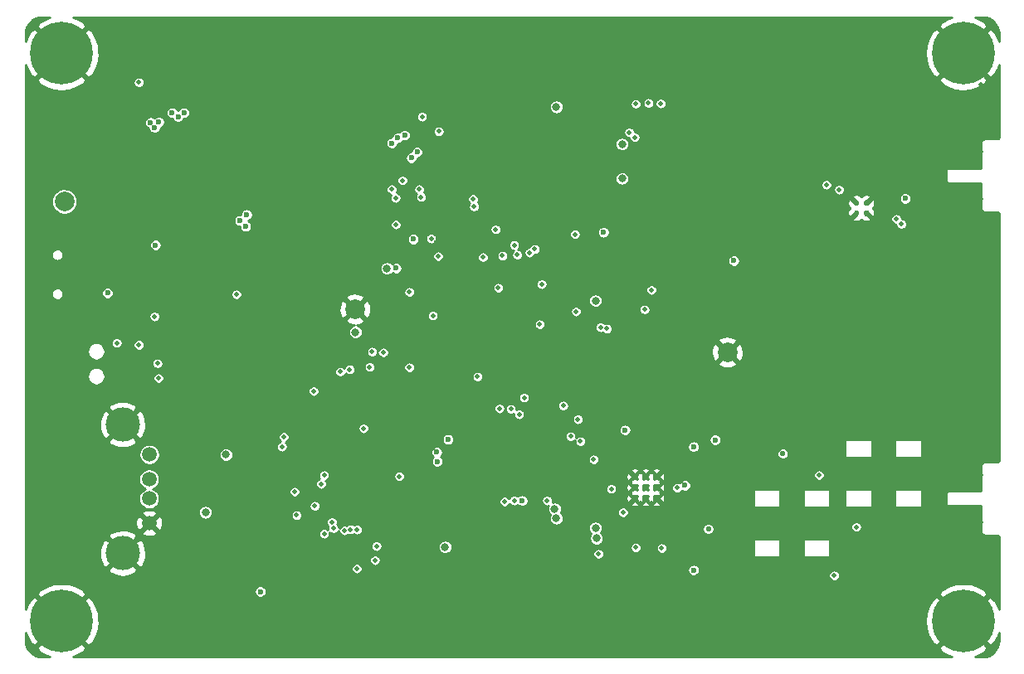
<source format=gbr>
G04 #@! TF.GenerationSoftware,KiCad,Pcbnew,(5.1.0)-1*
G04 #@! TF.CreationDate,2019-04-19T11:20:35+10:00*
G04 #@! TF.ProjectId,VNA,564e412e-6b69-4636-9164-5f7063625858,rev?*
G04 #@! TF.SameCoordinates,Original*
G04 #@! TF.FileFunction,Copper,L2,Inr*
G04 #@! TF.FilePolarity,Positive*
%FSLAX46Y46*%
G04 Gerber Fmt 4.6, Leading zero omitted, Abs format (unit mm)*
G04 Created by KiCad (PCBNEW (5.1.0)-1) date 2019-04-19 11:20:35*
%MOMM*%
%LPD*%
G04 APERTURE LIST*
%ADD10C,2.000000*%
%ADD11C,0.600000*%
%ADD12C,6.400000*%
%ADD13C,0.800000*%
%ADD14C,3.500000*%
%ADD15C,1.500000*%
%ADD16C,0.500000*%
%ADD17C,0.560000*%
%ADD18C,0.254000*%
G04 APERTURE END LIST*
D10*
X124150000Y-91950000D03*
X162150000Y-96350000D03*
D11*
X141600000Y-119050000D03*
X141600000Y-116650000D03*
X141600000Y-112900000D03*
X141600000Y-115300000D03*
X141550000Y-104000000D03*
X141550000Y-106400000D03*
X141575000Y-110200000D03*
X141575000Y-107800000D03*
D12*
X94200000Y-65800000D03*
D13*
X96600000Y-65800000D03*
X95897056Y-67497056D03*
X94200000Y-68200000D03*
X92502944Y-67497056D03*
X91800000Y-65800000D03*
X92502944Y-64102944D03*
X94200000Y-63400000D03*
X95897056Y-64102944D03*
X187897056Y-122102944D03*
X186200000Y-121400000D03*
X184502944Y-122102944D03*
X183800000Y-123800000D03*
X184502944Y-125497056D03*
X186200000Y-126200000D03*
X187897056Y-125497056D03*
X188600000Y-123800000D03*
D12*
X186200000Y-123800000D03*
X186200000Y-65800000D03*
D13*
X188600000Y-65800000D03*
X187897056Y-67497056D03*
X186200000Y-68200000D03*
X184502944Y-67497056D03*
X183800000Y-65800000D03*
X184502944Y-64102944D03*
X186200000Y-63400000D03*
X187897056Y-64102944D03*
X95897056Y-122102944D03*
X94200000Y-121400000D03*
X92502944Y-122102944D03*
X91800000Y-123800000D03*
X92502944Y-125497056D03*
X94200000Y-126200000D03*
X95897056Y-125497056D03*
X96600000Y-123800000D03*
D12*
X94200000Y-123800000D03*
D14*
X100450000Y-103730000D03*
X100450000Y-116870000D03*
D15*
X103160000Y-106800000D03*
X103150000Y-109300000D03*
X103150000Y-111300000D03*
X103150000Y-113800000D03*
D10*
X94500000Y-80950000D03*
D11*
X125050000Y-110300000D03*
X125050000Y-111300000D03*
X125050000Y-112300000D03*
X124050000Y-110300000D03*
X124050000Y-111300000D03*
X124050000Y-112300000D03*
X123050000Y-110300000D03*
X123050000Y-111300000D03*
X123050000Y-112300000D03*
D16*
X152700000Y-109050000D03*
X153800000Y-109050000D03*
X154900000Y-109050000D03*
X152700000Y-110150000D03*
X153800000Y-110150000D03*
X154900000Y-110150000D03*
X152700000Y-111250000D03*
X153800000Y-111250000D03*
X154900000Y-111250000D03*
D11*
X135950000Y-111300000D03*
X136450000Y-111800000D03*
X135450000Y-111800000D03*
X135450000Y-110800000D03*
X136450000Y-110800000D03*
X146650000Y-112150000D03*
X147650000Y-112150000D03*
X147650000Y-111150000D03*
X146650000Y-111150000D03*
X147150000Y-111650000D03*
D16*
X176300000Y-81100000D03*
X176300000Y-82100000D03*
X175300000Y-81100000D03*
X175300000Y-82100000D03*
X137800000Y-104300000D03*
X157600000Y-75100000D03*
X160700000Y-120700000D03*
X116700000Y-117100000D03*
X109600000Y-76400000D03*
X154200000Y-103600000D03*
X165900000Y-88900000D03*
X134700000Y-118700000D03*
X178500000Y-115900000D03*
X187470000Y-108920000D03*
X186970000Y-108920000D03*
X186470000Y-108920000D03*
X185970000Y-108920000D03*
X185470000Y-108920000D03*
X184970000Y-108920000D03*
X184470000Y-108920000D03*
X123850000Y-116850000D03*
X123050000Y-116950000D03*
X123865000Y-107865000D03*
X125850000Y-114600000D03*
X160000000Y-112100000D03*
X160000000Y-111250000D03*
X144550000Y-109750000D03*
X164250000Y-122000000D03*
X164550000Y-123150000D03*
X173000000Y-123750000D03*
X168250000Y-120200000D03*
X168250000Y-121050000D03*
X168250000Y-121850000D03*
X166150000Y-121150000D03*
X173750000Y-118000000D03*
X172350000Y-118050000D03*
X171350000Y-118050000D03*
X170350000Y-118050000D03*
X174450000Y-114800000D03*
X173700000Y-114050000D03*
X172200000Y-107700000D03*
D11*
X178100000Y-105700000D03*
X178100000Y-107000000D03*
X178100000Y-108650000D03*
X178100000Y-110150000D03*
X178100000Y-111500000D03*
D16*
X186000000Y-113700000D03*
X187500000Y-113700000D03*
X188000000Y-113700000D03*
X184500000Y-113700000D03*
X186500000Y-113700000D03*
X185000000Y-113700000D03*
X185500000Y-113700000D03*
X187000000Y-113700000D03*
X160400000Y-106550000D03*
X161150000Y-108650000D03*
X157000000Y-107300000D03*
X156650522Y-109658228D03*
X155050000Y-112900000D03*
X154050000Y-112850000D03*
X153050000Y-112850000D03*
X157502487Y-110667051D03*
X157867589Y-107345770D03*
X160055367Y-108652528D03*
D11*
X168700000Y-111050000D03*
X168700000Y-114000000D03*
X168700000Y-112350000D03*
X168700000Y-116850000D03*
X168700000Y-115500000D03*
D16*
X173100000Y-108599914D03*
D11*
X128650000Y-114250000D03*
X129650000Y-114350000D03*
X130400000Y-109650000D03*
X134450000Y-108450000D03*
X119950000Y-114800000D03*
X118950000Y-114800000D03*
X116600000Y-113900000D03*
X117350000Y-112950000D03*
X115600000Y-115200000D03*
X113850000Y-117700000D03*
X113000000Y-113250000D03*
X118950000Y-108750000D03*
D16*
X127450000Y-113200000D03*
X129050000Y-104700000D03*
X125650000Y-101500000D03*
X120800000Y-103150000D03*
X123350000Y-105450000D03*
X121350000Y-105450000D03*
X135950000Y-114000000D03*
X133600000Y-112200000D03*
X133650000Y-110900000D03*
X133700000Y-110300000D03*
X138600000Y-113300000D03*
X186000000Y-80700000D03*
X187500000Y-80700000D03*
X188000000Y-80700000D03*
X184500000Y-80700000D03*
X186500000Y-80700000D03*
X185000000Y-80700000D03*
X185500000Y-80700000D03*
X187000000Y-80700000D03*
X186000000Y-75900000D03*
X187500000Y-75900000D03*
X185000000Y-75900000D03*
X187000000Y-75900000D03*
X186500000Y-75900000D03*
X184500000Y-75900000D03*
X188000000Y-75900000D03*
X185500000Y-75900000D03*
X179500000Y-79850000D03*
X182300000Y-79900000D03*
X177500000Y-85250000D03*
X177450000Y-88150000D03*
X172250000Y-85000000D03*
X172250000Y-87900000D03*
X169050000Y-82200000D03*
X169050000Y-81150000D03*
X165500000Y-83850000D03*
D11*
X164500000Y-86200000D03*
X160200000Y-85200000D03*
X160100000Y-78450000D03*
X174750000Y-84400000D03*
X176850000Y-84400000D03*
X174550000Y-78700000D03*
X177350000Y-78899920D03*
X173650000Y-65500000D03*
X168800000Y-65500000D03*
X179150000Y-65550000D03*
X163100000Y-65500000D03*
X156550000Y-70900000D03*
D16*
X150300000Y-86500000D03*
X150200000Y-88100000D03*
X144500000Y-90900000D03*
D11*
X174900000Y-72600000D03*
X164400000Y-72600000D03*
X150200000Y-104300000D03*
D16*
X157800000Y-93800000D03*
X128100021Y-104700000D03*
X127100010Y-104689951D03*
X126099990Y-104465631D03*
D11*
X119919204Y-108732891D03*
D16*
X122400010Y-105389721D03*
X149900000Y-75200000D03*
X148400000Y-75200000D03*
X147400000Y-72500000D03*
X146828761Y-74128761D03*
D11*
X159380000Y-114330000D03*
X167950000Y-107540000D03*
X168700000Y-106800000D03*
X167600000Y-105800000D03*
X167000000Y-106400000D03*
D16*
X187980000Y-108900000D03*
D11*
X159810000Y-115130000D03*
X161090000Y-114370000D03*
X159830000Y-113650000D03*
D16*
X183100000Y-91300000D03*
X184600000Y-91300000D03*
X163200000Y-79900000D03*
X138300000Y-94900000D03*
X137600000Y-94900000D03*
X146900000Y-97600000D03*
X102100000Y-76800000D03*
X108500000Y-82299998D03*
X108500000Y-81700000D03*
X103300000Y-76800000D03*
X102700000Y-76800000D03*
X108500000Y-81100000D03*
X101000000Y-79300000D03*
X101000000Y-74400000D03*
D11*
X106100000Y-80000000D03*
X95600000Y-89700000D03*
X91650000Y-89550000D03*
X91650000Y-87250000D03*
X91650000Y-92350000D03*
X91650000Y-84450000D03*
X99000000Y-81800000D03*
X108900000Y-108300000D03*
X146900000Y-78700000D03*
D16*
X137500000Y-121500000D03*
X120874990Y-110482483D03*
X111900000Y-120000000D03*
D11*
X130050000Y-88200000D03*
D16*
X131550000Y-88150000D03*
X179509519Y-82103260D03*
D11*
X173150001Y-82699999D03*
X172749992Y-80906980D03*
X172588832Y-82288298D03*
X172999989Y-80350009D03*
D16*
X120882239Y-112524990D03*
X110250000Y-105200000D03*
X114250004Y-103100000D03*
X113550004Y-101750000D03*
X110100000Y-92600000D03*
X110100000Y-97500000D03*
X120100000Y-79650000D03*
X98850000Y-86200000D03*
X98550000Y-72550000D03*
D11*
X108800000Y-78750000D03*
X108850000Y-73850000D03*
X110950000Y-79950000D03*
D16*
X120100000Y-78050000D03*
X123900000Y-67799992D03*
X121360000Y-67709990D03*
X125150000Y-67800000D03*
D11*
X164500026Y-85200000D03*
X91700000Y-71200000D03*
D16*
X91700000Y-77150000D03*
X149450004Y-117600000D03*
X150100000Y-118300000D03*
X169700000Y-103450000D03*
X169700000Y-102800000D03*
X169700000Y-102150000D03*
X169700000Y-101550000D03*
X169700000Y-101000000D03*
X169700000Y-100350000D03*
X169700000Y-99700000D03*
X169700000Y-99100000D03*
X169700000Y-98500000D03*
X169700000Y-97850000D03*
X169700000Y-96050000D03*
X169700000Y-95400000D03*
X169700000Y-97200000D03*
X169700000Y-94750000D03*
X169700000Y-96600000D03*
X169700000Y-94150000D03*
X169700000Y-87950000D03*
X169700000Y-90400000D03*
X169700000Y-88600000D03*
X169700000Y-91700000D03*
X169700000Y-89800000D03*
X169700000Y-93550000D03*
X169700000Y-87350000D03*
X169700000Y-92900000D03*
X169700000Y-91050000D03*
X169700000Y-89250000D03*
X169700000Y-92300000D03*
X169700000Y-86200000D03*
X169700000Y-84950000D03*
X169700000Y-84300000D03*
X169700000Y-86800000D03*
X169700000Y-85600000D03*
X167800000Y-84300000D03*
X169100000Y-84300000D03*
X168450000Y-84300000D03*
X167200000Y-84300000D03*
X165900000Y-84300000D03*
X166550000Y-84300000D03*
X169750000Y-82200000D03*
X170300000Y-82400000D03*
X170700000Y-82800000D03*
X171100000Y-83200000D03*
X171450000Y-83650000D03*
X171750000Y-86050000D03*
X171750000Y-86700000D03*
X171550000Y-89250000D03*
X171550000Y-94800000D03*
X171550000Y-97250000D03*
X171550000Y-92350000D03*
X171550000Y-95450000D03*
X171550000Y-93600000D03*
X171550000Y-98550000D03*
X171550000Y-96650000D03*
X171550000Y-94200000D03*
X171550000Y-89850000D03*
X171550000Y-91100000D03*
X171550000Y-97900000D03*
X171550000Y-96100000D03*
X171550000Y-90450000D03*
X171550000Y-92950000D03*
X171550000Y-91750000D03*
X171550000Y-100950000D03*
X171550000Y-99150000D03*
X171550000Y-99800000D03*
X171550000Y-102250000D03*
X171550000Y-100350000D03*
X171550000Y-101600000D03*
X171550000Y-104150000D03*
X171550000Y-103500000D03*
X171550000Y-102850000D03*
X171250000Y-104650000D03*
X170850000Y-105050000D03*
X170350000Y-105450000D03*
X169850000Y-105900000D03*
X169400000Y-106350000D03*
X169350000Y-103850000D03*
X168950000Y-104350000D03*
X168450000Y-104800000D03*
X168000000Y-105250000D03*
X166500000Y-109250000D03*
X166100000Y-109700000D03*
X165150000Y-108000000D03*
X164750000Y-108400000D03*
X164300000Y-108800000D03*
X163850000Y-109200000D03*
X163350000Y-109650000D03*
X163200000Y-112650000D03*
X163600000Y-112250000D03*
X162800000Y-113050000D03*
X162400000Y-113400000D03*
X161950000Y-113800000D03*
X179750000Y-98900000D03*
X179750000Y-97100000D03*
X179750000Y-97750000D03*
X179750000Y-96450000D03*
X179750000Y-100800000D03*
X179750000Y-101450000D03*
X179750000Y-103900000D03*
X179750000Y-103250000D03*
X179750000Y-104500000D03*
X179750000Y-100200000D03*
X179750000Y-102600000D03*
X179750000Y-98300000D03*
X179750000Y-99550000D03*
X179750000Y-102000000D03*
X181600000Y-103950000D03*
X181600000Y-97150000D03*
X181600000Y-101500000D03*
X181600000Y-100250000D03*
X181600000Y-98950000D03*
X181600000Y-96500000D03*
X181600000Y-97800000D03*
X181600000Y-99600000D03*
X181600000Y-104550000D03*
X181600000Y-98350000D03*
X181600000Y-102050000D03*
X181600000Y-100850000D03*
X181600000Y-103300000D03*
X181600000Y-102650000D03*
X181600000Y-95350000D03*
X181600000Y-94700000D03*
X181600000Y-95900000D03*
X181600000Y-94050000D03*
X179750000Y-95200000D03*
X179550000Y-94600000D03*
X179750000Y-95850000D03*
X179100000Y-94150000D03*
X178700000Y-93700000D03*
X178250000Y-93300000D03*
X177850000Y-92900000D03*
X177450000Y-92500000D03*
X177050000Y-92100000D03*
X176650000Y-91700000D03*
X176250000Y-91300000D03*
X175850000Y-90900000D03*
X175450000Y-90500000D03*
X175050000Y-90050000D03*
X178350000Y-90700000D03*
X180400000Y-92700000D03*
X179550000Y-91900000D03*
X178750000Y-91100000D03*
X181250000Y-93600000D03*
X177950000Y-90300000D03*
X177550000Y-89900000D03*
X177150000Y-89500000D03*
X180800000Y-93150000D03*
X179950000Y-92300000D03*
X179150000Y-91500000D03*
X174800000Y-89450000D03*
X174800000Y-88800000D03*
X174800000Y-86950000D03*
X174800000Y-86300000D03*
X174800000Y-88200000D03*
X174800000Y-87600000D03*
X174800000Y-85700000D03*
X174800000Y-85050000D03*
X176900000Y-87050000D03*
X176900000Y-86400000D03*
X169650000Y-81100000D03*
X170250000Y-81100000D03*
X170800000Y-81200000D03*
X171250000Y-81600000D03*
X171700000Y-82050000D03*
X172050000Y-82500000D03*
X171050000Y-79200000D03*
X170500000Y-79200000D03*
X169900000Y-79200000D03*
X169350000Y-79200000D03*
X168750000Y-79200000D03*
X182750000Y-110300000D03*
X183350000Y-110300000D03*
X183900000Y-110300000D03*
X183900000Y-112150000D03*
X183350000Y-112150000D03*
X182800000Y-112150000D03*
X183900000Y-77250000D03*
X183300000Y-79200000D03*
X183900000Y-79200000D03*
X175950000Y-77450000D03*
X175550000Y-77800000D03*
X175150000Y-78250000D03*
X180550000Y-79400000D03*
X181200000Y-79400000D03*
X183300000Y-77250000D03*
X182650000Y-77250000D03*
X182000000Y-77250000D03*
X181400000Y-77250000D03*
X180150000Y-77250000D03*
X180800000Y-77250000D03*
X178900000Y-77250000D03*
X179500000Y-77250000D03*
X177700000Y-77300000D03*
X178350000Y-77300000D03*
X176450000Y-77300000D03*
X177050000Y-77300000D03*
X184100000Y-80300000D03*
X184000000Y-79750000D03*
X184100000Y-76600000D03*
X184200000Y-109600000D03*
X184050000Y-112650000D03*
X184200000Y-113200000D03*
X164648990Y-113791010D03*
D11*
X182221010Y-108708990D03*
D16*
X97500000Y-63000000D03*
X100000000Y-63000000D03*
X102500000Y-63000000D03*
X105000000Y-63000000D03*
X107500000Y-63000000D03*
X110000000Y-63000000D03*
X112500000Y-63000000D03*
X115000000Y-63000000D03*
X117500000Y-63000000D03*
X120000000Y-63000000D03*
X122500000Y-63000000D03*
X125000000Y-63000000D03*
X127500000Y-63000000D03*
X130000000Y-63000000D03*
X132500000Y-63000000D03*
X135000000Y-63000000D03*
X137500000Y-63000000D03*
X140000000Y-63000000D03*
X142500000Y-63000000D03*
X145000000Y-63000000D03*
X147500000Y-63000000D03*
X150000000Y-63000000D03*
X152500000Y-63000000D03*
X155000000Y-63000000D03*
X157500000Y-63000000D03*
X160000000Y-63000000D03*
X162500000Y-63000000D03*
X165000000Y-63000000D03*
X167500000Y-63000000D03*
X170000000Y-63000000D03*
X172500000Y-63000000D03*
X175000000Y-63000000D03*
X177500000Y-63000000D03*
X180000000Y-63000000D03*
X182500000Y-63000000D03*
X110000000Y-126600000D03*
X107500000Y-126600000D03*
X125000000Y-126600000D03*
X112500000Y-126600000D03*
X120000000Y-126600000D03*
X132500000Y-126600000D03*
X152500000Y-126600000D03*
X127500000Y-126600000D03*
X135000000Y-126600000D03*
X137500000Y-126600000D03*
X142500000Y-126600000D03*
X145000000Y-126600000D03*
X102500000Y-126600000D03*
X147500000Y-126600000D03*
X140000000Y-126600000D03*
X155000000Y-126600000D03*
X105000000Y-126600000D03*
X130000000Y-126600000D03*
X115000000Y-126600000D03*
X150000000Y-126600000D03*
X157500000Y-126600000D03*
X100000000Y-126600000D03*
X117500000Y-126600000D03*
X122500000Y-126600000D03*
X160000000Y-126600000D03*
X97500000Y-126600000D03*
X172500000Y-126600000D03*
X165000000Y-126600000D03*
X167500000Y-126600000D03*
X182500000Y-126600000D03*
X175000000Y-126600000D03*
X162500000Y-126600000D03*
X177500000Y-126600000D03*
X170000000Y-126600000D03*
X180000000Y-126600000D03*
X188000000Y-106000000D03*
X188000000Y-102000000D03*
X188000000Y-98000000D03*
X188000000Y-94000000D03*
X188000000Y-90000000D03*
X188000000Y-86000000D03*
X186000000Y-92000000D03*
X186000000Y-88000000D03*
X186000000Y-84000000D03*
X186000000Y-96000000D03*
X186000000Y-100000000D03*
X186000000Y-104000000D03*
X184000000Y-102000000D03*
X184000000Y-98000000D03*
X184000000Y-106000000D03*
X178000000Y-102000000D03*
X178000000Y-98000000D03*
X178000000Y-94000000D03*
X176000000Y-100000000D03*
X176000000Y-104000000D03*
X175000000Y-92000000D03*
X174000000Y-102000000D03*
X174000000Y-98000000D03*
X174000000Y-90000000D03*
X168000000Y-102000000D03*
X168000000Y-98000000D03*
X168000000Y-94000000D03*
X166000000Y-92000000D03*
X166000000Y-96000000D03*
X166000000Y-100000000D03*
X166000000Y-104000000D03*
X164000000Y-102000000D03*
X164000000Y-98000000D03*
X164000000Y-94000000D03*
X162000000Y-92000000D03*
X160000000Y-89000000D03*
X160000000Y-94000000D03*
X158000000Y-87000000D03*
X160000000Y-84000000D03*
X160000000Y-82000000D03*
X160000000Y-80000000D03*
X162000000Y-80000000D03*
X162000000Y-82000000D03*
X162000000Y-84000000D03*
X188000000Y-73000000D03*
X188000000Y-69000000D03*
X186000000Y-71000000D03*
X184000000Y-73000000D03*
X184000000Y-69000000D03*
X182000000Y-71000000D03*
X180000000Y-73000000D03*
X176000000Y-73000000D03*
X178000000Y-75000000D03*
X182000000Y-75000000D03*
X174000000Y-75000000D03*
X132000000Y-124000000D03*
X128000000Y-124000000D03*
X124000000Y-124000000D03*
X116000000Y-124000000D03*
X108000000Y-124000000D03*
X104000000Y-124000000D03*
X100000000Y-124000000D03*
X114000000Y-122000000D03*
X118000000Y-122000000D03*
X122000000Y-122000000D03*
X136000000Y-124000000D03*
X139000000Y-124000000D03*
X139000000Y-120000000D03*
X128000000Y-120000000D03*
X120000000Y-120000000D03*
X116000000Y-120000000D03*
X108000000Y-120000000D03*
X104000000Y-120000000D03*
X100000000Y-120000000D03*
X96000000Y-120000000D03*
X98000000Y-122000000D03*
X170000000Y-75000000D03*
X166000000Y-75000000D03*
X162000000Y-75000000D03*
X160000000Y-73000000D03*
X164000000Y-73300000D03*
X168000000Y-73000000D03*
X179000000Y-69000000D03*
X175000000Y-69000000D03*
X177000000Y-67000000D03*
X173000000Y-67000000D03*
X169000000Y-67000000D03*
X165000000Y-67000000D03*
X161000000Y-67000000D03*
X163000000Y-69000000D03*
X167000000Y-69000000D03*
X171000000Y-69000000D03*
X157000000Y-66000000D03*
X153000000Y-66000000D03*
X148000000Y-66000000D03*
X144000000Y-66000000D03*
X128000000Y-66000000D03*
X130000000Y-68000000D03*
X150000000Y-68000000D03*
X150000000Y-71000000D03*
X155000000Y-68000000D03*
X157000000Y-73000000D03*
X101000000Y-66000000D03*
X105000000Y-66000000D03*
X119000000Y-68000000D03*
X113000000Y-70000000D03*
X117000000Y-70000000D03*
X119000000Y-73000000D03*
X115000000Y-73000000D03*
X111000000Y-73000000D03*
X123000000Y-73000000D03*
X188000000Y-116000000D03*
X188000000Y-120000000D03*
X186000000Y-118000000D03*
X184000000Y-120000000D03*
X184000000Y-116000000D03*
X182000000Y-118000000D03*
X180000000Y-120000000D03*
X182000000Y-122000000D03*
X180000000Y-124000000D03*
X176000000Y-124000000D03*
X178000000Y-122000000D03*
X178000000Y-118000000D03*
X116000000Y-91000000D03*
X116000000Y-98000000D03*
X108000000Y-101000000D03*
X102000000Y-89000000D03*
X107000000Y-87000000D03*
X114000000Y-87000000D03*
X97000000Y-102000000D03*
X91000000Y-102000000D03*
X91000000Y-110000000D03*
X91000000Y-118000000D03*
X97000000Y-118000000D03*
X97000000Y-110000000D03*
X94000000Y-114000000D03*
X94000000Y-106000000D03*
X120000000Y-87000000D03*
X138000000Y-66000000D03*
X176000000Y-96000000D03*
X120000000Y-124000000D03*
X112000000Y-124000000D03*
D11*
X132459617Y-85199990D03*
D16*
X178700000Y-79000000D03*
X178100000Y-79000000D03*
X166400000Y-106900000D03*
X145100000Y-123500000D03*
X150600253Y-89779436D03*
X144656104Y-92625010D03*
X141209666Y-89059306D03*
X102100000Y-68800000D03*
X128671797Y-109021797D03*
X173050000Y-119150000D03*
D13*
X133350000Y-116250000D03*
D16*
X152800000Y-116300000D03*
X155450000Y-116350000D03*
D11*
X133650000Y-105250000D03*
X132500000Y-106550000D03*
X132550000Y-107500000D03*
X114500000Y-120800000D03*
D16*
X139400000Y-111600000D03*
X143750000Y-111500000D03*
D11*
X162800000Y-87000000D03*
X180300000Y-80650000D03*
X151700000Y-104300000D03*
D13*
X151400000Y-75100000D03*
D11*
X157820473Y-109943613D03*
X103300000Y-72900000D03*
X103700000Y-73400000D03*
X104128487Y-72845665D03*
D16*
X104100000Y-99000000D03*
X104000024Y-97500000D03*
D11*
X160900000Y-105300000D03*
X106700000Y-71900000D03*
X105500000Y-71900000D03*
X106100000Y-72300000D03*
D13*
X108900000Y-112700000D03*
X111000000Y-106800000D03*
X124200000Y-94300000D03*
D16*
X112050000Y-90450000D03*
D11*
X98900000Y-90300000D03*
X103800000Y-85400000D03*
D16*
X103700000Y-92699982D03*
D17*
X167800000Y-106700000D03*
X160200034Y-114400000D03*
D11*
X141200000Y-111500000D03*
D16*
X140902515Y-102700000D03*
X149000000Y-116950000D03*
D13*
X148700000Y-114300000D03*
X144700010Y-113300000D03*
X144528556Y-112352595D03*
X148800000Y-115350000D03*
D16*
X140402505Y-111497495D03*
X140054749Y-102156861D03*
X132650000Y-86550000D03*
X131922928Y-84750567D03*
D11*
X112400000Y-82900000D03*
X113100000Y-82300000D03*
X113000000Y-83500000D03*
X130100000Y-84800000D03*
X149500000Y-84100000D03*
X158700000Y-118599998D03*
X158700000Y-106000000D03*
D16*
X131000000Y-72300000D03*
X132700000Y-73800000D03*
X118000000Y-110600000D03*
X118200000Y-113000000D03*
D13*
X127400000Y-87800000D03*
D11*
X128349989Y-87767648D03*
D16*
X152800000Y-71000000D03*
X126350000Y-116150000D03*
X125030000Y-104130000D03*
D13*
X151400000Y-78600000D03*
X144700000Y-71300000D03*
D16*
X143000000Y-93500000D03*
D13*
X148700000Y-91100000D03*
D16*
X138762675Y-89769796D03*
X132100000Y-92600000D03*
X129700000Y-90200000D03*
D11*
X127900000Y-75000000D03*
D16*
X136300000Y-81500000D03*
X130900000Y-80500000D03*
X99850000Y-95400000D03*
X128301053Y-80598941D03*
X102100000Y-95600000D03*
X130700000Y-79700000D03*
X136200000Y-80700000D03*
X127899996Y-79700000D03*
X136646439Y-98853561D03*
X146600000Y-84300000D03*
D11*
X130500000Y-75900000D03*
X129217696Y-74188447D03*
X129900000Y-76500000D03*
X128516607Y-74454892D03*
D16*
X121000000Y-108900000D03*
X121000000Y-114900000D03*
X123602505Y-98102505D03*
X141962864Y-86187969D03*
X126200000Y-117600000D03*
X124350000Y-118450000D03*
X124373548Y-114476755D03*
X171500000Y-108900000D03*
X175300000Y-114200000D03*
X129000000Y-78800000D03*
X116900000Y-105000000D03*
X116700000Y-106000000D03*
X128318737Y-83318729D03*
X121800000Y-113700000D03*
X125900000Y-96300000D03*
X140400000Y-85400000D03*
X121949073Y-114339595D03*
X125650000Y-97850000D03*
X123060079Y-114557110D03*
X127041041Y-96377962D03*
X123700024Y-114443157D03*
X129700000Y-97900000D03*
X120700000Y-109800000D03*
X122648944Y-98348944D03*
X119928943Y-100328943D03*
X120050000Y-112050000D03*
X138900000Y-102100000D03*
X141403561Y-100996439D03*
X151500000Y-112700000D03*
X150298944Y-110301056D03*
X140700000Y-86400000D03*
X139200000Y-86500000D03*
X137210829Y-86650022D03*
X142499990Y-85821893D03*
X138500000Y-83800000D03*
X146700000Y-92200000D03*
X143200000Y-89400000D03*
X149200000Y-93800000D03*
X154400000Y-90000000D03*
X153700000Y-92000000D03*
X149849961Y-93949961D03*
X172250000Y-79250000D03*
X179389156Y-82742031D03*
X173550000Y-79750000D03*
X179900000Y-83277933D03*
X152700000Y-74399988D03*
X155350000Y-70950000D03*
X152130719Y-73889136D03*
X154100000Y-70900000D03*
X157020464Y-110206106D03*
X145400000Y-101800000D03*
X146150000Y-104950000D03*
X148499459Y-107299460D03*
X146899999Y-103199999D03*
X147147495Y-105452505D03*
D18*
G36*
X92747792Y-62230548D02*
G01*
X92079330Y-62582445D01*
X92038912Y-62609452D01*
X91678724Y-63099119D01*
X94200000Y-65620395D01*
X96721276Y-63099119D01*
X96361088Y-62609452D01*
X95697118Y-62249151D01*
X95383978Y-62152000D01*
X185012734Y-62152000D01*
X184747792Y-62230548D01*
X184079330Y-62582445D01*
X184038912Y-62609452D01*
X183678724Y-63099119D01*
X186200000Y-65620395D01*
X188721276Y-63099119D01*
X188361088Y-62609452D01*
X187697118Y-62249151D01*
X187383978Y-62152000D01*
X188182785Y-62152000D01*
X188519768Y-62185042D01*
X188827361Y-62277908D01*
X189111057Y-62428753D01*
X189360048Y-62631826D01*
X189564855Y-62879393D01*
X189717674Y-63162028D01*
X189812686Y-63468961D01*
X189848001Y-63804963D01*
X189848001Y-64612737D01*
X189769452Y-64347792D01*
X189417555Y-63679330D01*
X189390548Y-63638912D01*
X188900881Y-63278724D01*
X186379605Y-65800000D01*
X188900881Y-68321276D01*
X189390548Y-67961088D01*
X189750849Y-67297118D01*
X189848001Y-66983976D01*
X189848000Y-74382787D01*
X189843526Y-74428417D01*
X189835272Y-74455755D01*
X189821868Y-74480966D01*
X189803818Y-74503097D01*
X189781814Y-74521300D01*
X189756699Y-74534880D01*
X189729422Y-74543324D01*
X189684928Y-74548000D01*
X188417291Y-74548000D01*
X188400000Y-74546297D01*
X188382708Y-74548000D01*
X188330996Y-74553093D01*
X188264644Y-74573221D01*
X188203493Y-74605907D01*
X188149894Y-74649894D01*
X188105907Y-74703493D01*
X188073221Y-74764644D01*
X188053093Y-74830996D01*
X188046297Y-74900000D01*
X188048000Y-74917292D01*
X188048000Y-77543000D01*
X184608602Y-77543000D01*
X184583826Y-77545440D01*
X184560001Y-77552667D01*
X184538045Y-77564403D01*
X184518799Y-77580197D01*
X184503005Y-77599443D01*
X184491269Y-77621399D01*
X184484042Y-77645224D01*
X184481602Y-77670000D01*
X184481602Y-78930000D01*
X184484042Y-78954776D01*
X184491269Y-78978601D01*
X184503005Y-79000557D01*
X184518799Y-79019803D01*
X184538045Y-79035597D01*
X184560001Y-79047333D01*
X184583826Y-79054560D01*
X184608602Y-79057000D01*
X188048001Y-79057000D01*
X188048001Y-81682698D01*
X188046297Y-81700000D01*
X188053093Y-81769004D01*
X188073221Y-81835356D01*
X188105907Y-81896507D01*
X188149894Y-81950106D01*
X188203493Y-81994093D01*
X188264644Y-82026779D01*
X188330996Y-82046907D01*
X188382708Y-82052000D01*
X188382709Y-82052000D01*
X188400000Y-82053703D01*
X188417292Y-82052000D01*
X189682787Y-82052000D01*
X189728417Y-82056474D01*
X189755758Y-82064729D01*
X189780963Y-82078130D01*
X189803098Y-82096183D01*
X189821300Y-82118186D01*
X189834880Y-82143303D01*
X189843324Y-82170578D01*
X189848001Y-82215083D01*
X189848000Y-107382787D01*
X189843526Y-107428417D01*
X189835272Y-107455755D01*
X189821868Y-107480966D01*
X189803818Y-107503097D01*
X189781814Y-107521300D01*
X189756699Y-107534880D01*
X189729422Y-107543324D01*
X189684928Y-107548000D01*
X188417291Y-107548000D01*
X188400000Y-107546297D01*
X188382708Y-107548000D01*
X188330996Y-107553093D01*
X188264644Y-107573221D01*
X188203493Y-107605907D01*
X188149894Y-107649894D01*
X188105907Y-107703493D01*
X188073221Y-107764644D01*
X188053093Y-107830996D01*
X188046297Y-107900000D01*
X188048000Y-107917292D01*
X188048000Y-110543000D01*
X184610000Y-110543000D01*
X184585224Y-110545440D01*
X184561399Y-110552667D01*
X184539443Y-110564403D01*
X184520197Y-110580197D01*
X184504403Y-110599443D01*
X184492667Y-110621399D01*
X184485440Y-110645224D01*
X184483000Y-110670000D01*
X184483000Y-111930000D01*
X184485440Y-111954776D01*
X184492667Y-111978601D01*
X184504403Y-112000557D01*
X184520197Y-112019803D01*
X184539443Y-112035597D01*
X184561399Y-112047333D01*
X184585224Y-112054560D01*
X184610000Y-112057000D01*
X188048001Y-112057000D01*
X188048001Y-114682698D01*
X188046297Y-114700000D01*
X188053093Y-114769004D01*
X188073221Y-114835356D01*
X188105907Y-114896507D01*
X188149894Y-114950106D01*
X188203493Y-114994093D01*
X188264644Y-115026779D01*
X188330996Y-115046907D01*
X188382708Y-115052000D01*
X188382709Y-115052000D01*
X188400000Y-115053703D01*
X188417292Y-115052000D01*
X189682787Y-115052000D01*
X189728417Y-115056474D01*
X189755758Y-115064729D01*
X189780963Y-115078130D01*
X189803098Y-115096183D01*
X189821300Y-115118186D01*
X189834880Y-115143303D01*
X189843324Y-115170578D01*
X189848001Y-115215082D01*
X189848000Y-122612735D01*
X189769452Y-122347792D01*
X189417555Y-121679330D01*
X189390548Y-121638912D01*
X188900881Y-121278724D01*
X186379605Y-123800000D01*
X188900881Y-126321276D01*
X189390548Y-125961088D01*
X189750849Y-125297118D01*
X189848000Y-124983978D01*
X189848000Y-125782784D01*
X189814958Y-126119768D01*
X189722091Y-126427361D01*
X189571250Y-126711052D01*
X189368176Y-126960046D01*
X189120607Y-127164854D01*
X188837974Y-127317673D01*
X188531039Y-127412685D01*
X188195046Y-127448000D01*
X187387266Y-127448000D01*
X187652208Y-127369452D01*
X188320670Y-127017555D01*
X188361088Y-126990548D01*
X188721276Y-126500881D01*
X186200000Y-123979605D01*
X183678724Y-126500881D01*
X184038912Y-126990548D01*
X184702882Y-127350849D01*
X185016022Y-127448000D01*
X95387266Y-127448000D01*
X95652208Y-127369452D01*
X96320670Y-127017555D01*
X96361088Y-126990548D01*
X96721276Y-126500881D01*
X94200000Y-123979605D01*
X91678724Y-126500881D01*
X92038912Y-126990548D01*
X92702882Y-127350849D01*
X93016022Y-127448000D01*
X92217216Y-127448000D01*
X91880232Y-127414958D01*
X91572639Y-127322091D01*
X91288948Y-127171250D01*
X91039954Y-126968176D01*
X90835146Y-126720607D01*
X90682327Y-126437974D01*
X90587315Y-126131039D01*
X90552000Y-125795046D01*
X90552000Y-124987266D01*
X90630548Y-125252208D01*
X90982445Y-125920670D01*
X91009452Y-125961088D01*
X91499119Y-126321276D01*
X94020395Y-123800000D01*
X94379605Y-123800000D01*
X96900881Y-126321276D01*
X97390548Y-125961088D01*
X97750849Y-125297118D01*
X97974694Y-124575615D01*
X98053480Y-123824305D01*
X98049002Y-123775695D01*
X182346520Y-123775695D01*
X182415822Y-124527938D01*
X182630548Y-125252208D01*
X182982445Y-125920670D01*
X183009452Y-125961088D01*
X183499119Y-126321276D01*
X186020395Y-123800000D01*
X183499119Y-121278724D01*
X183009452Y-121638912D01*
X182649151Y-122302882D01*
X182425306Y-123024385D01*
X182346520Y-123775695D01*
X98049002Y-123775695D01*
X97984178Y-123072062D01*
X97769452Y-122347792D01*
X97417555Y-121679330D01*
X97390548Y-121638912D01*
X96900881Y-121278724D01*
X94379605Y-123800000D01*
X94020395Y-123800000D01*
X91499119Y-121278724D01*
X91009452Y-121638912D01*
X90649151Y-122302882D01*
X90552000Y-122616022D01*
X90552000Y-121099119D01*
X91678724Y-121099119D01*
X94200000Y-123620395D01*
X96721276Y-121099119D01*
X96455826Y-120738246D01*
X113873000Y-120738246D01*
X113873000Y-120861754D01*
X113897095Y-120982889D01*
X113944360Y-121096996D01*
X114012977Y-121199689D01*
X114100311Y-121287023D01*
X114203004Y-121355640D01*
X114317111Y-121402905D01*
X114438246Y-121427000D01*
X114561754Y-121427000D01*
X114682889Y-121402905D01*
X114796996Y-121355640D01*
X114899689Y-121287023D01*
X114987023Y-121199689D01*
X115054221Y-121099119D01*
X183678724Y-121099119D01*
X186200000Y-123620395D01*
X188721276Y-121099119D01*
X188361088Y-120609452D01*
X187697118Y-120249151D01*
X186975615Y-120025306D01*
X186224305Y-119946520D01*
X185472062Y-120015822D01*
X184747792Y-120230548D01*
X184079330Y-120582445D01*
X184038912Y-120609452D01*
X183678724Y-121099119D01*
X115054221Y-121099119D01*
X115055640Y-121096996D01*
X115102905Y-120982889D01*
X115127000Y-120861754D01*
X115127000Y-120738246D01*
X115102905Y-120617111D01*
X115055640Y-120503004D01*
X114987023Y-120400311D01*
X114899689Y-120312977D01*
X114796996Y-120244360D01*
X114682889Y-120197095D01*
X114561754Y-120173000D01*
X114438246Y-120173000D01*
X114317111Y-120197095D01*
X114203004Y-120244360D01*
X114100311Y-120312977D01*
X114012977Y-120400311D01*
X113944360Y-120503004D01*
X113897095Y-120617111D01*
X113873000Y-120738246D01*
X96455826Y-120738246D01*
X96361088Y-120609452D01*
X95697118Y-120249151D01*
X94975615Y-120025306D01*
X94224305Y-119946520D01*
X93472062Y-120015822D01*
X92747792Y-120230548D01*
X92079330Y-120582445D01*
X92038912Y-120609452D01*
X91678724Y-121099119D01*
X90552000Y-121099119D01*
X90552000Y-118539609D01*
X98959997Y-118539609D01*
X99146073Y-118880766D01*
X99563409Y-119096513D01*
X100014815Y-119226696D01*
X100482946Y-119266313D01*
X100949811Y-119213842D01*
X101397468Y-119071297D01*
X101753927Y-118880766D01*
X101940003Y-118539609D01*
X101793565Y-118393170D01*
X123773000Y-118393170D01*
X123773000Y-118506830D01*
X123795174Y-118618305D01*
X123838669Y-118723312D01*
X123901815Y-118817816D01*
X123982184Y-118898185D01*
X124076688Y-118961331D01*
X124181695Y-119004826D01*
X124293170Y-119027000D01*
X124406830Y-119027000D01*
X124518305Y-119004826D01*
X124623312Y-118961331D01*
X124717816Y-118898185D01*
X124798185Y-118817816D01*
X124861331Y-118723312D01*
X124904826Y-118618305D01*
X124920751Y-118538244D01*
X158073000Y-118538244D01*
X158073000Y-118661752D01*
X158097095Y-118782887D01*
X158144360Y-118896994D01*
X158212977Y-118999687D01*
X158300311Y-119087021D01*
X158403004Y-119155638D01*
X158517111Y-119202903D01*
X158638246Y-119226998D01*
X158761754Y-119226998D01*
X158882889Y-119202903D01*
X158996996Y-119155638D01*
X159090486Y-119093170D01*
X172473000Y-119093170D01*
X172473000Y-119206830D01*
X172495174Y-119318305D01*
X172538669Y-119423312D01*
X172601815Y-119517816D01*
X172682184Y-119598185D01*
X172776688Y-119661331D01*
X172881695Y-119704826D01*
X172993170Y-119727000D01*
X173106830Y-119727000D01*
X173218305Y-119704826D01*
X173323312Y-119661331D01*
X173417816Y-119598185D01*
X173498185Y-119517816D01*
X173561331Y-119423312D01*
X173604826Y-119318305D01*
X173627000Y-119206830D01*
X173627000Y-119093170D01*
X173604826Y-118981695D01*
X173561331Y-118876688D01*
X173498185Y-118782184D01*
X173417816Y-118701815D01*
X173323312Y-118638669D01*
X173218305Y-118595174D01*
X173106830Y-118573000D01*
X172993170Y-118573000D01*
X172881695Y-118595174D01*
X172776688Y-118638669D01*
X172682184Y-118701815D01*
X172601815Y-118782184D01*
X172538669Y-118876688D01*
X172495174Y-118981695D01*
X172473000Y-119093170D01*
X159090486Y-119093170D01*
X159099689Y-119087021D01*
X159187023Y-118999687D01*
X159255640Y-118896994D01*
X159302905Y-118782887D01*
X159327000Y-118661752D01*
X159327000Y-118538244D01*
X159302905Y-118417109D01*
X159255640Y-118303002D01*
X159187023Y-118200309D01*
X159099689Y-118112975D01*
X158996996Y-118044358D01*
X158882889Y-117997093D01*
X158761754Y-117972998D01*
X158638246Y-117972998D01*
X158517111Y-117997093D01*
X158403004Y-118044358D01*
X158300311Y-118112975D01*
X158212977Y-118200309D01*
X158144360Y-118303002D01*
X158097095Y-118417109D01*
X158073000Y-118538244D01*
X124920751Y-118538244D01*
X124927000Y-118506830D01*
X124927000Y-118393170D01*
X124904826Y-118281695D01*
X124861331Y-118176688D01*
X124798185Y-118082184D01*
X124717816Y-118001815D01*
X124623312Y-117938669D01*
X124518305Y-117895174D01*
X124406830Y-117873000D01*
X124293170Y-117873000D01*
X124181695Y-117895174D01*
X124076688Y-117938669D01*
X123982184Y-118001815D01*
X123901815Y-118082184D01*
X123838669Y-118176688D01*
X123795174Y-118281695D01*
X123773000Y-118393170D01*
X101793565Y-118393170D01*
X100450000Y-117049605D01*
X98959997Y-118539609D01*
X90552000Y-118539609D01*
X90552000Y-116902946D01*
X98053687Y-116902946D01*
X98106158Y-117369811D01*
X98248703Y-117817468D01*
X98439234Y-118173927D01*
X98780391Y-118360003D01*
X100270395Y-116870000D01*
X100629605Y-116870000D01*
X102119609Y-118360003D01*
X102460766Y-118173927D01*
X102676513Y-117756591D01*
X102738062Y-117543170D01*
X125623000Y-117543170D01*
X125623000Y-117656830D01*
X125645174Y-117768305D01*
X125688669Y-117873312D01*
X125751815Y-117967816D01*
X125832184Y-118048185D01*
X125926688Y-118111331D01*
X126031695Y-118154826D01*
X126143170Y-118177000D01*
X126256830Y-118177000D01*
X126368305Y-118154826D01*
X126473312Y-118111331D01*
X126567816Y-118048185D01*
X126648185Y-117967816D01*
X126711331Y-117873312D01*
X126754826Y-117768305D01*
X126777000Y-117656830D01*
X126777000Y-117543170D01*
X126754826Y-117431695D01*
X126711331Y-117326688D01*
X126648185Y-117232184D01*
X126567816Y-117151815D01*
X126473312Y-117088669D01*
X126368305Y-117045174D01*
X126256830Y-117023000D01*
X126143170Y-117023000D01*
X126031695Y-117045174D01*
X125926688Y-117088669D01*
X125832184Y-117151815D01*
X125751815Y-117232184D01*
X125688669Y-117326688D01*
X125645174Y-117431695D01*
X125623000Y-117543170D01*
X102738062Y-117543170D01*
X102806696Y-117305185D01*
X102846313Y-116837054D01*
X102793842Y-116370189D01*
X102705633Y-116093170D01*
X125773000Y-116093170D01*
X125773000Y-116206830D01*
X125795174Y-116318305D01*
X125838669Y-116423312D01*
X125901815Y-116517816D01*
X125982184Y-116598185D01*
X126076688Y-116661331D01*
X126181695Y-116704826D01*
X126293170Y-116727000D01*
X126406830Y-116727000D01*
X126518305Y-116704826D01*
X126623312Y-116661331D01*
X126717816Y-116598185D01*
X126798185Y-116517816D01*
X126861331Y-116423312D01*
X126904826Y-116318305D01*
X126927000Y-116206830D01*
X126927000Y-116178397D01*
X132623000Y-116178397D01*
X132623000Y-116321603D01*
X132650938Y-116462058D01*
X132705741Y-116594364D01*
X132785302Y-116713436D01*
X132886564Y-116814698D01*
X133005636Y-116894259D01*
X133137942Y-116949062D01*
X133278397Y-116977000D01*
X133421603Y-116977000D01*
X133562058Y-116949062D01*
X133694364Y-116894259D01*
X133695993Y-116893170D01*
X148423000Y-116893170D01*
X148423000Y-117006830D01*
X148445174Y-117118305D01*
X148488669Y-117223312D01*
X148551815Y-117317816D01*
X148632184Y-117398185D01*
X148726688Y-117461331D01*
X148831695Y-117504826D01*
X148943170Y-117527000D01*
X149056830Y-117527000D01*
X149168305Y-117504826D01*
X149273312Y-117461331D01*
X149367816Y-117398185D01*
X149448185Y-117317816D01*
X149511331Y-117223312D01*
X149554826Y-117118305D01*
X149577000Y-117006830D01*
X149577000Y-116893170D01*
X149554826Y-116781695D01*
X149511331Y-116676688D01*
X149448185Y-116582184D01*
X149367816Y-116501815D01*
X149273312Y-116438669D01*
X149168305Y-116395174D01*
X149056830Y-116373000D01*
X148943170Y-116373000D01*
X148831695Y-116395174D01*
X148726688Y-116438669D01*
X148632184Y-116501815D01*
X148551815Y-116582184D01*
X148488669Y-116676688D01*
X148445174Y-116781695D01*
X148423000Y-116893170D01*
X133695993Y-116893170D01*
X133813436Y-116814698D01*
X133914698Y-116713436D01*
X133994259Y-116594364D01*
X134049062Y-116462058D01*
X134077000Y-116321603D01*
X134077000Y-116243170D01*
X152223000Y-116243170D01*
X152223000Y-116356830D01*
X152245174Y-116468305D01*
X152288669Y-116573312D01*
X152351815Y-116667816D01*
X152432184Y-116748185D01*
X152526688Y-116811331D01*
X152631695Y-116854826D01*
X152743170Y-116877000D01*
X152856830Y-116877000D01*
X152968305Y-116854826D01*
X153073312Y-116811331D01*
X153167816Y-116748185D01*
X153248185Y-116667816D01*
X153311331Y-116573312D01*
X153354826Y-116468305D01*
X153377000Y-116356830D01*
X153377000Y-116293170D01*
X154873000Y-116293170D01*
X154873000Y-116406830D01*
X154895174Y-116518305D01*
X154938669Y-116623312D01*
X155001815Y-116717816D01*
X155082184Y-116798185D01*
X155176688Y-116861331D01*
X155281695Y-116904826D01*
X155393170Y-116927000D01*
X155506830Y-116927000D01*
X155618305Y-116904826D01*
X155723312Y-116861331D01*
X155817816Y-116798185D01*
X155898185Y-116717816D01*
X155961331Y-116623312D01*
X156004826Y-116518305D01*
X156027000Y-116406830D01*
X156027000Y-116293170D01*
X156004826Y-116181695D01*
X155961331Y-116076688D01*
X155898185Y-115982184D01*
X155817816Y-115901815D01*
X155723312Y-115838669D01*
X155618305Y-115795174D01*
X155506830Y-115773000D01*
X155393170Y-115773000D01*
X155281695Y-115795174D01*
X155176688Y-115838669D01*
X155082184Y-115901815D01*
X155001815Y-115982184D01*
X154938669Y-116076688D01*
X154895174Y-116181695D01*
X154873000Y-116293170D01*
X153377000Y-116293170D01*
X153377000Y-116243170D01*
X153354826Y-116131695D01*
X153311331Y-116026688D01*
X153248185Y-115932184D01*
X153167816Y-115851815D01*
X153073312Y-115788669D01*
X152968305Y-115745174D01*
X152856830Y-115723000D01*
X152743170Y-115723000D01*
X152631695Y-115745174D01*
X152526688Y-115788669D01*
X152432184Y-115851815D01*
X152351815Y-115932184D01*
X152288669Y-116026688D01*
X152245174Y-116131695D01*
X152223000Y-116243170D01*
X134077000Y-116243170D01*
X134077000Y-116178397D01*
X134049062Y-116037942D01*
X133994259Y-115905636D01*
X133914698Y-115786564D01*
X133813436Y-115685302D01*
X133694364Y-115605741D01*
X133562058Y-115550938D01*
X133421603Y-115523000D01*
X133278397Y-115523000D01*
X133137942Y-115550938D01*
X133005636Y-115605741D01*
X132886564Y-115685302D01*
X132785302Y-115786564D01*
X132705741Y-115905636D01*
X132650938Y-116037942D01*
X132623000Y-116178397D01*
X126927000Y-116178397D01*
X126927000Y-116093170D01*
X126904826Y-115981695D01*
X126861331Y-115876688D01*
X126798185Y-115782184D01*
X126717816Y-115701815D01*
X126623312Y-115638669D01*
X126518305Y-115595174D01*
X126406830Y-115573000D01*
X126293170Y-115573000D01*
X126181695Y-115595174D01*
X126076688Y-115638669D01*
X125982184Y-115701815D01*
X125901815Y-115782184D01*
X125838669Y-115876688D01*
X125795174Y-115981695D01*
X125773000Y-116093170D01*
X102705633Y-116093170D01*
X102651297Y-115922532D01*
X102460766Y-115566073D01*
X102119609Y-115379997D01*
X100629605Y-116870000D01*
X100270395Y-116870000D01*
X98780391Y-115379997D01*
X98439234Y-115566073D01*
X98223487Y-115983409D01*
X98093304Y-116434815D01*
X98053687Y-116902946D01*
X90552000Y-116902946D01*
X90552000Y-115200391D01*
X98959997Y-115200391D01*
X100450000Y-116690395D01*
X101940003Y-115200391D01*
X101753927Y-114859234D01*
X101556155Y-114756993D01*
X102372612Y-114756993D01*
X102438137Y-114995860D01*
X102685116Y-115111760D01*
X102949960Y-115177250D01*
X103222492Y-115189812D01*
X103492238Y-115148965D01*
X103748832Y-115056277D01*
X103861863Y-114995860D01*
X103903748Y-114843170D01*
X120423000Y-114843170D01*
X120423000Y-114956830D01*
X120445174Y-115068305D01*
X120488669Y-115173312D01*
X120551815Y-115267816D01*
X120632184Y-115348185D01*
X120726688Y-115411331D01*
X120831695Y-115454826D01*
X120943170Y-115477000D01*
X121056830Y-115477000D01*
X121168305Y-115454826D01*
X121273312Y-115411331D01*
X121367816Y-115348185D01*
X121448185Y-115267816D01*
X121511331Y-115173312D01*
X121554826Y-115068305D01*
X121577000Y-114956830D01*
X121577000Y-114843170D01*
X121562189Y-114768712D01*
X121581257Y-114787780D01*
X121675761Y-114850926D01*
X121780768Y-114894421D01*
X121892243Y-114916595D01*
X122005903Y-114916595D01*
X122117378Y-114894421D01*
X122222385Y-114850926D01*
X122316889Y-114787780D01*
X122397258Y-114707411D01*
X122460404Y-114612907D01*
X122483079Y-114558164D01*
X122483079Y-114613940D01*
X122505253Y-114725415D01*
X122548748Y-114830422D01*
X122611894Y-114924926D01*
X122692263Y-115005295D01*
X122786767Y-115068441D01*
X122891774Y-115111936D01*
X123003249Y-115134110D01*
X123116909Y-115134110D01*
X123228384Y-115111936D01*
X123333391Y-115068441D01*
X123427895Y-115005295D01*
X123463475Y-114969715D01*
X123531719Y-114997983D01*
X123643194Y-115020157D01*
X123756854Y-115020157D01*
X123868329Y-114997983D01*
X123973336Y-114954488D01*
X124011645Y-114928891D01*
X124100236Y-114988086D01*
X124205243Y-115031581D01*
X124316718Y-115053755D01*
X124430378Y-115053755D01*
X124541853Y-115031581D01*
X124646860Y-114988086D01*
X124741364Y-114924940D01*
X124821733Y-114844571D01*
X124884879Y-114750067D01*
X124928374Y-114645060D01*
X124950548Y-114533585D01*
X124950548Y-114419925D01*
X124928374Y-114308450D01*
X124895216Y-114228397D01*
X147973000Y-114228397D01*
X147973000Y-114371603D01*
X148000938Y-114512058D01*
X148055741Y-114644364D01*
X148135302Y-114763436D01*
X148236564Y-114864698D01*
X148248915Y-114872951D01*
X148235302Y-114886564D01*
X148155741Y-115005636D01*
X148100938Y-115137942D01*
X148073000Y-115278397D01*
X148073000Y-115421603D01*
X148100938Y-115562058D01*
X148155741Y-115694364D01*
X148235302Y-115813436D01*
X148336564Y-115914698D01*
X148455636Y-115994259D01*
X148587942Y-116049062D01*
X148728397Y-116077000D01*
X148871603Y-116077000D01*
X149012058Y-116049062D01*
X149144364Y-115994259D01*
X149263436Y-115914698D01*
X149364698Y-115813436D01*
X149444259Y-115694364D01*
X149499062Y-115562058D01*
X149508567Y-115514270D01*
X164773000Y-115514270D01*
X164773000Y-117154270D01*
X164775440Y-117179046D01*
X164782667Y-117202871D01*
X164794403Y-117224827D01*
X164810197Y-117244073D01*
X164829443Y-117259867D01*
X164851399Y-117271603D01*
X164875224Y-117278830D01*
X164900000Y-117281270D01*
X167430000Y-117281270D01*
X167454776Y-117278830D01*
X167478601Y-117271603D01*
X167500557Y-117259867D01*
X167519803Y-117244073D01*
X167535597Y-117224827D01*
X167547333Y-117202871D01*
X167554560Y-117179046D01*
X167557000Y-117154270D01*
X167557000Y-115514270D01*
X167556580Y-115510000D01*
X169853000Y-115510000D01*
X169853000Y-117150000D01*
X169855440Y-117174776D01*
X169862667Y-117198601D01*
X169874403Y-117220557D01*
X169890197Y-117239803D01*
X169909443Y-117255597D01*
X169931399Y-117267333D01*
X169955224Y-117274560D01*
X169980000Y-117277000D01*
X172510000Y-117277000D01*
X172534776Y-117274560D01*
X172558601Y-117267333D01*
X172580557Y-117255597D01*
X172599803Y-117239803D01*
X172615597Y-117220557D01*
X172627333Y-117198601D01*
X172634560Y-117174776D01*
X172637000Y-117150000D01*
X172637000Y-115510000D01*
X172634560Y-115485224D01*
X172627333Y-115461399D01*
X172615597Y-115439443D01*
X172599803Y-115420197D01*
X172580557Y-115404403D01*
X172558601Y-115392667D01*
X172534776Y-115385440D01*
X172510000Y-115383000D01*
X169980000Y-115383000D01*
X169955224Y-115385440D01*
X169931399Y-115392667D01*
X169909443Y-115404403D01*
X169890197Y-115420197D01*
X169874403Y-115439443D01*
X169862667Y-115461399D01*
X169855440Y-115485224D01*
X169853000Y-115510000D01*
X167556580Y-115510000D01*
X167554560Y-115489494D01*
X167547333Y-115465669D01*
X167535597Y-115443713D01*
X167519803Y-115424467D01*
X167500557Y-115408673D01*
X167478601Y-115396937D01*
X167454776Y-115389710D01*
X167430000Y-115387270D01*
X164900000Y-115387270D01*
X164875224Y-115389710D01*
X164851399Y-115396937D01*
X164829443Y-115408673D01*
X164810197Y-115424467D01*
X164794403Y-115443713D01*
X164782667Y-115465669D01*
X164775440Y-115489494D01*
X164773000Y-115514270D01*
X149508567Y-115514270D01*
X149527000Y-115421603D01*
X149527000Y-115278397D01*
X149499062Y-115137942D01*
X149444259Y-115005636D01*
X149364698Y-114886564D01*
X149263436Y-114785302D01*
X149251085Y-114777049D01*
X149264698Y-114763436D01*
X149344259Y-114644364D01*
X149399062Y-114512058D01*
X149427000Y-114371603D01*
X149427000Y-114340216D01*
X159593034Y-114340216D01*
X159593034Y-114459784D01*
X159616361Y-114577055D01*
X159662118Y-114687522D01*
X159728546Y-114786940D01*
X159813094Y-114871488D01*
X159912512Y-114937916D01*
X160022979Y-114983673D01*
X160140250Y-115007000D01*
X160259818Y-115007000D01*
X160377089Y-114983673D01*
X160487556Y-114937916D01*
X160586974Y-114871488D01*
X160671522Y-114786940D01*
X160737950Y-114687522D01*
X160783707Y-114577055D01*
X160807034Y-114459784D01*
X160807034Y-114340216D01*
X160783707Y-114222945D01*
X160750664Y-114143170D01*
X174723000Y-114143170D01*
X174723000Y-114256830D01*
X174745174Y-114368305D01*
X174788669Y-114473312D01*
X174851815Y-114567816D01*
X174932184Y-114648185D01*
X175026688Y-114711331D01*
X175131695Y-114754826D01*
X175243170Y-114777000D01*
X175356830Y-114777000D01*
X175468305Y-114754826D01*
X175573312Y-114711331D01*
X175667816Y-114648185D01*
X175748185Y-114567816D01*
X175811331Y-114473312D01*
X175854826Y-114368305D01*
X175877000Y-114256830D01*
X175877000Y-114143170D01*
X175854826Y-114031695D01*
X175811331Y-113926688D01*
X175748185Y-113832184D01*
X175667816Y-113751815D01*
X175573312Y-113688669D01*
X175468305Y-113645174D01*
X175356830Y-113623000D01*
X175243170Y-113623000D01*
X175131695Y-113645174D01*
X175026688Y-113688669D01*
X174932184Y-113751815D01*
X174851815Y-113832184D01*
X174788669Y-113926688D01*
X174745174Y-114031695D01*
X174723000Y-114143170D01*
X160750664Y-114143170D01*
X160737950Y-114112478D01*
X160671522Y-114013060D01*
X160586974Y-113928512D01*
X160487556Y-113862084D01*
X160377089Y-113816327D01*
X160259818Y-113793000D01*
X160140250Y-113793000D01*
X160022979Y-113816327D01*
X159912512Y-113862084D01*
X159813094Y-113928512D01*
X159728546Y-114013060D01*
X159662118Y-114112478D01*
X159616361Y-114222945D01*
X159593034Y-114340216D01*
X149427000Y-114340216D01*
X149427000Y-114228397D01*
X149399062Y-114087942D01*
X149344259Y-113955636D01*
X149264698Y-113836564D01*
X149163436Y-113735302D01*
X149044364Y-113655741D01*
X148912058Y-113600938D01*
X148771603Y-113573000D01*
X148628397Y-113573000D01*
X148487942Y-113600938D01*
X148355636Y-113655741D01*
X148236564Y-113735302D01*
X148135302Y-113836564D01*
X148055741Y-113955636D01*
X148000938Y-114087942D01*
X147973000Y-114228397D01*
X124895216Y-114228397D01*
X124884879Y-114203443D01*
X124821733Y-114108939D01*
X124741364Y-114028570D01*
X124646860Y-113965424D01*
X124541853Y-113921929D01*
X124430378Y-113899755D01*
X124316718Y-113899755D01*
X124205243Y-113921929D01*
X124100236Y-113965424D01*
X124061927Y-113991021D01*
X123973336Y-113931826D01*
X123868329Y-113888331D01*
X123756854Y-113866157D01*
X123643194Y-113866157D01*
X123531719Y-113888331D01*
X123426712Y-113931826D01*
X123332208Y-113994972D01*
X123296628Y-114030552D01*
X123228384Y-114002284D01*
X123116909Y-113980110D01*
X123003249Y-113980110D01*
X122891774Y-114002284D01*
X122786767Y-114045779D01*
X122692263Y-114108925D01*
X122611894Y-114189294D01*
X122548748Y-114283798D01*
X122526073Y-114338541D01*
X122526073Y-114282765D01*
X122503899Y-114171290D01*
X122460404Y-114066283D01*
X122397258Y-113971779D01*
X122336947Y-113911468D01*
X122354826Y-113868305D01*
X122377000Y-113756830D01*
X122377000Y-113643170D01*
X122354826Y-113531695D01*
X122311331Y-113426688D01*
X122248185Y-113332184D01*
X122167816Y-113251815D01*
X122073312Y-113188669D01*
X121968305Y-113145174D01*
X121856830Y-113123000D01*
X121743170Y-113123000D01*
X121631695Y-113145174D01*
X121526688Y-113188669D01*
X121432184Y-113251815D01*
X121351815Y-113332184D01*
X121288669Y-113426688D01*
X121245174Y-113531695D01*
X121223000Y-113643170D01*
X121223000Y-113756830D01*
X121245174Y-113868305D01*
X121288669Y-113973312D01*
X121351815Y-114067816D01*
X121412126Y-114128127D01*
X121394247Y-114171290D01*
X121372073Y-114282765D01*
X121372073Y-114396425D01*
X121386884Y-114470883D01*
X121367816Y-114451815D01*
X121273312Y-114388669D01*
X121168305Y-114345174D01*
X121056830Y-114323000D01*
X120943170Y-114323000D01*
X120831695Y-114345174D01*
X120726688Y-114388669D01*
X120632184Y-114451815D01*
X120551815Y-114532184D01*
X120488669Y-114626688D01*
X120445174Y-114731695D01*
X120423000Y-114843170D01*
X103903748Y-114843170D01*
X103927388Y-114756993D01*
X103150000Y-113979605D01*
X102372612Y-114756993D01*
X101556155Y-114756993D01*
X101336591Y-114643487D01*
X100885185Y-114513304D01*
X100417054Y-114473687D01*
X99950189Y-114526158D01*
X99502532Y-114668703D01*
X99146073Y-114859234D01*
X98959997Y-115200391D01*
X90552000Y-115200391D01*
X90552000Y-113872492D01*
X101760188Y-113872492D01*
X101801035Y-114142238D01*
X101893723Y-114398832D01*
X101954140Y-114511863D01*
X102193007Y-114577388D01*
X102970395Y-113800000D01*
X103329605Y-113800000D01*
X104106993Y-114577388D01*
X104345860Y-114511863D01*
X104461760Y-114264884D01*
X104527250Y-114000040D01*
X104539812Y-113727508D01*
X104498965Y-113457762D01*
X104406277Y-113201168D01*
X104345860Y-113088137D01*
X104106993Y-113022612D01*
X103329605Y-113800000D01*
X102970395Y-113800000D01*
X102193007Y-113022612D01*
X101954140Y-113088137D01*
X101838240Y-113335116D01*
X101772750Y-113599960D01*
X101760188Y-113872492D01*
X90552000Y-113872492D01*
X90552000Y-112843007D01*
X102372612Y-112843007D01*
X103150000Y-113620395D01*
X103927388Y-112843007D01*
X103868518Y-112628397D01*
X108173000Y-112628397D01*
X108173000Y-112771603D01*
X108200938Y-112912058D01*
X108255741Y-113044364D01*
X108335302Y-113163436D01*
X108436564Y-113264698D01*
X108555636Y-113344259D01*
X108687942Y-113399062D01*
X108828397Y-113427000D01*
X108971603Y-113427000D01*
X109112058Y-113399062D01*
X109244364Y-113344259D01*
X109363436Y-113264698D01*
X109464698Y-113163436D01*
X109544259Y-113044364D01*
X109586174Y-112943170D01*
X117623000Y-112943170D01*
X117623000Y-113056830D01*
X117645174Y-113168305D01*
X117688669Y-113273312D01*
X117751815Y-113367816D01*
X117832184Y-113448185D01*
X117926688Y-113511331D01*
X118031695Y-113554826D01*
X118143170Y-113577000D01*
X118256830Y-113577000D01*
X118368305Y-113554826D01*
X118473312Y-113511331D01*
X118567816Y-113448185D01*
X118648185Y-113367816D01*
X118711331Y-113273312D01*
X118754826Y-113168305D01*
X118777000Y-113056830D01*
X118777000Y-112943170D01*
X118754826Y-112831695D01*
X118711331Y-112726688D01*
X118648185Y-112632184D01*
X118567816Y-112551815D01*
X118473312Y-112488669D01*
X118368305Y-112445174D01*
X118256830Y-112423000D01*
X118143170Y-112423000D01*
X118031695Y-112445174D01*
X117926688Y-112488669D01*
X117832184Y-112551815D01*
X117751815Y-112632184D01*
X117688669Y-112726688D01*
X117645174Y-112831695D01*
X117623000Y-112943170D01*
X109586174Y-112943170D01*
X109599062Y-112912058D01*
X109627000Y-112771603D01*
X109627000Y-112628397D01*
X109599062Y-112487942D01*
X109544259Y-112355636D01*
X109464698Y-112236564D01*
X109363436Y-112135302D01*
X109244364Y-112055741D01*
X109112058Y-112000938D01*
X109073006Y-111993170D01*
X119473000Y-111993170D01*
X119473000Y-112106830D01*
X119495174Y-112218305D01*
X119538669Y-112323312D01*
X119601815Y-112417816D01*
X119682184Y-112498185D01*
X119776688Y-112561331D01*
X119881695Y-112604826D01*
X119993170Y-112627000D01*
X120106830Y-112627000D01*
X120218305Y-112604826D01*
X120323312Y-112561331D01*
X120417816Y-112498185D01*
X120498185Y-112417816D01*
X120561331Y-112323312D01*
X120604826Y-112218305D01*
X120627000Y-112106830D01*
X120627000Y-111993170D01*
X120604826Y-111881695D01*
X120561331Y-111776688D01*
X120498185Y-111682184D01*
X120417816Y-111601815D01*
X120330049Y-111543170D01*
X138823000Y-111543170D01*
X138823000Y-111656830D01*
X138845174Y-111768305D01*
X138888669Y-111873312D01*
X138951815Y-111967816D01*
X139032184Y-112048185D01*
X139126688Y-112111331D01*
X139231695Y-112154826D01*
X139343170Y-112177000D01*
X139456830Y-112177000D01*
X139568305Y-112154826D01*
X139673312Y-112111331D01*
X139767816Y-112048185D01*
X139848185Y-111967816D01*
X139911331Y-111873312D01*
X139929828Y-111828656D01*
X139954320Y-111865311D01*
X140034689Y-111945680D01*
X140129193Y-112008826D01*
X140234200Y-112052321D01*
X140345675Y-112074495D01*
X140459335Y-112074495D01*
X140570810Y-112052321D01*
X140675817Y-112008826D01*
X140763515Y-111950227D01*
X140800311Y-111987023D01*
X140903004Y-112055640D01*
X141017111Y-112102905D01*
X141138246Y-112127000D01*
X141261754Y-112127000D01*
X141382889Y-112102905D01*
X141496996Y-112055640D01*
X141599689Y-111987023D01*
X141687023Y-111899689D01*
X141755640Y-111796996D01*
X141802905Y-111682889D01*
X141827000Y-111561754D01*
X141827000Y-111443170D01*
X143173000Y-111443170D01*
X143173000Y-111556830D01*
X143195174Y-111668305D01*
X143238669Y-111773312D01*
X143301815Y-111867816D01*
X143382184Y-111948185D01*
X143476688Y-112011331D01*
X143581695Y-112054826D01*
X143693170Y-112077000D01*
X143806830Y-112077000D01*
X143860210Y-112066382D01*
X143829494Y-112140537D01*
X143801556Y-112280992D01*
X143801556Y-112424198D01*
X143829494Y-112564653D01*
X143884297Y-112696959D01*
X143963858Y-112816031D01*
X144065120Y-112917293D01*
X144076355Y-112924800D01*
X144055751Y-112955636D01*
X144000948Y-113087942D01*
X143973010Y-113228397D01*
X143973010Y-113371603D01*
X144000948Y-113512058D01*
X144055751Y-113644364D01*
X144135312Y-113763436D01*
X144236574Y-113864698D01*
X144355646Y-113944259D01*
X144487952Y-113999062D01*
X144628407Y-114027000D01*
X144771613Y-114027000D01*
X144912068Y-113999062D01*
X145044374Y-113944259D01*
X145163446Y-113864698D01*
X145264708Y-113763436D01*
X145344269Y-113644364D01*
X145399072Y-113512058D01*
X145427010Y-113371603D01*
X145427010Y-113228397D01*
X145399072Y-113087942D01*
X145344269Y-112955636D01*
X145264708Y-112836564D01*
X145163446Y-112735302D01*
X145152211Y-112727795D01*
X145172815Y-112696959D01*
X145195095Y-112643170D01*
X150923000Y-112643170D01*
X150923000Y-112756830D01*
X150945174Y-112868305D01*
X150988669Y-112973312D01*
X151051815Y-113067816D01*
X151132184Y-113148185D01*
X151226688Y-113211331D01*
X151331695Y-113254826D01*
X151443170Y-113277000D01*
X151556830Y-113277000D01*
X151668305Y-113254826D01*
X151773312Y-113211331D01*
X151867816Y-113148185D01*
X151948185Y-113067816D01*
X152011331Y-112973312D01*
X152054826Y-112868305D01*
X152077000Y-112756830D01*
X152077000Y-112643170D01*
X152054826Y-112531695D01*
X152011331Y-112426688D01*
X151948185Y-112332184D01*
X151867816Y-112251815D01*
X151773312Y-112188669D01*
X151668305Y-112145174D01*
X151556830Y-112123000D01*
X151443170Y-112123000D01*
X151331695Y-112145174D01*
X151226688Y-112188669D01*
X151132184Y-112251815D01*
X151051815Y-112332184D01*
X150988669Y-112426688D01*
X150945174Y-112531695D01*
X150923000Y-112643170D01*
X145195095Y-112643170D01*
X145227618Y-112564653D01*
X145255556Y-112424198D01*
X145255556Y-112280992D01*
X145227618Y-112140537D01*
X145172815Y-112008231D01*
X145093254Y-111889159D01*
X145050259Y-111846164D01*
X152277784Y-111846164D01*
X152281826Y-112034827D01*
X152442974Y-112101328D01*
X152613998Y-112135113D01*
X152788328Y-112134884D01*
X152959264Y-112100649D01*
X153118174Y-112034827D01*
X153122216Y-111846164D01*
X153377784Y-111846164D01*
X153381826Y-112034827D01*
X153542974Y-112101328D01*
X153713998Y-112135113D01*
X153888328Y-112134884D01*
X154059264Y-112100649D01*
X154218174Y-112034827D01*
X154222216Y-111846164D01*
X154477784Y-111846164D01*
X154481826Y-112034827D01*
X154642974Y-112101328D01*
X154813998Y-112135113D01*
X154988328Y-112134884D01*
X155159264Y-112100649D01*
X155318174Y-112034827D01*
X155322216Y-111846164D01*
X154900000Y-111423948D01*
X154477784Y-111846164D01*
X154222216Y-111846164D01*
X153800000Y-111423948D01*
X153377784Y-111846164D01*
X153122216Y-111846164D01*
X152700000Y-111423948D01*
X152277784Y-111846164D01*
X145050259Y-111846164D01*
X144991992Y-111787897D01*
X144872920Y-111708336D01*
X144740614Y-111653533D01*
X144600159Y-111625595D01*
X144456953Y-111625595D01*
X144316498Y-111653533D01*
X144306980Y-111657475D01*
X144327000Y-111556830D01*
X144327000Y-111443170D01*
X144304826Y-111331695D01*
X144261331Y-111226688D01*
X144219443Y-111163998D01*
X151814887Y-111163998D01*
X151815116Y-111338328D01*
X151849351Y-111509264D01*
X151915173Y-111668174D01*
X152103836Y-111672216D01*
X152526052Y-111250000D01*
X152103836Y-110827784D01*
X151915173Y-110831826D01*
X151848672Y-110992974D01*
X151814887Y-111163998D01*
X144219443Y-111163998D01*
X144198185Y-111132184D01*
X144117816Y-111051815D01*
X144023312Y-110988669D01*
X143918305Y-110945174D01*
X143806830Y-110923000D01*
X143693170Y-110923000D01*
X143581695Y-110945174D01*
X143476688Y-110988669D01*
X143382184Y-111051815D01*
X143301815Y-111132184D01*
X143238669Y-111226688D01*
X143195174Y-111331695D01*
X143173000Y-111443170D01*
X141827000Y-111443170D01*
X141827000Y-111438246D01*
X141802905Y-111317111D01*
X141755640Y-111203004D01*
X141687023Y-111100311D01*
X141599689Y-111012977D01*
X141496996Y-110944360D01*
X141382889Y-110897095D01*
X141261754Y-110873000D01*
X141138246Y-110873000D01*
X141017111Y-110897095D01*
X140903004Y-110944360D01*
X140800311Y-111012977D01*
X140766519Y-111046769D01*
X140675817Y-110986164D01*
X140570810Y-110942669D01*
X140459335Y-110920495D01*
X140345675Y-110920495D01*
X140234200Y-110942669D01*
X140129193Y-110986164D01*
X140034689Y-111049310D01*
X139954320Y-111129679D01*
X139891174Y-111224183D01*
X139872677Y-111268839D01*
X139848185Y-111232184D01*
X139767816Y-111151815D01*
X139673312Y-111088669D01*
X139568305Y-111045174D01*
X139456830Y-111023000D01*
X139343170Y-111023000D01*
X139231695Y-111045174D01*
X139126688Y-111088669D01*
X139032184Y-111151815D01*
X138951815Y-111232184D01*
X138888669Y-111326688D01*
X138845174Y-111431695D01*
X138823000Y-111543170D01*
X120330049Y-111543170D01*
X120323312Y-111538669D01*
X120218305Y-111495174D01*
X120106830Y-111473000D01*
X119993170Y-111473000D01*
X119881695Y-111495174D01*
X119776688Y-111538669D01*
X119682184Y-111601815D01*
X119601815Y-111682184D01*
X119538669Y-111776688D01*
X119495174Y-111881695D01*
X119473000Y-111993170D01*
X109073006Y-111993170D01*
X108971603Y-111973000D01*
X108828397Y-111973000D01*
X108687942Y-112000938D01*
X108555636Y-112055741D01*
X108436564Y-112135302D01*
X108335302Y-112236564D01*
X108255741Y-112355636D01*
X108200938Y-112487942D01*
X108173000Y-112628397D01*
X103868518Y-112628397D01*
X103861863Y-112604140D01*
X103614884Y-112488240D01*
X103350040Y-112422750D01*
X103077508Y-112410188D01*
X102807762Y-112451035D01*
X102551168Y-112543723D01*
X102438137Y-112604140D01*
X102372612Y-112843007D01*
X90552000Y-112843007D01*
X90552000Y-109193925D01*
X102073000Y-109193925D01*
X102073000Y-109406075D01*
X102114389Y-109614149D01*
X102195575Y-109810151D01*
X102313440Y-109986547D01*
X102463453Y-110136560D01*
X102639849Y-110254425D01*
X102749878Y-110300000D01*
X102639849Y-110345575D01*
X102463453Y-110463440D01*
X102313440Y-110613453D01*
X102195575Y-110789849D01*
X102114389Y-110985851D01*
X102073000Y-111193925D01*
X102073000Y-111406075D01*
X102114389Y-111614149D01*
X102195575Y-111810151D01*
X102313440Y-111986547D01*
X102463453Y-112136560D01*
X102639849Y-112254425D01*
X102835851Y-112335611D01*
X103043925Y-112377000D01*
X103256075Y-112377000D01*
X103464149Y-112335611D01*
X103660151Y-112254425D01*
X103836547Y-112136560D01*
X103986560Y-111986547D01*
X104104425Y-111810151D01*
X104185611Y-111614149D01*
X104227000Y-111406075D01*
X104227000Y-111193925D01*
X104185611Y-110985851D01*
X104104425Y-110789849D01*
X103986560Y-110613453D01*
X103916277Y-110543170D01*
X117423000Y-110543170D01*
X117423000Y-110656830D01*
X117445174Y-110768305D01*
X117488669Y-110873312D01*
X117551815Y-110967816D01*
X117632184Y-111048185D01*
X117726688Y-111111331D01*
X117831695Y-111154826D01*
X117943170Y-111177000D01*
X118056830Y-111177000D01*
X118168305Y-111154826D01*
X118273312Y-111111331D01*
X118367816Y-111048185D01*
X118448185Y-110967816D01*
X118511331Y-110873312D01*
X118554826Y-110768305D01*
X118577000Y-110656830D01*
X118577000Y-110543170D01*
X118554826Y-110431695D01*
X118511331Y-110326688D01*
X118448185Y-110232184D01*
X118367816Y-110151815D01*
X118273312Y-110088669D01*
X118168305Y-110045174D01*
X118056830Y-110023000D01*
X117943170Y-110023000D01*
X117831695Y-110045174D01*
X117726688Y-110088669D01*
X117632184Y-110151815D01*
X117551815Y-110232184D01*
X117488669Y-110326688D01*
X117445174Y-110431695D01*
X117423000Y-110543170D01*
X103916277Y-110543170D01*
X103836547Y-110463440D01*
X103660151Y-110345575D01*
X103550122Y-110300000D01*
X103660151Y-110254425D01*
X103836547Y-110136560D01*
X103986560Y-109986547D01*
X104104425Y-109810151D01*
X104132169Y-109743170D01*
X120123000Y-109743170D01*
X120123000Y-109856830D01*
X120145174Y-109968305D01*
X120188669Y-110073312D01*
X120251815Y-110167816D01*
X120332184Y-110248185D01*
X120426688Y-110311331D01*
X120531695Y-110354826D01*
X120643170Y-110377000D01*
X120756830Y-110377000D01*
X120868305Y-110354826D01*
X120973312Y-110311331D01*
X121067816Y-110248185D01*
X121071775Y-110244226D01*
X149721944Y-110244226D01*
X149721944Y-110357886D01*
X149744118Y-110469361D01*
X149787613Y-110574368D01*
X149850759Y-110668872D01*
X149931128Y-110749241D01*
X150025632Y-110812387D01*
X150130639Y-110855882D01*
X150242114Y-110878056D01*
X150355774Y-110878056D01*
X150467249Y-110855882D01*
X150572256Y-110812387D01*
X150666760Y-110749241D01*
X150747129Y-110668872D01*
X150810275Y-110574368D01*
X150853770Y-110469361D01*
X150875944Y-110357886D01*
X150875944Y-110244226D01*
X150853770Y-110132751D01*
X150825292Y-110063998D01*
X151814887Y-110063998D01*
X151815116Y-110238328D01*
X151849351Y-110409264D01*
X151915173Y-110568174D01*
X152103836Y-110572216D01*
X152526052Y-110150000D01*
X152103836Y-109727784D01*
X151915173Y-109731826D01*
X151848672Y-109892974D01*
X151814887Y-110063998D01*
X150825292Y-110063998D01*
X150810275Y-110027744D01*
X150747129Y-109933240D01*
X150666760Y-109852871D01*
X150572256Y-109789725D01*
X150467249Y-109746230D01*
X150355774Y-109724056D01*
X150242114Y-109724056D01*
X150130639Y-109746230D01*
X150025632Y-109789725D01*
X149931128Y-109852871D01*
X149850759Y-109933240D01*
X149787613Y-110027744D01*
X149744118Y-110132751D01*
X149721944Y-110244226D01*
X121071775Y-110244226D01*
X121148185Y-110167816D01*
X121211331Y-110073312D01*
X121254826Y-109968305D01*
X121277000Y-109856830D01*
X121277000Y-109743170D01*
X121254826Y-109631695D01*
X121211331Y-109526688D01*
X121163900Y-109455702D01*
X121168305Y-109454826D01*
X121273312Y-109411331D01*
X121367816Y-109348185D01*
X121448185Y-109267816D01*
X121511331Y-109173312D01*
X121554826Y-109068305D01*
X121575381Y-108964967D01*
X128094797Y-108964967D01*
X128094797Y-109078627D01*
X128116971Y-109190102D01*
X128160466Y-109295109D01*
X128223612Y-109389613D01*
X128303981Y-109469982D01*
X128398485Y-109533128D01*
X128503492Y-109576623D01*
X128614967Y-109598797D01*
X128728627Y-109598797D01*
X128840102Y-109576623D01*
X128895115Y-109553836D01*
X152277784Y-109553836D01*
X152323948Y-109600000D01*
X152277784Y-109646164D01*
X152281826Y-109834827D01*
X152442974Y-109901328D01*
X152613998Y-109935113D01*
X152659002Y-109935054D01*
X152700000Y-109976052D01*
X152741106Y-109934946D01*
X152788328Y-109934884D01*
X152946657Y-109903174D01*
X152914887Y-110063998D01*
X152914946Y-110109002D01*
X152873948Y-110150000D01*
X152915054Y-110191106D01*
X152915116Y-110238328D01*
X152946826Y-110396657D01*
X152786002Y-110364887D01*
X152740998Y-110364946D01*
X152700000Y-110323948D01*
X152658894Y-110365054D01*
X152611672Y-110365116D01*
X152440736Y-110399351D01*
X152281826Y-110465173D01*
X152277784Y-110653836D01*
X152323948Y-110700000D01*
X152277784Y-110746164D01*
X152281826Y-110934827D01*
X152442974Y-111001328D01*
X152613998Y-111035113D01*
X152659002Y-111035054D01*
X152700000Y-111076052D01*
X152741106Y-111034946D01*
X152788328Y-111034884D01*
X152946657Y-111003174D01*
X152914887Y-111163998D01*
X152914946Y-111209002D01*
X152873948Y-111250000D01*
X152915054Y-111291106D01*
X152915116Y-111338328D01*
X152949351Y-111509264D01*
X153015173Y-111668174D01*
X153203836Y-111672216D01*
X153250000Y-111626052D01*
X153296164Y-111672216D01*
X153484827Y-111668174D01*
X153551328Y-111507026D01*
X153585113Y-111336002D01*
X153585054Y-111290998D01*
X153626052Y-111250000D01*
X153584946Y-111208894D01*
X153584884Y-111161672D01*
X153553174Y-111003343D01*
X153713998Y-111035113D01*
X153759002Y-111035054D01*
X153800000Y-111076052D01*
X153841106Y-111034946D01*
X153888328Y-111034884D01*
X154046657Y-111003174D01*
X154014887Y-111163998D01*
X154014946Y-111209002D01*
X153973948Y-111250000D01*
X154015054Y-111291106D01*
X154015116Y-111338328D01*
X154049351Y-111509264D01*
X154115173Y-111668174D01*
X154303836Y-111672216D01*
X154350000Y-111626052D01*
X154396164Y-111672216D01*
X154584827Y-111668174D01*
X154651328Y-111507026D01*
X154685113Y-111336002D01*
X154685054Y-111290998D01*
X154726052Y-111250000D01*
X155073948Y-111250000D01*
X155496164Y-111672216D01*
X155684827Y-111668174D01*
X155751328Y-111507026D01*
X155785113Y-111336002D01*
X155784884Y-111161672D01*
X155750649Y-110990736D01*
X155684827Y-110831826D01*
X155496164Y-110827784D01*
X155073948Y-111250000D01*
X154726052Y-111250000D01*
X154684946Y-111208894D01*
X154684884Y-111161672D01*
X154653174Y-111003343D01*
X154813998Y-111035113D01*
X154859002Y-111035054D01*
X154900000Y-111076052D01*
X154941106Y-111034946D01*
X154988328Y-111034884D01*
X155159264Y-111000649D01*
X155318174Y-110934827D01*
X155322216Y-110746164D01*
X155276052Y-110700000D01*
X155322216Y-110653836D01*
X155318174Y-110465173D01*
X155157026Y-110398672D01*
X154986002Y-110364887D01*
X154940998Y-110364946D01*
X154900000Y-110323948D01*
X154858894Y-110365054D01*
X154811672Y-110365116D01*
X154653343Y-110396826D01*
X154685113Y-110236002D01*
X154685054Y-110190998D01*
X154726052Y-110150000D01*
X155073948Y-110150000D01*
X155496164Y-110572216D01*
X155684827Y-110568174D01*
X155751328Y-110407026D01*
X155785113Y-110236002D01*
X155785000Y-110149276D01*
X156443464Y-110149276D01*
X156443464Y-110262936D01*
X156465638Y-110374411D01*
X156509133Y-110479418D01*
X156572279Y-110573922D01*
X156652648Y-110654291D01*
X156747152Y-110717437D01*
X156852159Y-110760932D01*
X156963634Y-110783106D01*
X157077294Y-110783106D01*
X157188769Y-110760932D01*
X157293776Y-110717437D01*
X157388280Y-110654291D01*
X157468649Y-110573922D01*
X157520065Y-110496973D01*
X157523477Y-110499253D01*
X157637584Y-110546518D01*
X157758719Y-110570613D01*
X157882227Y-110570613D01*
X158003362Y-110546518D01*
X158117469Y-110499253D01*
X158220033Y-110430722D01*
X164773000Y-110430722D01*
X164773000Y-112070722D01*
X164775440Y-112095498D01*
X164782667Y-112119323D01*
X164794403Y-112141279D01*
X164810197Y-112160525D01*
X164829443Y-112176319D01*
X164851399Y-112188055D01*
X164875224Y-112195282D01*
X164900000Y-112197722D01*
X167430000Y-112197722D01*
X167454776Y-112195282D01*
X167478601Y-112188055D01*
X167500557Y-112176319D01*
X167519803Y-112160525D01*
X167535597Y-112141279D01*
X167547333Y-112119323D01*
X167554560Y-112095498D01*
X167557000Y-112070722D01*
X167557000Y-110430722D01*
X169853000Y-110430722D01*
X169853000Y-112070722D01*
X169855440Y-112095498D01*
X169862667Y-112119323D01*
X169874403Y-112141279D01*
X169890197Y-112160525D01*
X169909443Y-112176319D01*
X169931399Y-112188055D01*
X169955224Y-112195282D01*
X169980000Y-112197722D01*
X172510000Y-112197722D01*
X172534776Y-112195282D01*
X172558601Y-112188055D01*
X172580557Y-112176319D01*
X172599803Y-112160525D01*
X172615597Y-112141279D01*
X172627333Y-112119323D01*
X172634560Y-112095498D01*
X172637000Y-112070722D01*
X172637000Y-110430722D01*
X172636929Y-110430000D01*
X174163000Y-110430000D01*
X174163000Y-112070000D01*
X174165440Y-112094776D01*
X174172667Y-112118601D01*
X174184403Y-112140557D01*
X174200197Y-112159803D01*
X174219443Y-112175597D01*
X174241399Y-112187333D01*
X174265224Y-112194560D01*
X174290000Y-112197000D01*
X176820000Y-112197000D01*
X176844776Y-112194560D01*
X176868601Y-112187333D01*
X176890557Y-112175597D01*
X176909803Y-112159803D01*
X176925597Y-112140557D01*
X176937333Y-112118601D01*
X176944560Y-112094776D01*
X176947000Y-112070000D01*
X176947000Y-110430000D01*
X179243000Y-110430000D01*
X179243000Y-112070000D01*
X179245440Y-112094776D01*
X179252667Y-112118601D01*
X179264403Y-112140557D01*
X179280197Y-112159803D01*
X179299443Y-112175597D01*
X179321399Y-112187333D01*
X179345224Y-112194560D01*
X179370000Y-112197000D01*
X181900000Y-112197000D01*
X181924776Y-112194560D01*
X181948601Y-112187333D01*
X181970557Y-112175597D01*
X181989803Y-112159803D01*
X182005597Y-112140557D01*
X182017333Y-112118601D01*
X182024560Y-112094776D01*
X182027000Y-112070000D01*
X182027000Y-110430000D01*
X182024560Y-110405224D01*
X182017333Y-110381399D01*
X182005597Y-110359443D01*
X181989803Y-110340197D01*
X181970557Y-110324403D01*
X181948601Y-110312667D01*
X181924776Y-110305440D01*
X181900000Y-110303000D01*
X179370000Y-110303000D01*
X179345224Y-110305440D01*
X179321399Y-110312667D01*
X179299443Y-110324403D01*
X179280197Y-110340197D01*
X179264403Y-110359443D01*
X179252667Y-110381399D01*
X179245440Y-110405224D01*
X179243000Y-110430000D01*
X176947000Y-110430000D01*
X176944560Y-110405224D01*
X176937333Y-110381399D01*
X176925597Y-110359443D01*
X176909803Y-110340197D01*
X176890557Y-110324403D01*
X176868601Y-110312667D01*
X176844776Y-110305440D01*
X176820000Y-110303000D01*
X174290000Y-110303000D01*
X174265224Y-110305440D01*
X174241399Y-110312667D01*
X174219443Y-110324403D01*
X174200197Y-110340197D01*
X174184403Y-110359443D01*
X174172667Y-110381399D01*
X174165440Y-110405224D01*
X174163000Y-110430000D01*
X172636929Y-110430000D01*
X172634560Y-110405946D01*
X172627333Y-110382121D01*
X172615597Y-110360165D01*
X172599803Y-110340919D01*
X172580557Y-110325125D01*
X172558601Y-110313389D01*
X172534776Y-110306162D01*
X172510000Y-110303722D01*
X169980000Y-110303722D01*
X169955224Y-110306162D01*
X169931399Y-110313389D01*
X169909443Y-110325125D01*
X169890197Y-110340919D01*
X169874403Y-110360165D01*
X169862667Y-110382121D01*
X169855440Y-110405946D01*
X169853000Y-110430722D01*
X167557000Y-110430722D01*
X167554560Y-110405946D01*
X167547333Y-110382121D01*
X167535597Y-110360165D01*
X167519803Y-110340919D01*
X167500557Y-110325125D01*
X167478601Y-110313389D01*
X167454776Y-110306162D01*
X167430000Y-110303722D01*
X164900000Y-110303722D01*
X164875224Y-110306162D01*
X164851399Y-110313389D01*
X164829443Y-110325125D01*
X164810197Y-110340919D01*
X164794403Y-110360165D01*
X164782667Y-110382121D01*
X164775440Y-110405946D01*
X164773000Y-110430722D01*
X158220033Y-110430722D01*
X158220162Y-110430636D01*
X158307496Y-110343302D01*
X158376113Y-110240609D01*
X158423378Y-110126502D01*
X158447473Y-110005367D01*
X158447473Y-109881859D01*
X158423378Y-109760724D01*
X158376113Y-109646617D01*
X158307496Y-109543924D01*
X158220162Y-109456590D01*
X158117469Y-109387973D01*
X158003362Y-109340708D01*
X157882227Y-109316613D01*
X157758719Y-109316613D01*
X157637584Y-109340708D01*
X157523477Y-109387973D01*
X157420784Y-109456590D01*
X157333450Y-109543924D01*
X157264833Y-109646617D01*
X157252045Y-109677490D01*
X157188769Y-109651280D01*
X157077294Y-109629106D01*
X156963634Y-109629106D01*
X156852159Y-109651280D01*
X156747152Y-109694775D01*
X156652648Y-109757921D01*
X156572279Y-109838290D01*
X156509133Y-109932794D01*
X156465638Y-110037801D01*
X156443464Y-110149276D01*
X155785000Y-110149276D01*
X155784884Y-110061672D01*
X155750649Y-109890736D01*
X155684827Y-109731826D01*
X155496164Y-109727784D01*
X155073948Y-110150000D01*
X154726052Y-110150000D01*
X154684946Y-110108894D01*
X154684884Y-110061672D01*
X154653174Y-109903343D01*
X154813998Y-109935113D01*
X154859002Y-109935054D01*
X154900000Y-109976052D01*
X154941106Y-109934946D01*
X154988328Y-109934884D01*
X155159264Y-109900649D01*
X155318174Y-109834827D01*
X155322216Y-109646164D01*
X155276052Y-109600000D01*
X155322216Y-109553836D01*
X155318174Y-109365173D01*
X155157026Y-109298672D01*
X154986002Y-109264887D01*
X154940998Y-109264946D01*
X154900000Y-109223948D01*
X154858894Y-109265054D01*
X154811672Y-109265116D01*
X154653343Y-109296826D01*
X154685113Y-109136002D01*
X154685054Y-109090998D01*
X154726052Y-109050000D01*
X155073948Y-109050000D01*
X155496164Y-109472216D01*
X155684827Y-109468174D01*
X155751328Y-109307026D01*
X155785113Y-109136002D01*
X155784884Y-108961672D01*
X155761151Y-108843170D01*
X170923000Y-108843170D01*
X170923000Y-108956830D01*
X170945174Y-109068305D01*
X170988669Y-109173312D01*
X171051815Y-109267816D01*
X171132184Y-109348185D01*
X171226688Y-109411331D01*
X171331695Y-109454826D01*
X171443170Y-109477000D01*
X171556830Y-109477000D01*
X171668305Y-109454826D01*
X171773312Y-109411331D01*
X171867816Y-109348185D01*
X171948185Y-109267816D01*
X172011331Y-109173312D01*
X172054826Y-109068305D01*
X172077000Y-108956830D01*
X172077000Y-108843170D01*
X172054826Y-108731695D01*
X172011331Y-108626688D01*
X171948185Y-108532184D01*
X171867816Y-108451815D01*
X171773312Y-108388669D01*
X171668305Y-108345174D01*
X171556830Y-108323000D01*
X171443170Y-108323000D01*
X171331695Y-108345174D01*
X171226688Y-108388669D01*
X171132184Y-108451815D01*
X171051815Y-108532184D01*
X170988669Y-108626688D01*
X170945174Y-108731695D01*
X170923000Y-108843170D01*
X155761151Y-108843170D01*
X155750649Y-108790736D01*
X155684827Y-108631826D01*
X155496164Y-108627784D01*
X155073948Y-109050000D01*
X154726052Y-109050000D01*
X154684946Y-109008894D01*
X154684884Y-108961672D01*
X154650649Y-108790736D01*
X154584827Y-108631826D01*
X154396164Y-108627784D01*
X154350000Y-108673948D01*
X154303836Y-108627784D01*
X154115173Y-108631826D01*
X154048672Y-108792974D01*
X154014887Y-108963998D01*
X154014946Y-109009002D01*
X153973948Y-109050000D01*
X154015054Y-109091106D01*
X154015116Y-109138328D01*
X154046826Y-109296657D01*
X153886002Y-109264887D01*
X153840998Y-109264946D01*
X153800000Y-109223948D01*
X153758894Y-109265054D01*
X153711672Y-109265116D01*
X153553343Y-109296826D01*
X153585113Y-109136002D01*
X153585054Y-109090998D01*
X153626052Y-109050000D01*
X153584946Y-109008894D01*
X153584884Y-108961672D01*
X153550649Y-108790736D01*
X153484827Y-108631826D01*
X153296164Y-108627784D01*
X153250000Y-108673948D01*
X153203836Y-108627784D01*
X153015173Y-108631826D01*
X152948672Y-108792974D01*
X152914887Y-108963998D01*
X152914946Y-109009002D01*
X152873948Y-109050000D01*
X152915054Y-109091106D01*
X152915116Y-109138328D01*
X152946826Y-109296657D01*
X152786002Y-109264887D01*
X152740998Y-109264946D01*
X152700000Y-109223948D01*
X152658894Y-109265054D01*
X152611672Y-109265116D01*
X152440736Y-109299351D01*
X152281826Y-109365173D01*
X152277784Y-109553836D01*
X128895115Y-109553836D01*
X128945109Y-109533128D01*
X129039613Y-109469982D01*
X129119982Y-109389613D01*
X129183128Y-109295109D01*
X129226623Y-109190102D01*
X129248797Y-109078627D01*
X129248797Y-108964967D01*
X129248605Y-108963998D01*
X151814887Y-108963998D01*
X151815116Y-109138328D01*
X151849351Y-109309264D01*
X151915173Y-109468174D01*
X152103836Y-109472216D01*
X152526052Y-109050000D01*
X152103836Y-108627784D01*
X151915173Y-108631826D01*
X151848672Y-108792974D01*
X151814887Y-108963998D01*
X129248605Y-108963998D01*
X129226623Y-108853492D01*
X129183128Y-108748485D01*
X129119982Y-108653981D01*
X129039613Y-108573612D01*
X128945109Y-108510466D01*
X128840102Y-108466971D01*
X128774069Y-108453836D01*
X152277784Y-108453836D01*
X152700000Y-108876052D01*
X153122216Y-108453836D01*
X153377784Y-108453836D01*
X153800000Y-108876052D01*
X154222216Y-108453836D01*
X154477784Y-108453836D01*
X154900000Y-108876052D01*
X155322216Y-108453836D01*
X155318174Y-108265173D01*
X155157026Y-108198672D01*
X154986002Y-108164887D01*
X154811672Y-108165116D01*
X154640736Y-108199351D01*
X154481826Y-108265173D01*
X154477784Y-108453836D01*
X154222216Y-108453836D01*
X154218174Y-108265173D01*
X154057026Y-108198672D01*
X153886002Y-108164887D01*
X153711672Y-108165116D01*
X153540736Y-108199351D01*
X153381826Y-108265173D01*
X153377784Y-108453836D01*
X153122216Y-108453836D01*
X153118174Y-108265173D01*
X152957026Y-108198672D01*
X152786002Y-108164887D01*
X152611672Y-108165116D01*
X152440736Y-108199351D01*
X152281826Y-108265173D01*
X152277784Y-108453836D01*
X128774069Y-108453836D01*
X128728627Y-108444797D01*
X128614967Y-108444797D01*
X128503492Y-108466971D01*
X128398485Y-108510466D01*
X128303981Y-108573612D01*
X128223612Y-108653981D01*
X128160466Y-108748485D01*
X128116971Y-108853492D01*
X128094797Y-108964967D01*
X121575381Y-108964967D01*
X121577000Y-108956830D01*
X121577000Y-108843170D01*
X121554826Y-108731695D01*
X121511331Y-108626688D01*
X121448185Y-108532184D01*
X121367816Y-108451815D01*
X121273312Y-108388669D01*
X121168305Y-108345174D01*
X121056830Y-108323000D01*
X120943170Y-108323000D01*
X120831695Y-108345174D01*
X120726688Y-108388669D01*
X120632184Y-108451815D01*
X120551815Y-108532184D01*
X120488669Y-108626688D01*
X120445174Y-108731695D01*
X120423000Y-108843170D01*
X120423000Y-108956830D01*
X120445174Y-109068305D01*
X120488669Y-109173312D01*
X120536100Y-109244298D01*
X120531695Y-109245174D01*
X120426688Y-109288669D01*
X120332184Y-109351815D01*
X120251815Y-109432184D01*
X120188669Y-109526688D01*
X120145174Y-109631695D01*
X120123000Y-109743170D01*
X104132169Y-109743170D01*
X104185611Y-109614149D01*
X104227000Y-109406075D01*
X104227000Y-109193925D01*
X104185611Y-108985851D01*
X104104425Y-108789849D01*
X103986560Y-108613453D01*
X103836547Y-108463440D01*
X103660151Y-108345575D01*
X103464149Y-108264389D01*
X103256075Y-108223000D01*
X103043925Y-108223000D01*
X102835851Y-108264389D01*
X102639849Y-108345575D01*
X102463453Y-108463440D01*
X102313440Y-108613453D01*
X102195575Y-108789849D01*
X102114389Y-108985851D01*
X102073000Y-109193925D01*
X90552000Y-109193925D01*
X90552000Y-106693925D01*
X102083000Y-106693925D01*
X102083000Y-106906075D01*
X102124389Y-107114149D01*
X102205575Y-107310151D01*
X102323440Y-107486547D01*
X102473453Y-107636560D01*
X102649849Y-107754425D01*
X102845851Y-107835611D01*
X103053925Y-107877000D01*
X103266075Y-107877000D01*
X103474149Y-107835611D01*
X103670151Y-107754425D01*
X103846547Y-107636560D01*
X103996560Y-107486547D01*
X104114425Y-107310151D01*
X104195611Y-107114149D01*
X104237000Y-106906075D01*
X104237000Y-106728397D01*
X110273000Y-106728397D01*
X110273000Y-106871603D01*
X110300938Y-107012058D01*
X110355741Y-107144364D01*
X110435302Y-107263436D01*
X110536564Y-107364698D01*
X110655636Y-107444259D01*
X110787942Y-107499062D01*
X110928397Y-107527000D01*
X111071603Y-107527000D01*
X111212058Y-107499062D01*
X111344364Y-107444259D01*
X111463436Y-107364698D01*
X111564698Y-107263436D01*
X111644259Y-107144364D01*
X111699062Y-107012058D01*
X111727000Y-106871603D01*
X111727000Y-106728397D01*
X111699062Y-106587942D01*
X111644259Y-106455636D01*
X111564698Y-106336564D01*
X111463436Y-106235302D01*
X111344364Y-106155741D01*
X111212058Y-106100938D01*
X111071603Y-106073000D01*
X110928397Y-106073000D01*
X110787942Y-106100938D01*
X110655636Y-106155741D01*
X110536564Y-106235302D01*
X110435302Y-106336564D01*
X110355741Y-106455636D01*
X110300938Y-106587942D01*
X110273000Y-106728397D01*
X104237000Y-106728397D01*
X104237000Y-106693925D01*
X104195611Y-106485851D01*
X104114425Y-106289849D01*
X103996560Y-106113453D01*
X103846547Y-105963440D01*
X103816212Y-105943170D01*
X116123000Y-105943170D01*
X116123000Y-106056830D01*
X116145174Y-106168305D01*
X116188669Y-106273312D01*
X116251815Y-106367816D01*
X116332184Y-106448185D01*
X116426688Y-106511331D01*
X116531695Y-106554826D01*
X116643170Y-106577000D01*
X116756830Y-106577000D01*
X116868305Y-106554826D01*
X116973312Y-106511331D01*
X117007860Y-106488246D01*
X131873000Y-106488246D01*
X131873000Y-106611754D01*
X131897095Y-106732889D01*
X131944360Y-106846996D01*
X132012977Y-106949689D01*
X132100311Y-107037023D01*
X132115869Y-107047419D01*
X132062977Y-107100311D01*
X131994360Y-107203004D01*
X131947095Y-107317111D01*
X131923000Y-107438246D01*
X131923000Y-107561754D01*
X131947095Y-107682889D01*
X131994360Y-107796996D01*
X132062977Y-107899689D01*
X132150311Y-107987023D01*
X132253004Y-108055640D01*
X132367111Y-108102905D01*
X132488246Y-108127000D01*
X132611754Y-108127000D01*
X132732889Y-108102905D01*
X132846996Y-108055640D01*
X132949689Y-107987023D01*
X133037023Y-107899689D01*
X133105640Y-107796996D01*
X133152905Y-107682889D01*
X133177000Y-107561754D01*
X133177000Y-107438246D01*
X133152905Y-107317111D01*
X133122054Y-107242630D01*
X147922459Y-107242630D01*
X147922459Y-107356290D01*
X147944633Y-107467765D01*
X147988128Y-107572772D01*
X148051274Y-107667276D01*
X148131643Y-107747645D01*
X148226147Y-107810791D01*
X148331154Y-107854286D01*
X148442629Y-107876460D01*
X148556289Y-107876460D01*
X148667764Y-107854286D01*
X148772771Y-107810791D01*
X148867275Y-107747645D01*
X148947644Y-107667276D01*
X149010790Y-107572772D01*
X149054285Y-107467765D01*
X149076459Y-107356290D01*
X149076459Y-107242630D01*
X149054285Y-107131155D01*
X149010790Y-107026148D01*
X148947644Y-106931644D01*
X148867275Y-106851275D01*
X148772771Y-106788129D01*
X148667764Y-106744634D01*
X148556289Y-106722460D01*
X148442629Y-106722460D01*
X148331154Y-106744634D01*
X148226147Y-106788129D01*
X148131643Y-106851275D01*
X148051274Y-106931644D01*
X147988128Y-107026148D01*
X147944633Y-107131155D01*
X147922459Y-107242630D01*
X133122054Y-107242630D01*
X133105640Y-107203004D01*
X133037023Y-107100311D01*
X132949689Y-107012977D01*
X132934131Y-107002581D01*
X132987023Y-106949689D01*
X133055640Y-106846996D01*
X133102905Y-106732889D01*
X133121338Y-106640216D01*
X167193000Y-106640216D01*
X167193000Y-106759784D01*
X167216327Y-106877055D01*
X167262084Y-106987522D01*
X167328512Y-107086940D01*
X167413060Y-107171488D01*
X167512478Y-107237916D01*
X167622945Y-107283673D01*
X167740216Y-107307000D01*
X167859784Y-107307000D01*
X167977055Y-107283673D01*
X168087522Y-107237916D01*
X168186940Y-107171488D01*
X168271488Y-107086940D01*
X168337916Y-106987522D01*
X168383673Y-106877055D01*
X168407000Y-106759784D01*
X168407000Y-106640216D01*
X168383673Y-106522945D01*
X168337916Y-106412478D01*
X168271488Y-106313060D01*
X168186940Y-106228512D01*
X168087522Y-106162084D01*
X167977055Y-106116327D01*
X167859784Y-106093000D01*
X167740216Y-106093000D01*
X167622945Y-106116327D01*
X167512478Y-106162084D01*
X167413060Y-106228512D01*
X167328512Y-106313060D01*
X167262084Y-106412478D01*
X167216327Y-106522945D01*
X167193000Y-106640216D01*
X133121338Y-106640216D01*
X133127000Y-106611754D01*
X133127000Y-106488246D01*
X133102905Y-106367111D01*
X133055640Y-106253004D01*
X132987023Y-106150311D01*
X132899689Y-106062977D01*
X132796996Y-105994360D01*
X132682889Y-105947095D01*
X132561754Y-105923000D01*
X132438246Y-105923000D01*
X132317111Y-105947095D01*
X132203004Y-105994360D01*
X132100311Y-106062977D01*
X132012977Y-106150311D01*
X131944360Y-106253004D01*
X131897095Y-106367111D01*
X131873000Y-106488246D01*
X117007860Y-106488246D01*
X117067816Y-106448185D01*
X117148185Y-106367816D01*
X117211331Y-106273312D01*
X117254826Y-106168305D01*
X117277000Y-106056830D01*
X117277000Y-105943170D01*
X117254826Y-105831695D01*
X117211331Y-105726688D01*
X117148185Y-105632184D01*
X117070088Y-105554087D01*
X117173312Y-105511331D01*
X117267816Y-105448185D01*
X117348185Y-105367816D01*
X117411331Y-105273312D01*
X117446566Y-105188246D01*
X133023000Y-105188246D01*
X133023000Y-105311754D01*
X133047095Y-105432889D01*
X133094360Y-105546996D01*
X133162977Y-105649689D01*
X133250311Y-105737023D01*
X133353004Y-105805640D01*
X133467111Y-105852905D01*
X133588246Y-105877000D01*
X133711754Y-105877000D01*
X133832889Y-105852905D01*
X133946996Y-105805640D01*
X134049689Y-105737023D01*
X134137023Y-105649689D01*
X134205640Y-105546996D01*
X134252905Y-105432889D01*
X134277000Y-105311754D01*
X134277000Y-105188246D01*
X134252905Y-105067111D01*
X134205640Y-104953004D01*
X134165661Y-104893170D01*
X145573000Y-104893170D01*
X145573000Y-105006830D01*
X145595174Y-105118305D01*
X145638669Y-105223312D01*
X145701815Y-105317816D01*
X145782184Y-105398185D01*
X145876688Y-105461331D01*
X145981695Y-105504826D01*
X146093170Y-105527000D01*
X146206830Y-105527000D01*
X146318305Y-105504826D01*
X146423312Y-105461331D01*
X146517816Y-105398185D01*
X146582952Y-105333049D01*
X146570495Y-105395675D01*
X146570495Y-105509335D01*
X146592669Y-105620810D01*
X146636164Y-105725817D01*
X146699310Y-105820321D01*
X146779679Y-105900690D01*
X146874183Y-105963836D01*
X146979190Y-106007331D01*
X147090665Y-106029505D01*
X147204325Y-106029505D01*
X147315800Y-106007331D01*
X147420807Y-105963836D01*
X147459104Y-105938246D01*
X158073000Y-105938246D01*
X158073000Y-106061754D01*
X158097095Y-106182889D01*
X158144360Y-106296996D01*
X158212977Y-106399689D01*
X158300311Y-106487023D01*
X158403004Y-106555640D01*
X158517111Y-106602905D01*
X158638246Y-106627000D01*
X158761754Y-106627000D01*
X158882889Y-106602905D01*
X158996996Y-106555640D01*
X159099689Y-106487023D01*
X159187023Y-106399689D01*
X159255640Y-106296996D01*
X159302905Y-106182889D01*
X159327000Y-106061754D01*
X159327000Y-105938246D01*
X159302905Y-105817111D01*
X159255640Y-105703004D01*
X159187023Y-105600311D01*
X159099689Y-105512977D01*
X158996996Y-105444360D01*
X158882889Y-105397095D01*
X158761754Y-105373000D01*
X158638246Y-105373000D01*
X158517111Y-105397095D01*
X158403004Y-105444360D01*
X158300311Y-105512977D01*
X158212977Y-105600311D01*
X158144360Y-105703004D01*
X158097095Y-105817111D01*
X158073000Y-105938246D01*
X147459104Y-105938246D01*
X147515311Y-105900690D01*
X147595680Y-105820321D01*
X147658826Y-105725817D01*
X147702321Y-105620810D01*
X147724495Y-105509335D01*
X147724495Y-105395675D01*
X147702321Y-105284200D01*
X147683287Y-105238246D01*
X160273000Y-105238246D01*
X160273000Y-105361754D01*
X160297095Y-105482889D01*
X160344360Y-105596996D01*
X160412977Y-105699689D01*
X160500311Y-105787023D01*
X160603004Y-105855640D01*
X160717111Y-105902905D01*
X160838246Y-105927000D01*
X160961754Y-105927000D01*
X161082889Y-105902905D01*
X161196996Y-105855640D01*
X161299689Y-105787023D01*
X161387023Y-105699689D01*
X161455640Y-105596996D01*
X161502905Y-105482889D01*
X161527000Y-105361754D01*
X161527000Y-105350000D01*
X174163000Y-105350000D01*
X174163000Y-106990000D01*
X174165440Y-107014776D01*
X174172667Y-107038601D01*
X174184403Y-107060557D01*
X174200197Y-107079803D01*
X174219443Y-107095597D01*
X174241399Y-107107333D01*
X174265224Y-107114560D01*
X174290000Y-107117000D01*
X176820000Y-107117000D01*
X176844776Y-107114560D01*
X176868601Y-107107333D01*
X176890557Y-107095597D01*
X176909803Y-107079803D01*
X176925597Y-107060557D01*
X176937333Y-107038601D01*
X176944560Y-107014776D01*
X176947000Y-106990000D01*
X176947000Y-105350000D01*
X179243000Y-105350000D01*
X179243000Y-106990000D01*
X179245440Y-107014776D01*
X179252667Y-107038601D01*
X179264403Y-107060557D01*
X179280197Y-107079803D01*
X179299443Y-107095597D01*
X179321399Y-107107333D01*
X179345224Y-107114560D01*
X179370000Y-107117000D01*
X181900000Y-107117000D01*
X181924776Y-107114560D01*
X181948601Y-107107333D01*
X181970557Y-107095597D01*
X181989803Y-107079803D01*
X182005597Y-107060557D01*
X182017333Y-107038601D01*
X182024560Y-107014776D01*
X182027000Y-106990000D01*
X182027000Y-105350000D01*
X182024560Y-105325224D01*
X182017333Y-105301399D01*
X182005597Y-105279443D01*
X181989803Y-105260197D01*
X181970557Y-105244403D01*
X181948601Y-105232667D01*
X181924776Y-105225440D01*
X181900000Y-105223000D01*
X179370000Y-105223000D01*
X179345224Y-105225440D01*
X179321399Y-105232667D01*
X179299443Y-105244403D01*
X179280197Y-105260197D01*
X179264403Y-105279443D01*
X179252667Y-105301399D01*
X179245440Y-105325224D01*
X179243000Y-105350000D01*
X176947000Y-105350000D01*
X176944560Y-105325224D01*
X176937333Y-105301399D01*
X176925597Y-105279443D01*
X176909803Y-105260197D01*
X176890557Y-105244403D01*
X176868601Y-105232667D01*
X176844776Y-105225440D01*
X176820000Y-105223000D01*
X174290000Y-105223000D01*
X174265224Y-105225440D01*
X174241399Y-105232667D01*
X174219443Y-105244403D01*
X174200197Y-105260197D01*
X174184403Y-105279443D01*
X174172667Y-105301399D01*
X174165440Y-105325224D01*
X174163000Y-105350000D01*
X161527000Y-105350000D01*
X161527000Y-105238246D01*
X161502905Y-105117111D01*
X161455640Y-105003004D01*
X161387023Y-104900311D01*
X161299689Y-104812977D01*
X161196996Y-104744360D01*
X161082889Y-104697095D01*
X160961754Y-104673000D01*
X160838246Y-104673000D01*
X160717111Y-104697095D01*
X160603004Y-104744360D01*
X160500311Y-104812977D01*
X160412977Y-104900311D01*
X160344360Y-105003004D01*
X160297095Y-105117111D01*
X160273000Y-105238246D01*
X147683287Y-105238246D01*
X147658826Y-105179193D01*
X147595680Y-105084689D01*
X147515311Y-105004320D01*
X147420807Y-104941174D01*
X147315800Y-104897679D01*
X147204325Y-104875505D01*
X147090665Y-104875505D01*
X146979190Y-104897679D01*
X146874183Y-104941174D01*
X146779679Y-105004320D01*
X146714543Y-105069456D01*
X146727000Y-105006830D01*
X146727000Y-104893170D01*
X146704826Y-104781695D01*
X146661331Y-104676688D01*
X146598185Y-104582184D01*
X146517816Y-104501815D01*
X146423312Y-104438669D01*
X146318305Y-104395174D01*
X146206830Y-104373000D01*
X146093170Y-104373000D01*
X145981695Y-104395174D01*
X145876688Y-104438669D01*
X145782184Y-104501815D01*
X145701815Y-104582184D01*
X145638669Y-104676688D01*
X145595174Y-104781695D01*
X145573000Y-104893170D01*
X134165661Y-104893170D01*
X134137023Y-104850311D01*
X134049689Y-104762977D01*
X133946996Y-104694360D01*
X133832889Y-104647095D01*
X133711754Y-104623000D01*
X133588246Y-104623000D01*
X133467111Y-104647095D01*
X133353004Y-104694360D01*
X133250311Y-104762977D01*
X133162977Y-104850311D01*
X133094360Y-104953004D01*
X133047095Y-105067111D01*
X133023000Y-105188246D01*
X117446566Y-105188246D01*
X117454826Y-105168305D01*
X117477000Y-105056830D01*
X117477000Y-104943170D01*
X117454826Y-104831695D01*
X117411331Y-104726688D01*
X117348185Y-104632184D01*
X117267816Y-104551815D01*
X117173312Y-104488669D01*
X117068305Y-104445174D01*
X116956830Y-104423000D01*
X116843170Y-104423000D01*
X116731695Y-104445174D01*
X116626688Y-104488669D01*
X116532184Y-104551815D01*
X116451815Y-104632184D01*
X116388669Y-104726688D01*
X116345174Y-104831695D01*
X116323000Y-104943170D01*
X116323000Y-105056830D01*
X116345174Y-105168305D01*
X116388669Y-105273312D01*
X116451815Y-105367816D01*
X116529912Y-105445913D01*
X116426688Y-105488669D01*
X116332184Y-105551815D01*
X116251815Y-105632184D01*
X116188669Y-105726688D01*
X116145174Y-105831695D01*
X116123000Y-105943170D01*
X103816212Y-105943170D01*
X103670151Y-105845575D01*
X103474149Y-105764389D01*
X103266075Y-105723000D01*
X103053925Y-105723000D01*
X102845851Y-105764389D01*
X102649849Y-105845575D01*
X102473453Y-105963440D01*
X102323440Y-106113453D01*
X102205575Y-106289849D01*
X102124389Y-106485851D01*
X102083000Y-106693925D01*
X90552000Y-106693925D01*
X90552000Y-105399609D01*
X98959997Y-105399609D01*
X99146073Y-105740766D01*
X99563409Y-105956513D01*
X100014815Y-106086696D01*
X100482946Y-106126313D01*
X100949811Y-106073842D01*
X101397468Y-105931297D01*
X101753927Y-105740766D01*
X101940003Y-105399609D01*
X100450000Y-103909605D01*
X98959997Y-105399609D01*
X90552000Y-105399609D01*
X90552000Y-103762946D01*
X98053687Y-103762946D01*
X98106158Y-104229811D01*
X98248703Y-104677468D01*
X98439234Y-105033927D01*
X98780391Y-105220003D01*
X100270395Y-103730000D01*
X100629605Y-103730000D01*
X102119609Y-105220003D01*
X102460766Y-105033927D01*
X102676513Y-104616591D01*
X102806696Y-104165185D01*
X102814483Y-104073170D01*
X124453000Y-104073170D01*
X124453000Y-104186830D01*
X124475174Y-104298305D01*
X124518669Y-104403312D01*
X124581815Y-104497816D01*
X124662184Y-104578185D01*
X124756688Y-104641331D01*
X124861695Y-104684826D01*
X124973170Y-104707000D01*
X125086830Y-104707000D01*
X125198305Y-104684826D01*
X125303312Y-104641331D01*
X125397816Y-104578185D01*
X125478185Y-104497816D01*
X125541331Y-104403312D01*
X125584826Y-104298305D01*
X125596772Y-104238246D01*
X151073000Y-104238246D01*
X151073000Y-104361754D01*
X151097095Y-104482889D01*
X151144360Y-104596996D01*
X151212977Y-104699689D01*
X151300311Y-104787023D01*
X151403004Y-104855640D01*
X151517111Y-104902905D01*
X151638246Y-104927000D01*
X151761754Y-104927000D01*
X151882889Y-104902905D01*
X151996996Y-104855640D01*
X152099689Y-104787023D01*
X152187023Y-104699689D01*
X152255640Y-104596996D01*
X152302905Y-104482889D01*
X152327000Y-104361754D01*
X152327000Y-104238246D01*
X152302905Y-104117111D01*
X152255640Y-104003004D01*
X152187023Y-103900311D01*
X152099689Y-103812977D01*
X151996996Y-103744360D01*
X151882889Y-103697095D01*
X151761754Y-103673000D01*
X151638246Y-103673000D01*
X151517111Y-103697095D01*
X151403004Y-103744360D01*
X151300311Y-103812977D01*
X151212977Y-103900311D01*
X151144360Y-104003004D01*
X151097095Y-104117111D01*
X151073000Y-104238246D01*
X125596772Y-104238246D01*
X125607000Y-104186830D01*
X125607000Y-104073170D01*
X125584826Y-103961695D01*
X125541331Y-103856688D01*
X125478185Y-103762184D01*
X125397816Y-103681815D01*
X125303312Y-103618669D01*
X125198305Y-103575174D01*
X125086830Y-103553000D01*
X124973170Y-103553000D01*
X124861695Y-103575174D01*
X124756688Y-103618669D01*
X124662184Y-103681815D01*
X124581815Y-103762184D01*
X124518669Y-103856688D01*
X124475174Y-103961695D01*
X124453000Y-104073170D01*
X102814483Y-104073170D01*
X102846313Y-103697054D01*
X102793842Y-103230189D01*
X102651297Y-102782532D01*
X102460766Y-102426073D01*
X102119609Y-102239997D01*
X100629605Y-103730000D01*
X100270395Y-103730000D01*
X98780391Y-102239997D01*
X98439234Y-102426073D01*
X98223487Y-102843409D01*
X98093304Y-103294815D01*
X98053687Y-103762946D01*
X90552000Y-103762946D01*
X90552000Y-102060391D01*
X98959997Y-102060391D01*
X100450000Y-103550395D01*
X101940003Y-102060391D01*
X101930611Y-102043170D01*
X138323000Y-102043170D01*
X138323000Y-102156830D01*
X138345174Y-102268305D01*
X138388669Y-102373312D01*
X138451815Y-102467816D01*
X138532184Y-102548185D01*
X138626688Y-102611331D01*
X138731695Y-102654826D01*
X138843170Y-102677000D01*
X138956830Y-102677000D01*
X139068305Y-102654826D01*
X139173312Y-102611331D01*
X139267816Y-102548185D01*
X139348185Y-102467816D01*
X139411331Y-102373312D01*
X139454826Y-102268305D01*
X139477000Y-102156830D01*
X139477000Y-102100031D01*
X139477749Y-102100031D01*
X139477749Y-102213691D01*
X139499923Y-102325166D01*
X139543418Y-102430173D01*
X139606564Y-102524677D01*
X139686933Y-102605046D01*
X139781437Y-102668192D01*
X139886444Y-102711687D01*
X139997919Y-102733861D01*
X140111579Y-102733861D01*
X140223054Y-102711687D01*
X140325515Y-102669247D01*
X140325515Y-102756830D01*
X140347689Y-102868305D01*
X140391184Y-102973312D01*
X140454330Y-103067816D01*
X140534699Y-103148185D01*
X140629203Y-103211331D01*
X140734210Y-103254826D01*
X140845685Y-103277000D01*
X140959345Y-103277000D01*
X141070820Y-103254826D01*
X141175827Y-103211331D01*
X141270331Y-103148185D01*
X141275347Y-103143169D01*
X146322999Y-103143169D01*
X146322999Y-103256829D01*
X146345173Y-103368304D01*
X146388668Y-103473311D01*
X146451814Y-103567815D01*
X146532183Y-103648184D01*
X146626687Y-103711330D01*
X146731694Y-103754825D01*
X146843169Y-103776999D01*
X146956829Y-103776999D01*
X147068304Y-103754825D01*
X147173311Y-103711330D01*
X147267815Y-103648184D01*
X147348184Y-103567815D01*
X147411330Y-103473311D01*
X147454825Y-103368304D01*
X147476999Y-103256829D01*
X147476999Y-103143169D01*
X147454825Y-103031694D01*
X147411330Y-102926687D01*
X147348184Y-102832183D01*
X147267815Y-102751814D01*
X147173311Y-102688668D01*
X147068304Y-102645173D01*
X146956829Y-102622999D01*
X146843169Y-102622999D01*
X146731694Y-102645173D01*
X146626687Y-102688668D01*
X146532183Y-102751814D01*
X146451814Y-102832183D01*
X146388668Y-102926687D01*
X146345173Y-103031694D01*
X146322999Y-103143169D01*
X141275347Y-103143169D01*
X141350700Y-103067816D01*
X141413846Y-102973312D01*
X141457341Y-102868305D01*
X141479515Y-102756830D01*
X141479515Y-102643170D01*
X141457341Y-102531695D01*
X141413846Y-102426688D01*
X141350700Y-102332184D01*
X141270331Y-102251815D01*
X141175827Y-102188669D01*
X141070820Y-102145174D01*
X140959345Y-102123000D01*
X140845685Y-102123000D01*
X140734210Y-102145174D01*
X140631749Y-102187614D01*
X140631749Y-102100031D01*
X140609575Y-101988556D01*
X140566080Y-101883549D01*
X140502934Y-101789045D01*
X140457059Y-101743170D01*
X144823000Y-101743170D01*
X144823000Y-101856830D01*
X144845174Y-101968305D01*
X144888669Y-102073312D01*
X144951815Y-102167816D01*
X145032184Y-102248185D01*
X145126688Y-102311331D01*
X145231695Y-102354826D01*
X145343170Y-102377000D01*
X145456830Y-102377000D01*
X145568305Y-102354826D01*
X145673312Y-102311331D01*
X145767816Y-102248185D01*
X145848185Y-102167816D01*
X145911331Y-102073312D01*
X145954826Y-101968305D01*
X145977000Y-101856830D01*
X145977000Y-101743170D01*
X145954826Y-101631695D01*
X145911331Y-101526688D01*
X145848185Y-101432184D01*
X145767816Y-101351815D01*
X145673312Y-101288669D01*
X145568305Y-101245174D01*
X145456830Y-101223000D01*
X145343170Y-101223000D01*
X145231695Y-101245174D01*
X145126688Y-101288669D01*
X145032184Y-101351815D01*
X144951815Y-101432184D01*
X144888669Y-101526688D01*
X144845174Y-101631695D01*
X144823000Y-101743170D01*
X140457059Y-101743170D01*
X140422565Y-101708676D01*
X140328061Y-101645530D01*
X140223054Y-101602035D01*
X140111579Y-101579861D01*
X139997919Y-101579861D01*
X139886444Y-101602035D01*
X139781437Y-101645530D01*
X139686933Y-101708676D01*
X139606564Y-101789045D01*
X139543418Y-101883549D01*
X139499923Y-101988556D01*
X139477749Y-102100031D01*
X139477000Y-102100031D01*
X139477000Y-102043170D01*
X139454826Y-101931695D01*
X139411331Y-101826688D01*
X139348185Y-101732184D01*
X139267816Y-101651815D01*
X139173312Y-101588669D01*
X139068305Y-101545174D01*
X138956830Y-101523000D01*
X138843170Y-101523000D01*
X138731695Y-101545174D01*
X138626688Y-101588669D01*
X138532184Y-101651815D01*
X138451815Y-101732184D01*
X138388669Y-101826688D01*
X138345174Y-101931695D01*
X138323000Y-102043170D01*
X101930611Y-102043170D01*
X101753927Y-101719234D01*
X101336591Y-101503487D01*
X100885185Y-101373304D01*
X100417054Y-101333687D01*
X99950189Y-101386158D01*
X99502532Y-101528703D01*
X99146073Y-101719234D01*
X98959997Y-102060391D01*
X90552000Y-102060391D01*
X90552000Y-100939609D01*
X140826561Y-100939609D01*
X140826561Y-101053269D01*
X140848735Y-101164744D01*
X140892230Y-101269751D01*
X140955376Y-101364255D01*
X141035745Y-101444624D01*
X141130249Y-101507770D01*
X141235256Y-101551265D01*
X141346731Y-101573439D01*
X141460391Y-101573439D01*
X141571866Y-101551265D01*
X141676873Y-101507770D01*
X141771377Y-101444624D01*
X141851746Y-101364255D01*
X141914892Y-101269751D01*
X141958387Y-101164744D01*
X141980561Y-101053269D01*
X141980561Y-100939609D01*
X141958387Y-100828134D01*
X141914892Y-100723127D01*
X141851746Y-100628623D01*
X141771377Y-100548254D01*
X141676873Y-100485108D01*
X141571866Y-100441613D01*
X141460391Y-100419439D01*
X141346731Y-100419439D01*
X141235256Y-100441613D01*
X141130249Y-100485108D01*
X141035745Y-100548254D01*
X140955376Y-100628623D01*
X140892230Y-100723127D01*
X140848735Y-100828134D01*
X140826561Y-100939609D01*
X90552000Y-100939609D01*
X90552000Y-100272113D01*
X119351943Y-100272113D01*
X119351943Y-100385773D01*
X119374117Y-100497248D01*
X119417612Y-100602255D01*
X119480758Y-100696759D01*
X119561127Y-100777128D01*
X119655631Y-100840274D01*
X119760638Y-100883769D01*
X119872113Y-100905943D01*
X119985773Y-100905943D01*
X120097248Y-100883769D01*
X120202255Y-100840274D01*
X120296759Y-100777128D01*
X120377128Y-100696759D01*
X120440274Y-100602255D01*
X120483769Y-100497248D01*
X120505943Y-100385773D01*
X120505943Y-100272113D01*
X120483769Y-100160638D01*
X120440274Y-100055631D01*
X120377128Y-99961127D01*
X120296759Y-99880758D01*
X120202255Y-99817612D01*
X120097248Y-99774117D01*
X119985773Y-99751943D01*
X119872113Y-99751943D01*
X119760638Y-99774117D01*
X119655631Y-99817612D01*
X119561127Y-99880758D01*
X119480758Y-99961127D01*
X119417612Y-100055631D01*
X119374117Y-100160638D01*
X119351943Y-100272113D01*
X90552000Y-100272113D01*
X90552000Y-98710255D01*
X96838800Y-98710255D01*
X96838800Y-98889745D01*
X96873817Y-99065787D01*
X96942505Y-99231615D01*
X97042225Y-99380856D01*
X97169144Y-99507775D01*
X97318385Y-99607495D01*
X97484213Y-99676183D01*
X97660255Y-99711200D01*
X97839745Y-99711200D01*
X98015787Y-99676183D01*
X98181615Y-99607495D01*
X98330856Y-99507775D01*
X98457775Y-99380856D01*
X98557495Y-99231615D01*
X98626183Y-99065787D01*
X98650573Y-98943170D01*
X103523000Y-98943170D01*
X103523000Y-99056830D01*
X103545174Y-99168305D01*
X103588669Y-99273312D01*
X103651815Y-99367816D01*
X103732184Y-99448185D01*
X103826688Y-99511331D01*
X103931695Y-99554826D01*
X104043170Y-99577000D01*
X104156830Y-99577000D01*
X104268305Y-99554826D01*
X104373312Y-99511331D01*
X104467816Y-99448185D01*
X104548185Y-99367816D01*
X104611331Y-99273312D01*
X104654826Y-99168305D01*
X104677000Y-99056830D01*
X104677000Y-98943170D01*
X104654826Y-98831695D01*
X104611331Y-98726688D01*
X104548185Y-98632184D01*
X104467816Y-98551815D01*
X104373312Y-98488669D01*
X104268305Y-98445174D01*
X104156830Y-98423000D01*
X104043170Y-98423000D01*
X103931695Y-98445174D01*
X103826688Y-98488669D01*
X103732184Y-98551815D01*
X103651815Y-98632184D01*
X103588669Y-98726688D01*
X103545174Y-98831695D01*
X103523000Y-98943170D01*
X98650573Y-98943170D01*
X98661200Y-98889745D01*
X98661200Y-98710255D01*
X98626183Y-98534213D01*
X98557495Y-98368385D01*
X98506533Y-98292114D01*
X122071944Y-98292114D01*
X122071944Y-98405774D01*
X122094118Y-98517249D01*
X122137613Y-98622256D01*
X122200759Y-98716760D01*
X122281128Y-98797129D01*
X122375632Y-98860275D01*
X122480639Y-98903770D01*
X122592114Y-98925944D01*
X122705774Y-98925944D01*
X122817249Y-98903770D01*
X122922256Y-98860275D01*
X123016760Y-98797129D01*
X123017158Y-98796731D01*
X136069439Y-98796731D01*
X136069439Y-98910391D01*
X136091613Y-99021866D01*
X136135108Y-99126873D01*
X136198254Y-99221377D01*
X136278623Y-99301746D01*
X136373127Y-99364892D01*
X136478134Y-99408387D01*
X136589609Y-99430561D01*
X136703269Y-99430561D01*
X136814744Y-99408387D01*
X136919751Y-99364892D01*
X137014255Y-99301746D01*
X137094624Y-99221377D01*
X137157770Y-99126873D01*
X137201265Y-99021866D01*
X137223439Y-98910391D01*
X137223439Y-98796731D01*
X137201265Y-98685256D01*
X137157770Y-98580249D01*
X137094624Y-98485745D01*
X137014255Y-98405376D01*
X136919751Y-98342230D01*
X136814744Y-98298735D01*
X136703269Y-98276561D01*
X136589609Y-98276561D01*
X136478134Y-98298735D01*
X136373127Y-98342230D01*
X136278623Y-98405376D01*
X136198254Y-98485745D01*
X136135108Y-98580249D01*
X136091613Y-98685256D01*
X136069439Y-98796731D01*
X123017158Y-98796731D01*
X123097129Y-98716760D01*
X123160275Y-98622256D01*
X123203031Y-98519032D01*
X123234689Y-98550690D01*
X123329193Y-98613836D01*
X123434200Y-98657331D01*
X123545675Y-98679505D01*
X123659335Y-98679505D01*
X123770810Y-98657331D01*
X123875817Y-98613836D01*
X123970321Y-98550690D01*
X124050690Y-98470321D01*
X124113836Y-98375817D01*
X124157331Y-98270810D01*
X124179505Y-98159335D01*
X124179505Y-98045675D01*
X124157331Y-97934200D01*
X124113836Y-97829193D01*
X124089767Y-97793170D01*
X125073000Y-97793170D01*
X125073000Y-97906830D01*
X125095174Y-98018305D01*
X125138669Y-98123312D01*
X125201815Y-98217816D01*
X125282184Y-98298185D01*
X125376688Y-98361331D01*
X125481695Y-98404826D01*
X125593170Y-98427000D01*
X125706830Y-98427000D01*
X125818305Y-98404826D01*
X125923312Y-98361331D01*
X126017816Y-98298185D01*
X126098185Y-98217816D01*
X126161331Y-98123312D01*
X126204826Y-98018305D01*
X126227000Y-97906830D01*
X126227000Y-97843170D01*
X129123000Y-97843170D01*
X129123000Y-97956830D01*
X129145174Y-98068305D01*
X129188669Y-98173312D01*
X129251815Y-98267816D01*
X129332184Y-98348185D01*
X129426688Y-98411331D01*
X129531695Y-98454826D01*
X129643170Y-98477000D01*
X129756830Y-98477000D01*
X129868305Y-98454826D01*
X129973312Y-98411331D01*
X130067816Y-98348185D01*
X130148185Y-98267816D01*
X130211331Y-98173312D01*
X130254826Y-98068305D01*
X130277000Y-97956830D01*
X130277000Y-97843170D01*
X130254826Y-97731695D01*
X130211331Y-97626688D01*
X130148185Y-97532184D01*
X130101414Y-97485413D01*
X161194192Y-97485413D01*
X161289956Y-97749814D01*
X161579571Y-97890704D01*
X161891108Y-97972384D01*
X162212595Y-97991718D01*
X162531675Y-97947961D01*
X162836088Y-97842795D01*
X163010044Y-97749814D01*
X163105808Y-97485413D01*
X162150000Y-96529605D01*
X161194192Y-97485413D01*
X130101414Y-97485413D01*
X130067816Y-97451815D01*
X129973312Y-97388669D01*
X129868305Y-97345174D01*
X129756830Y-97323000D01*
X129643170Y-97323000D01*
X129531695Y-97345174D01*
X129426688Y-97388669D01*
X129332184Y-97451815D01*
X129251815Y-97532184D01*
X129188669Y-97626688D01*
X129145174Y-97731695D01*
X129123000Y-97843170D01*
X126227000Y-97843170D01*
X126227000Y-97793170D01*
X126204826Y-97681695D01*
X126161331Y-97576688D01*
X126098185Y-97482184D01*
X126017816Y-97401815D01*
X125923312Y-97338669D01*
X125818305Y-97295174D01*
X125706830Y-97273000D01*
X125593170Y-97273000D01*
X125481695Y-97295174D01*
X125376688Y-97338669D01*
X125282184Y-97401815D01*
X125201815Y-97482184D01*
X125138669Y-97576688D01*
X125095174Y-97681695D01*
X125073000Y-97793170D01*
X124089767Y-97793170D01*
X124050690Y-97734689D01*
X123970321Y-97654320D01*
X123875817Y-97591174D01*
X123770810Y-97547679D01*
X123659335Y-97525505D01*
X123545675Y-97525505D01*
X123434200Y-97547679D01*
X123329193Y-97591174D01*
X123234689Y-97654320D01*
X123154320Y-97734689D01*
X123091174Y-97829193D01*
X123048418Y-97932417D01*
X123016760Y-97900759D01*
X122922256Y-97837613D01*
X122817249Y-97794118D01*
X122705774Y-97771944D01*
X122592114Y-97771944D01*
X122480639Y-97794118D01*
X122375632Y-97837613D01*
X122281128Y-97900759D01*
X122200759Y-97981128D01*
X122137613Y-98075632D01*
X122094118Y-98180639D01*
X122071944Y-98292114D01*
X98506533Y-98292114D01*
X98457775Y-98219144D01*
X98330856Y-98092225D01*
X98181615Y-97992505D01*
X98015787Y-97923817D01*
X97839745Y-97888800D01*
X97660255Y-97888800D01*
X97484213Y-97923817D01*
X97318385Y-97992505D01*
X97169144Y-98092225D01*
X97042225Y-98219144D01*
X96942505Y-98368385D01*
X96873817Y-98534213D01*
X96838800Y-98710255D01*
X90552000Y-98710255D01*
X90552000Y-97443170D01*
X103423024Y-97443170D01*
X103423024Y-97556830D01*
X103445198Y-97668305D01*
X103488693Y-97773312D01*
X103551839Y-97867816D01*
X103632208Y-97948185D01*
X103726712Y-98011331D01*
X103831719Y-98054826D01*
X103943194Y-98077000D01*
X104056854Y-98077000D01*
X104168329Y-98054826D01*
X104273336Y-98011331D01*
X104367840Y-97948185D01*
X104448209Y-97867816D01*
X104511355Y-97773312D01*
X104554850Y-97668305D01*
X104577024Y-97556830D01*
X104577024Y-97443170D01*
X104554850Y-97331695D01*
X104511355Y-97226688D01*
X104448209Y-97132184D01*
X104367840Y-97051815D01*
X104273336Y-96988669D01*
X104168329Y-96945174D01*
X104056854Y-96923000D01*
X103943194Y-96923000D01*
X103831719Y-96945174D01*
X103726712Y-96988669D01*
X103632208Y-97051815D01*
X103551839Y-97132184D01*
X103488693Y-97226688D01*
X103445198Y-97331695D01*
X103423024Y-97443170D01*
X90552000Y-97443170D01*
X90552000Y-96170255D01*
X96838800Y-96170255D01*
X96838800Y-96349745D01*
X96873817Y-96525787D01*
X96942505Y-96691615D01*
X97042225Y-96840856D01*
X97169144Y-96967775D01*
X97318385Y-97067495D01*
X97484213Y-97136183D01*
X97660255Y-97171200D01*
X97839745Y-97171200D01*
X98015787Y-97136183D01*
X98181615Y-97067495D01*
X98330856Y-96967775D01*
X98457775Y-96840856D01*
X98557495Y-96691615D01*
X98626183Y-96525787D01*
X98661200Y-96349745D01*
X98661200Y-96243170D01*
X125323000Y-96243170D01*
X125323000Y-96356830D01*
X125345174Y-96468305D01*
X125388669Y-96573312D01*
X125451815Y-96667816D01*
X125532184Y-96748185D01*
X125626688Y-96811331D01*
X125731695Y-96854826D01*
X125843170Y-96877000D01*
X125956830Y-96877000D01*
X126068305Y-96854826D01*
X126173312Y-96811331D01*
X126267816Y-96748185D01*
X126348185Y-96667816D01*
X126411331Y-96573312D01*
X126454826Y-96468305D01*
X126464041Y-96421979D01*
X126464041Y-96434792D01*
X126486215Y-96546267D01*
X126529710Y-96651274D01*
X126592856Y-96745778D01*
X126673225Y-96826147D01*
X126767729Y-96889293D01*
X126872736Y-96932788D01*
X126984211Y-96954962D01*
X127097871Y-96954962D01*
X127209346Y-96932788D01*
X127314353Y-96889293D01*
X127408857Y-96826147D01*
X127489226Y-96745778D01*
X127552372Y-96651274D01*
X127595867Y-96546267D01*
X127618041Y-96434792D01*
X127618041Y-96412595D01*
X160508282Y-96412595D01*
X160552039Y-96731675D01*
X160657205Y-97036088D01*
X160750186Y-97210044D01*
X161014587Y-97305808D01*
X161970395Y-96350000D01*
X162329605Y-96350000D01*
X163285413Y-97305808D01*
X163549814Y-97210044D01*
X163690704Y-96920429D01*
X163772384Y-96608892D01*
X163791718Y-96287405D01*
X163747961Y-95968325D01*
X163642795Y-95663912D01*
X163549814Y-95489956D01*
X163285413Y-95394192D01*
X162329605Y-96350000D01*
X161970395Y-96350000D01*
X161014587Y-95394192D01*
X160750186Y-95489956D01*
X160609296Y-95779571D01*
X160527616Y-96091108D01*
X160508282Y-96412595D01*
X127618041Y-96412595D01*
X127618041Y-96321132D01*
X127595867Y-96209657D01*
X127552372Y-96104650D01*
X127489226Y-96010146D01*
X127408857Y-95929777D01*
X127314353Y-95866631D01*
X127209346Y-95823136D01*
X127097871Y-95800962D01*
X126984211Y-95800962D01*
X126872736Y-95823136D01*
X126767729Y-95866631D01*
X126673225Y-95929777D01*
X126592856Y-96010146D01*
X126529710Y-96104650D01*
X126486215Y-96209657D01*
X126477000Y-96255983D01*
X126477000Y-96243170D01*
X126454826Y-96131695D01*
X126411331Y-96026688D01*
X126348185Y-95932184D01*
X126267816Y-95851815D01*
X126173312Y-95788669D01*
X126068305Y-95745174D01*
X125956830Y-95723000D01*
X125843170Y-95723000D01*
X125731695Y-95745174D01*
X125626688Y-95788669D01*
X125532184Y-95851815D01*
X125451815Y-95932184D01*
X125388669Y-96026688D01*
X125345174Y-96131695D01*
X125323000Y-96243170D01*
X98661200Y-96243170D01*
X98661200Y-96170255D01*
X98626183Y-95994213D01*
X98557495Y-95828385D01*
X98457775Y-95679144D01*
X98330856Y-95552225D01*
X98181615Y-95452505D01*
X98015787Y-95383817D01*
X97839745Y-95348800D01*
X97660255Y-95348800D01*
X97484213Y-95383817D01*
X97318385Y-95452505D01*
X97169144Y-95552225D01*
X97042225Y-95679144D01*
X96942505Y-95828385D01*
X96873817Y-95994213D01*
X96838800Y-96170255D01*
X90552000Y-96170255D01*
X90552000Y-95343170D01*
X99273000Y-95343170D01*
X99273000Y-95456830D01*
X99295174Y-95568305D01*
X99338669Y-95673312D01*
X99401815Y-95767816D01*
X99482184Y-95848185D01*
X99576688Y-95911331D01*
X99681695Y-95954826D01*
X99793170Y-95977000D01*
X99906830Y-95977000D01*
X100018305Y-95954826D01*
X100123312Y-95911331D01*
X100217816Y-95848185D01*
X100298185Y-95767816D01*
X100361331Y-95673312D01*
X100404826Y-95568305D01*
X100409825Y-95543170D01*
X101523000Y-95543170D01*
X101523000Y-95656830D01*
X101545174Y-95768305D01*
X101588669Y-95873312D01*
X101651815Y-95967816D01*
X101732184Y-96048185D01*
X101826688Y-96111331D01*
X101931695Y-96154826D01*
X102043170Y-96177000D01*
X102156830Y-96177000D01*
X102268305Y-96154826D01*
X102373312Y-96111331D01*
X102467816Y-96048185D01*
X102548185Y-95967816D01*
X102611331Y-95873312D01*
X102654826Y-95768305D01*
X102677000Y-95656830D01*
X102677000Y-95543170D01*
X102654826Y-95431695D01*
X102611331Y-95326688D01*
X102548185Y-95232184D01*
X102530588Y-95214587D01*
X161194192Y-95214587D01*
X162150000Y-96170395D01*
X163105808Y-95214587D01*
X163010044Y-94950186D01*
X162720429Y-94809296D01*
X162408892Y-94727616D01*
X162087405Y-94708282D01*
X161768325Y-94752039D01*
X161463912Y-94857205D01*
X161289956Y-94950186D01*
X161194192Y-95214587D01*
X102530588Y-95214587D01*
X102467816Y-95151815D01*
X102373312Y-95088669D01*
X102268305Y-95045174D01*
X102156830Y-95023000D01*
X102043170Y-95023000D01*
X101931695Y-95045174D01*
X101826688Y-95088669D01*
X101732184Y-95151815D01*
X101651815Y-95232184D01*
X101588669Y-95326688D01*
X101545174Y-95431695D01*
X101523000Y-95543170D01*
X100409825Y-95543170D01*
X100427000Y-95456830D01*
X100427000Y-95343170D01*
X100404826Y-95231695D01*
X100361331Y-95126688D01*
X100298185Y-95032184D01*
X100217816Y-94951815D01*
X100123312Y-94888669D01*
X100018305Y-94845174D01*
X99906830Y-94823000D01*
X99793170Y-94823000D01*
X99681695Y-94845174D01*
X99576688Y-94888669D01*
X99482184Y-94951815D01*
X99401815Y-95032184D01*
X99338669Y-95126688D01*
X99295174Y-95231695D01*
X99273000Y-95343170D01*
X90552000Y-95343170D01*
X90552000Y-92643152D01*
X103123000Y-92643152D01*
X103123000Y-92756812D01*
X103145174Y-92868287D01*
X103188669Y-92973294D01*
X103251815Y-93067798D01*
X103332184Y-93148167D01*
X103426688Y-93211313D01*
X103531695Y-93254808D01*
X103643170Y-93276982D01*
X103756830Y-93276982D01*
X103868305Y-93254808D01*
X103973312Y-93211313D01*
X104067816Y-93148167D01*
X104130570Y-93085413D01*
X123194192Y-93085413D01*
X123289956Y-93349814D01*
X123579571Y-93490704D01*
X123891108Y-93572384D01*
X124075688Y-93583484D01*
X123987942Y-93600938D01*
X123855636Y-93655741D01*
X123736564Y-93735302D01*
X123635302Y-93836564D01*
X123555741Y-93955636D01*
X123500938Y-94087942D01*
X123473000Y-94228397D01*
X123473000Y-94371603D01*
X123500938Y-94512058D01*
X123555741Y-94644364D01*
X123635302Y-94763436D01*
X123736564Y-94864698D01*
X123855636Y-94944259D01*
X123987942Y-94999062D01*
X124128397Y-95027000D01*
X124271603Y-95027000D01*
X124412058Y-94999062D01*
X124544364Y-94944259D01*
X124663436Y-94864698D01*
X124764698Y-94763436D01*
X124844259Y-94644364D01*
X124899062Y-94512058D01*
X124927000Y-94371603D01*
X124927000Y-94228397D01*
X124899062Y-94087942D01*
X124844259Y-93955636D01*
X124764698Y-93836564D01*
X124663436Y-93735302D01*
X124544364Y-93655741D01*
X124412058Y-93600938D01*
X124303224Y-93579290D01*
X124531675Y-93547961D01*
X124835002Y-93443170D01*
X142423000Y-93443170D01*
X142423000Y-93556830D01*
X142445174Y-93668305D01*
X142488669Y-93773312D01*
X142551815Y-93867816D01*
X142632184Y-93948185D01*
X142726688Y-94011331D01*
X142831695Y-94054826D01*
X142943170Y-94077000D01*
X143056830Y-94077000D01*
X143168305Y-94054826D01*
X143273312Y-94011331D01*
X143367816Y-93948185D01*
X143448185Y-93867816D01*
X143511331Y-93773312D01*
X143523816Y-93743170D01*
X148623000Y-93743170D01*
X148623000Y-93856830D01*
X148645174Y-93968305D01*
X148688669Y-94073312D01*
X148751815Y-94167816D01*
X148832184Y-94248185D01*
X148926688Y-94311331D01*
X149031695Y-94354826D01*
X149143170Y-94377000D01*
X149256830Y-94377000D01*
X149368305Y-94354826D01*
X149418170Y-94334171D01*
X149482145Y-94398146D01*
X149576649Y-94461292D01*
X149681656Y-94504787D01*
X149793131Y-94526961D01*
X149906791Y-94526961D01*
X150018266Y-94504787D01*
X150123273Y-94461292D01*
X150217777Y-94398146D01*
X150298146Y-94317777D01*
X150361292Y-94223273D01*
X150404787Y-94118266D01*
X150426961Y-94006791D01*
X150426961Y-93893131D01*
X150404787Y-93781656D01*
X150361292Y-93676649D01*
X150298146Y-93582145D01*
X150217777Y-93501776D01*
X150123273Y-93438630D01*
X150018266Y-93395135D01*
X149906791Y-93372961D01*
X149793131Y-93372961D01*
X149681656Y-93395135D01*
X149631791Y-93415790D01*
X149567816Y-93351815D01*
X149473312Y-93288669D01*
X149368305Y-93245174D01*
X149256830Y-93223000D01*
X149143170Y-93223000D01*
X149031695Y-93245174D01*
X148926688Y-93288669D01*
X148832184Y-93351815D01*
X148751815Y-93432184D01*
X148688669Y-93526688D01*
X148645174Y-93631695D01*
X148623000Y-93743170D01*
X143523816Y-93743170D01*
X143554826Y-93668305D01*
X143577000Y-93556830D01*
X143577000Y-93443170D01*
X143554826Y-93331695D01*
X143511331Y-93226688D01*
X143448185Y-93132184D01*
X143367816Y-93051815D01*
X143273312Y-92988669D01*
X143168305Y-92945174D01*
X143056830Y-92923000D01*
X142943170Y-92923000D01*
X142831695Y-92945174D01*
X142726688Y-92988669D01*
X142632184Y-93051815D01*
X142551815Y-93132184D01*
X142488669Y-93226688D01*
X142445174Y-93331695D01*
X142423000Y-93443170D01*
X124835002Y-93443170D01*
X124836088Y-93442795D01*
X125010044Y-93349814D01*
X125105808Y-93085413D01*
X124150000Y-92129605D01*
X123194192Y-93085413D01*
X104130570Y-93085413D01*
X104148185Y-93067798D01*
X104211331Y-92973294D01*
X104254826Y-92868287D01*
X104277000Y-92756812D01*
X104277000Y-92643152D01*
X104254826Y-92531677D01*
X104211331Y-92426670D01*
X104148185Y-92332166D01*
X104067816Y-92251797D01*
X103973312Y-92188651D01*
X103868305Y-92145156D01*
X103756830Y-92122982D01*
X103643170Y-92122982D01*
X103531695Y-92145156D01*
X103426688Y-92188651D01*
X103332184Y-92251797D01*
X103251815Y-92332166D01*
X103188669Y-92426670D01*
X103145174Y-92531677D01*
X103123000Y-92643152D01*
X90552000Y-92643152D01*
X90552000Y-92012595D01*
X122508282Y-92012595D01*
X122552039Y-92331675D01*
X122657205Y-92636088D01*
X122750186Y-92810044D01*
X123014587Y-92905808D01*
X123970395Y-91950000D01*
X124329605Y-91950000D01*
X125285413Y-92905808D01*
X125549814Y-92810044D01*
X125679641Y-92543170D01*
X131523000Y-92543170D01*
X131523000Y-92656830D01*
X131545174Y-92768305D01*
X131588669Y-92873312D01*
X131651815Y-92967816D01*
X131732184Y-93048185D01*
X131826688Y-93111331D01*
X131931695Y-93154826D01*
X132043170Y-93177000D01*
X132156830Y-93177000D01*
X132268305Y-93154826D01*
X132373312Y-93111331D01*
X132467816Y-93048185D01*
X132548185Y-92967816D01*
X132611331Y-92873312D01*
X132654826Y-92768305D01*
X132677000Y-92656830D01*
X132677000Y-92543170D01*
X132654826Y-92431695D01*
X132611331Y-92326688D01*
X132548185Y-92232184D01*
X132467816Y-92151815D01*
X132454878Y-92143170D01*
X146123000Y-92143170D01*
X146123000Y-92256830D01*
X146145174Y-92368305D01*
X146188669Y-92473312D01*
X146251815Y-92567816D01*
X146332184Y-92648185D01*
X146426688Y-92711331D01*
X146531695Y-92754826D01*
X146643170Y-92777000D01*
X146756830Y-92777000D01*
X146868305Y-92754826D01*
X146973312Y-92711331D01*
X147067816Y-92648185D01*
X147148185Y-92567816D01*
X147211331Y-92473312D01*
X147254826Y-92368305D01*
X147277000Y-92256830D01*
X147277000Y-92143170D01*
X147254826Y-92031695D01*
X147218159Y-91943170D01*
X153123000Y-91943170D01*
X153123000Y-92056830D01*
X153145174Y-92168305D01*
X153188669Y-92273312D01*
X153251815Y-92367816D01*
X153332184Y-92448185D01*
X153426688Y-92511331D01*
X153531695Y-92554826D01*
X153643170Y-92577000D01*
X153756830Y-92577000D01*
X153868305Y-92554826D01*
X153973312Y-92511331D01*
X154067816Y-92448185D01*
X154148185Y-92367816D01*
X154211331Y-92273312D01*
X154254826Y-92168305D01*
X154277000Y-92056830D01*
X154277000Y-91943170D01*
X154254826Y-91831695D01*
X154211331Y-91726688D01*
X154148185Y-91632184D01*
X154067816Y-91551815D01*
X153973312Y-91488669D01*
X153868305Y-91445174D01*
X153756830Y-91423000D01*
X153643170Y-91423000D01*
X153531695Y-91445174D01*
X153426688Y-91488669D01*
X153332184Y-91551815D01*
X153251815Y-91632184D01*
X153188669Y-91726688D01*
X153145174Y-91831695D01*
X153123000Y-91943170D01*
X147218159Y-91943170D01*
X147211331Y-91926688D01*
X147148185Y-91832184D01*
X147067816Y-91751815D01*
X146973312Y-91688669D01*
X146868305Y-91645174D01*
X146756830Y-91623000D01*
X146643170Y-91623000D01*
X146531695Y-91645174D01*
X146426688Y-91688669D01*
X146332184Y-91751815D01*
X146251815Y-91832184D01*
X146188669Y-91926688D01*
X146145174Y-92031695D01*
X146123000Y-92143170D01*
X132454878Y-92143170D01*
X132373312Y-92088669D01*
X132268305Y-92045174D01*
X132156830Y-92023000D01*
X132043170Y-92023000D01*
X131931695Y-92045174D01*
X131826688Y-92088669D01*
X131732184Y-92151815D01*
X131651815Y-92232184D01*
X131588669Y-92326688D01*
X131545174Y-92431695D01*
X131523000Y-92543170D01*
X125679641Y-92543170D01*
X125690704Y-92520429D01*
X125772384Y-92208892D01*
X125791718Y-91887405D01*
X125747961Y-91568325D01*
X125642795Y-91263912D01*
X125549814Y-91089956D01*
X125379852Y-91028397D01*
X147973000Y-91028397D01*
X147973000Y-91171603D01*
X148000938Y-91312058D01*
X148055741Y-91444364D01*
X148135302Y-91563436D01*
X148236564Y-91664698D01*
X148355636Y-91744259D01*
X148487942Y-91799062D01*
X148628397Y-91827000D01*
X148771603Y-91827000D01*
X148912058Y-91799062D01*
X149044364Y-91744259D01*
X149163436Y-91664698D01*
X149264698Y-91563436D01*
X149344259Y-91444364D01*
X149399062Y-91312058D01*
X149427000Y-91171603D01*
X149427000Y-91028397D01*
X149399062Y-90887942D01*
X149344259Y-90755636D01*
X149264698Y-90636564D01*
X149163436Y-90535302D01*
X149044364Y-90455741D01*
X148912058Y-90400938D01*
X148771603Y-90373000D01*
X148628397Y-90373000D01*
X148487942Y-90400938D01*
X148355636Y-90455741D01*
X148236564Y-90535302D01*
X148135302Y-90636564D01*
X148055741Y-90755636D01*
X148000938Y-90887942D01*
X147973000Y-91028397D01*
X125379852Y-91028397D01*
X125285413Y-90994192D01*
X124329605Y-91950000D01*
X123970395Y-91950000D01*
X123014587Y-90994192D01*
X122750186Y-91089956D01*
X122609296Y-91379571D01*
X122527616Y-91691108D01*
X122508282Y-92012595D01*
X90552000Y-92012595D01*
X90552000Y-90338246D01*
X93153000Y-90338246D01*
X93153000Y-90461754D01*
X93177095Y-90582889D01*
X93224360Y-90696996D01*
X93292977Y-90799689D01*
X93380311Y-90887023D01*
X93483004Y-90955640D01*
X93597111Y-91002905D01*
X93718246Y-91027000D01*
X93841754Y-91027000D01*
X93962889Y-91002905D01*
X94076996Y-90955640D01*
X94179689Y-90887023D01*
X94267023Y-90799689D01*
X94335640Y-90696996D01*
X94382905Y-90582889D01*
X94407000Y-90461754D01*
X94407000Y-90338246D01*
X94387109Y-90238246D01*
X98273000Y-90238246D01*
X98273000Y-90361754D01*
X98297095Y-90482889D01*
X98344360Y-90596996D01*
X98412977Y-90699689D01*
X98500311Y-90787023D01*
X98603004Y-90855640D01*
X98717111Y-90902905D01*
X98838246Y-90927000D01*
X98961754Y-90927000D01*
X99082889Y-90902905D01*
X99196996Y-90855640D01*
X99299689Y-90787023D01*
X99387023Y-90699689D01*
X99455640Y-90596996D01*
X99502905Y-90482889D01*
X99520751Y-90393170D01*
X111473000Y-90393170D01*
X111473000Y-90506830D01*
X111495174Y-90618305D01*
X111538669Y-90723312D01*
X111601815Y-90817816D01*
X111682184Y-90898185D01*
X111776688Y-90961331D01*
X111881695Y-91004826D01*
X111993170Y-91027000D01*
X112106830Y-91027000D01*
X112218305Y-91004826D01*
X112323312Y-90961331D01*
X112417816Y-90898185D01*
X112498185Y-90817816D01*
X112500342Y-90814587D01*
X123194192Y-90814587D01*
X124150000Y-91770395D01*
X125105808Y-90814587D01*
X125010044Y-90550186D01*
X124720429Y-90409296D01*
X124408892Y-90327616D01*
X124087405Y-90308282D01*
X123768325Y-90352039D01*
X123463912Y-90457205D01*
X123289956Y-90550186D01*
X123194192Y-90814587D01*
X112500342Y-90814587D01*
X112561331Y-90723312D01*
X112604826Y-90618305D01*
X112627000Y-90506830D01*
X112627000Y-90393170D01*
X112604826Y-90281695D01*
X112561331Y-90176688D01*
X112538935Y-90143170D01*
X129123000Y-90143170D01*
X129123000Y-90256830D01*
X129145174Y-90368305D01*
X129188669Y-90473312D01*
X129251815Y-90567816D01*
X129332184Y-90648185D01*
X129426688Y-90711331D01*
X129531695Y-90754826D01*
X129643170Y-90777000D01*
X129756830Y-90777000D01*
X129868305Y-90754826D01*
X129973312Y-90711331D01*
X130067816Y-90648185D01*
X130148185Y-90567816D01*
X130211331Y-90473312D01*
X130254826Y-90368305D01*
X130277000Y-90256830D01*
X130277000Y-90143170D01*
X130254826Y-90031695D01*
X130211331Y-89926688D01*
X130148185Y-89832184D01*
X130067816Y-89751815D01*
X130009675Y-89712966D01*
X138185675Y-89712966D01*
X138185675Y-89826626D01*
X138207849Y-89938101D01*
X138251344Y-90043108D01*
X138314490Y-90137612D01*
X138394859Y-90217981D01*
X138489363Y-90281127D01*
X138594370Y-90324622D01*
X138705845Y-90346796D01*
X138819505Y-90346796D01*
X138930980Y-90324622D01*
X139035987Y-90281127D01*
X139130491Y-90217981D01*
X139210860Y-90137612D01*
X139274006Y-90043108D01*
X139317501Y-89938101D01*
X139339675Y-89826626D01*
X139339675Y-89712966D01*
X139317501Y-89601491D01*
X139274006Y-89496484D01*
X139210860Y-89401980D01*
X139152050Y-89343170D01*
X142623000Y-89343170D01*
X142623000Y-89456830D01*
X142645174Y-89568305D01*
X142688669Y-89673312D01*
X142751815Y-89767816D01*
X142832184Y-89848185D01*
X142926688Y-89911331D01*
X143031695Y-89954826D01*
X143143170Y-89977000D01*
X143256830Y-89977000D01*
X143368305Y-89954826D01*
X143396445Y-89943170D01*
X153823000Y-89943170D01*
X153823000Y-90056830D01*
X153845174Y-90168305D01*
X153888669Y-90273312D01*
X153951815Y-90367816D01*
X154032184Y-90448185D01*
X154126688Y-90511331D01*
X154231695Y-90554826D01*
X154343170Y-90577000D01*
X154456830Y-90577000D01*
X154568305Y-90554826D01*
X154673312Y-90511331D01*
X154767816Y-90448185D01*
X154848185Y-90367816D01*
X154911331Y-90273312D01*
X154954826Y-90168305D01*
X154977000Y-90056830D01*
X154977000Y-89943170D01*
X154954826Y-89831695D01*
X154911331Y-89726688D01*
X154848185Y-89632184D01*
X154767816Y-89551815D01*
X154673312Y-89488669D01*
X154568305Y-89445174D01*
X154456830Y-89423000D01*
X154343170Y-89423000D01*
X154231695Y-89445174D01*
X154126688Y-89488669D01*
X154032184Y-89551815D01*
X153951815Y-89632184D01*
X153888669Y-89726688D01*
X153845174Y-89831695D01*
X153823000Y-89943170D01*
X143396445Y-89943170D01*
X143473312Y-89911331D01*
X143567816Y-89848185D01*
X143648185Y-89767816D01*
X143711331Y-89673312D01*
X143754826Y-89568305D01*
X143777000Y-89456830D01*
X143777000Y-89343170D01*
X143754826Y-89231695D01*
X143711331Y-89126688D01*
X143648185Y-89032184D01*
X143567816Y-88951815D01*
X143473312Y-88888669D01*
X143368305Y-88845174D01*
X143256830Y-88823000D01*
X143143170Y-88823000D01*
X143031695Y-88845174D01*
X142926688Y-88888669D01*
X142832184Y-88951815D01*
X142751815Y-89032184D01*
X142688669Y-89126688D01*
X142645174Y-89231695D01*
X142623000Y-89343170D01*
X139152050Y-89343170D01*
X139130491Y-89321611D01*
X139035987Y-89258465D01*
X138930980Y-89214970D01*
X138819505Y-89192796D01*
X138705845Y-89192796D01*
X138594370Y-89214970D01*
X138489363Y-89258465D01*
X138394859Y-89321611D01*
X138314490Y-89401980D01*
X138251344Y-89496484D01*
X138207849Y-89601491D01*
X138185675Y-89712966D01*
X130009675Y-89712966D01*
X129973312Y-89688669D01*
X129868305Y-89645174D01*
X129756830Y-89623000D01*
X129643170Y-89623000D01*
X129531695Y-89645174D01*
X129426688Y-89688669D01*
X129332184Y-89751815D01*
X129251815Y-89832184D01*
X129188669Y-89926688D01*
X129145174Y-90031695D01*
X129123000Y-90143170D01*
X112538935Y-90143170D01*
X112498185Y-90082184D01*
X112417816Y-90001815D01*
X112323312Y-89938669D01*
X112218305Y-89895174D01*
X112106830Y-89873000D01*
X111993170Y-89873000D01*
X111881695Y-89895174D01*
X111776688Y-89938669D01*
X111682184Y-90001815D01*
X111601815Y-90082184D01*
X111538669Y-90176688D01*
X111495174Y-90281695D01*
X111473000Y-90393170D01*
X99520751Y-90393170D01*
X99527000Y-90361754D01*
X99527000Y-90238246D01*
X99502905Y-90117111D01*
X99455640Y-90003004D01*
X99387023Y-89900311D01*
X99299689Y-89812977D01*
X99196996Y-89744360D01*
X99082889Y-89697095D01*
X98961754Y-89673000D01*
X98838246Y-89673000D01*
X98717111Y-89697095D01*
X98603004Y-89744360D01*
X98500311Y-89812977D01*
X98412977Y-89900311D01*
X98344360Y-90003004D01*
X98297095Y-90117111D01*
X98273000Y-90238246D01*
X94387109Y-90238246D01*
X94382905Y-90217111D01*
X94335640Y-90103004D01*
X94267023Y-90000311D01*
X94179689Y-89912977D01*
X94076996Y-89844360D01*
X93962889Y-89797095D01*
X93841754Y-89773000D01*
X93718246Y-89773000D01*
X93597111Y-89797095D01*
X93483004Y-89844360D01*
X93380311Y-89912977D01*
X93292977Y-90000311D01*
X93224360Y-90103004D01*
X93177095Y-90217111D01*
X93153000Y-90338246D01*
X90552000Y-90338246D01*
X90552000Y-87728397D01*
X126673000Y-87728397D01*
X126673000Y-87871603D01*
X126700938Y-88012058D01*
X126755741Y-88144364D01*
X126835302Y-88263436D01*
X126936564Y-88364698D01*
X127055636Y-88444259D01*
X127187942Y-88499062D01*
X127328397Y-88527000D01*
X127471603Y-88527000D01*
X127612058Y-88499062D01*
X127744364Y-88444259D01*
X127863436Y-88364698D01*
X127964185Y-88263949D01*
X128052993Y-88323288D01*
X128167100Y-88370553D01*
X128288235Y-88394648D01*
X128411743Y-88394648D01*
X128532878Y-88370553D01*
X128646985Y-88323288D01*
X128749678Y-88254671D01*
X128837012Y-88167337D01*
X128905629Y-88064644D01*
X128952894Y-87950537D01*
X128976989Y-87829402D01*
X128976989Y-87705894D01*
X128952894Y-87584759D01*
X128905629Y-87470652D01*
X128837012Y-87367959D01*
X128749678Y-87280625D01*
X128646985Y-87212008D01*
X128532878Y-87164743D01*
X128411743Y-87140648D01*
X128288235Y-87140648D01*
X128167100Y-87164743D01*
X128052993Y-87212008D01*
X127950300Y-87280625D01*
X127929530Y-87301396D01*
X127863436Y-87235302D01*
X127744364Y-87155741D01*
X127612058Y-87100938D01*
X127471603Y-87073000D01*
X127328397Y-87073000D01*
X127187942Y-87100938D01*
X127055636Y-87155741D01*
X126936564Y-87235302D01*
X126835302Y-87336564D01*
X126755741Y-87455636D01*
X126700938Y-87587942D01*
X126673000Y-87728397D01*
X90552000Y-87728397D01*
X90552000Y-86338246D01*
X93153000Y-86338246D01*
X93153000Y-86461754D01*
X93177095Y-86582889D01*
X93224360Y-86696996D01*
X93292977Y-86799689D01*
X93380311Y-86887023D01*
X93483004Y-86955640D01*
X93597111Y-87002905D01*
X93718246Y-87027000D01*
X93841754Y-87027000D01*
X93962889Y-87002905D01*
X94076996Y-86955640D01*
X94179689Y-86887023D01*
X94267023Y-86799689D01*
X94335640Y-86696996D01*
X94382905Y-86582889D01*
X94400751Y-86493170D01*
X132073000Y-86493170D01*
X132073000Y-86606830D01*
X132095174Y-86718305D01*
X132138669Y-86823312D01*
X132201815Y-86917816D01*
X132282184Y-86998185D01*
X132376688Y-87061331D01*
X132481695Y-87104826D01*
X132593170Y-87127000D01*
X132706830Y-87127000D01*
X132818305Y-87104826D01*
X132923312Y-87061331D01*
X133017816Y-86998185D01*
X133098185Y-86917816D01*
X133161331Y-86823312D01*
X133204826Y-86718305D01*
X133227000Y-86606830D01*
X133227000Y-86593192D01*
X136633829Y-86593192D01*
X136633829Y-86706852D01*
X136656003Y-86818327D01*
X136699498Y-86923334D01*
X136762644Y-87017838D01*
X136843013Y-87098207D01*
X136937517Y-87161353D01*
X137042524Y-87204848D01*
X137153999Y-87227022D01*
X137267659Y-87227022D01*
X137379134Y-87204848D01*
X137484141Y-87161353D01*
X137578645Y-87098207D01*
X137659014Y-87017838D01*
X137722160Y-86923334D01*
X137765655Y-86818327D01*
X137787829Y-86706852D01*
X137787829Y-86593192D01*
X137765655Y-86481717D01*
X137749689Y-86443170D01*
X138623000Y-86443170D01*
X138623000Y-86556830D01*
X138645174Y-86668305D01*
X138688669Y-86773312D01*
X138751815Y-86867816D01*
X138832184Y-86948185D01*
X138926688Y-87011331D01*
X139031695Y-87054826D01*
X139143170Y-87077000D01*
X139256830Y-87077000D01*
X139368305Y-87054826D01*
X139473312Y-87011331D01*
X139567816Y-86948185D01*
X139648185Y-86867816D01*
X139711331Y-86773312D01*
X139754826Y-86668305D01*
X139777000Y-86556830D01*
X139777000Y-86443170D01*
X139754826Y-86331695D01*
X139711331Y-86226688D01*
X139648185Y-86132184D01*
X139567816Y-86051815D01*
X139473312Y-85988669D01*
X139368305Y-85945174D01*
X139256830Y-85923000D01*
X139143170Y-85923000D01*
X139031695Y-85945174D01*
X138926688Y-85988669D01*
X138832184Y-86051815D01*
X138751815Y-86132184D01*
X138688669Y-86226688D01*
X138645174Y-86331695D01*
X138623000Y-86443170D01*
X137749689Y-86443170D01*
X137722160Y-86376710D01*
X137659014Y-86282206D01*
X137578645Y-86201837D01*
X137484141Y-86138691D01*
X137379134Y-86095196D01*
X137267659Y-86073022D01*
X137153999Y-86073022D01*
X137042524Y-86095196D01*
X136937517Y-86138691D01*
X136843013Y-86201837D01*
X136762644Y-86282206D01*
X136699498Y-86376710D01*
X136656003Y-86481717D01*
X136633829Y-86593192D01*
X133227000Y-86593192D01*
X133227000Y-86493170D01*
X133204826Y-86381695D01*
X133161331Y-86276688D01*
X133098185Y-86182184D01*
X133017816Y-86101815D01*
X132923312Y-86038669D01*
X132818305Y-85995174D01*
X132706830Y-85973000D01*
X132593170Y-85973000D01*
X132481695Y-85995174D01*
X132376688Y-86038669D01*
X132282184Y-86101815D01*
X132201815Y-86182184D01*
X132138669Y-86276688D01*
X132095174Y-86381695D01*
X132073000Y-86493170D01*
X94400751Y-86493170D01*
X94407000Y-86461754D01*
X94407000Y-86338246D01*
X94382905Y-86217111D01*
X94335640Y-86103004D01*
X94267023Y-86000311D01*
X94179689Y-85912977D01*
X94076996Y-85844360D01*
X93962889Y-85797095D01*
X93841754Y-85773000D01*
X93718246Y-85773000D01*
X93597111Y-85797095D01*
X93483004Y-85844360D01*
X93380311Y-85912977D01*
X93292977Y-86000311D01*
X93224360Y-86103004D01*
X93177095Y-86217111D01*
X93153000Y-86338246D01*
X90552000Y-86338246D01*
X90552000Y-85338246D01*
X103173000Y-85338246D01*
X103173000Y-85461754D01*
X103197095Y-85582889D01*
X103244360Y-85696996D01*
X103312977Y-85799689D01*
X103400311Y-85887023D01*
X103503004Y-85955640D01*
X103617111Y-86002905D01*
X103738246Y-86027000D01*
X103861754Y-86027000D01*
X103982889Y-86002905D01*
X104096996Y-85955640D01*
X104199689Y-85887023D01*
X104287023Y-85799689D01*
X104355640Y-85696996D01*
X104402905Y-85582889D01*
X104427000Y-85461754D01*
X104427000Y-85338246D01*
X104402905Y-85217111D01*
X104355640Y-85103004D01*
X104287023Y-85000311D01*
X104199689Y-84912977D01*
X104096996Y-84844360D01*
X103982889Y-84797095D01*
X103861754Y-84773000D01*
X103738246Y-84773000D01*
X103617111Y-84797095D01*
X103503004Y-84844360D01*
X103400311Y-84912977D01*
X103312977Y-85000311D01*
X103244360Y-85103004D01*
X103197095Y-85217111D01*
X103173000Y-85338246D01*
X90552000Y-85338246D01*
X90552000Y-84738246D01*
X129473000Y-84738246D01*
X129473000Y-84861754D01*
X129497095Y-84982889D01*
X129544360Y-85096996D01*
X129612977Y-85199689D01*
X129700311Y-85287023D01*
X129803004Y-85355640D01*
X129917111Y-85402905D01*
X130038246Y-85427000D01*
X130161754Y-85427000D01*
X130282889Y-85402905D01*
X130396996Y-85355640D01*
X130415658Y-85343170D01*
X139823000Y-85343170D01*
X139823000Y-85456830D01*
X139845174Y-85568305D01*
X139888669Y-85673312D01*
X139951815Y-85767816D01*
X140032184Y-85848185D01*
X140126688Y-85911331D01*
X140231695Y-85954826D01*
X140313000Y-85970999D01*
X140251815Y-86032184D01*
X140188669Y-86126688D01*
X140145174Y-86231695D01*
X140123000Y-86343170D01*
X140123000Y-86456830D01*
X140145174Y-86568305D01*
X140188669Y-86673312D01*
X140251815Y-86767816D01*
X140332184Y-86848185D01*
X140426688Y-86911331D01*
X140531695Y-86954826D01*
X140643170Y-86977000D01*
X140756830Y-86977000D01*
X140868305Y-86954826D01*
X140908332Y-86938246D01*
X162173000Y-86938246D01*
X162173000Y-87061754D01*
X162197095Y-87182889D01*
X162244360Y-87296996D01*
X162312977Y-87399689D01*
X162400311Y-87487023D01*
X162503004Y-87555640D01*
X162617111Y-87602905D01*
X162738246Y-87627000D01*
X162861754Y-87627000D01*
X162982889Y-87602905D01*
X163096996Y-87555640D01*
X163199689Y-87487023D01*
X163287023Y-87399689D01*
X163355640Y-87296996D01*
X163402905Y-87182889D01*
X163427000Y-87061754D01*
X163427000Y-86938246D01*
X163402905Y-86817111D01*
X163355640Y-86703004D01*
X163287023Y-86600311D01*
X163199689Y-86512977D01*
X163096996Y-86444360D01*
X162982889Y-86397095D01*
X162861754Y-86373000D01*
X162738246Y-86373000D01*
X162617111Y-86397095D01*
X162503004Y-86444360D01*
X162400311Y-86512977D01*
X162312977Y-86600311D01*
X162244360Y-86703004D01*
X162197095Y-86817111D01*
X162173000Y-86938246D01*
X140908332Y-86938246D01*
X140973312Y-86911331D01*
X141067816Y-86848185D01*
X141148185Y-86767816D01*
X141211331Y-86673312D01*
X141254826Y-86568305D01*
X141277000Y-86456830D01*
X141277000Y-86343170D01*
X141254826Y-86231695D01*
X141213175Y-86131139D01*
X141385864Y-86131139D01*
X141385864Y-86244799D01*
X141408038Y-86356274D01*
X141451533Y-86461281D01*
X141514679Y-86555785D01*
X141595048Y-86636154D01*
X141689552Y-86699300D01*
X141794559Y-86742795D01*
X141906034Y-86764969D01*
X142019694Y-86764969D01*
X142131169Y-86742795D01*
X142236176Y-86699300D01*
X142330680Y-86636154D01*
X142411049Y-86555785D01*
X142474195Y-86461281D01*
X142500037Y-86398893D01*
X142556820Y-86398893D01*
X142668295Y-86376719D01*
X142773302Y-86333224D01*
X142867806Y-86270078D01*
X142948175Y-86189709D01*
X143011321Y-86095205D01*
X143054816Y-85990198D01*
X143076990Y-85878723D01*
X143076990Y-85765063D01*
X143054816Y-85653588D01*
X143011321Y-85548581D01*
X142948175Y-85454077D01*
X142867806Y-85373708D01*
X142773302Y-85310562D01*
X142668295Y-85267067D01*
X142556820Y-85244893D01*
X142443160Y-85244893D01*
X142331685Y-85267067D01*
X142226678Y-85310562D01*
X142132174Y-85373708D01*
X142051805Y-85454077D01*
X141988659Y-85548581D01*
X141962817Y-85610969D01*
X141906034Y-85610969D01*
X141794559Y-85633143D01*
X141689552Y-85676638D01*
X141595048Y-85739784D01*
X141514679Y-85820153D01*
X141451533Y-85914657D01*
X141408038Y-86019664D01*
X141385864Y-86131139D01*
X141213175Y-86131139D01*
X141211331Y-86126688D01*
X141148185Y-86032184D01*
X141067816Y-85951815D01*
X140973312Y-85888669D01*
X140868305Y-85845174D01*
X140787000Y-85829001D01*
X140848185Y-85767816D01*
X140911331Y-85673312D01*
X140954826Y-85568305D01*
X140977000Y-85456830D01*
X140977000Y-85343170D01*
X140954826Y-85231695D01*
X140911331Y-85126688D01*
X140848185Y-85032184D01*
X140767816Y-84951815D01*
X140673312Y-84888669D01*
X140568305Y-84845174D01*
X140456830Y-84823000D01*
X140343170Y-84823000D01*
X140231695Y-84845174D01*
X140126688Y-84888669D01*
X140032184Y-84951815D01*
X139951815Y-85032184D01*
X139888669Y-85126688D01*
X139845174Y-85231695D01*
X139823000Y-85343170D01*
X130415658Y-85343170D01*
X130499689Y-85287023D01*
X130587023Y-85199689D01*
X130655640Y-85096996D01*
X130702905Y-84982889D01*
X130727000Y-84861754D01*
X130727000Y-84738246D01*
X130718147Y-84693737D01*
X131345928Y-84693737D01*
X131345928Y-84807397D01*
X131368102Y-84918872D01*
X131411597Y-85023879D01*
X131474743Y-85118383D01*
X131555112Y-85198752D01*
X131649616Y-85261898D01*
X131754623Y-85305393D01*
X131866098Y-85327567D01*
X131979758Y-85327567D01*
X132091233Y-85305393D01*
X132196240Y-85261898D01*
X132290744Y-85198752D01*
X132371113Y-85118383D01*
X132434259Y-85023879D01*
X132477754Y-84918872D01*
X132499928Y-84807397D01*
X132499928Y-84693737D01*
X132477754Y-84582262D01*
X132434259Y-84477255D01*
X132371113Y-84382751D01*
X132290744Y-84302382D01*
X132196240Y-84239236D01*
X132091233Y-84195741D01*
X131979758Y-84173567D01*
X131866098Y-84173567D01*
X131754623Y-84195741D01*
X131649616Y-84239236D01*
X131555112Y-84302382D01*
X131474743Y-84382751D01*
X131411597Y-84477255D01*
X131368102Y-84582262D01*
X131345928Y-84693737D01*
X130718147Y-84693737D01*
X130702905Y-84617111D01*
X130655640Y-84503004D01*
X130587023Y-84400311D01*
X130499689Y-84312977D01*
X130396996Y-84244360D01*
X130282889Y-84197095D01*
X130161754Y-84173000D01*
X130038246Y-84173000D01*
X129917111Y-84197095D01*
X129803004Y-84244360D01*
X129700311Y-84312977D01*
X129612977Y-84400311D01*
X129544360Y-84503004D01*
X129497095Y-84617111D01*
X129473000Y-84738246D01*
X90552000Y-84738246D01*
X90552000Y-82838246D01*
X111773000Y-82838246D01*
X111773000Y-82961754D01*
X111797095Y-83082889D01*
X111844360Y-83196996D01*
X111912977Y-83299689D01*
X112000311Y-83387023D01*
X112103004Y-83455640D01*
X112217111Y-83502905D01*
X112338246Y-83527000D01*
X112373000Y-83527000D01*
X112373000Y-83561754D01*
X112397095Y-83682889D01*
X112444360Y-83796996D01*
X112512977Y-83899689D01*
X112600311Y-83987023D01*
X112703004Y-84055640D01*
X112817111Y-84102905D01*
X112938246Y-84127000D01*
X113061754Y-84127000D01*
X113182889Y-84102905D01*
X113296996Y-84055640D01*
X113399689Y-83987023D01*
X113487023Y-83899689D01*
X113555640Y-83796996D01*
X113602905Y-83682889D01*
X113627000Y-83561754D01*
X113627000Y-83438246D01*
X113602905Y-83317111D01*
X113580036Y-83261899D01*
X127741737Y-83261899D01*
X127741737Y-83375559D01*
X127763911Y-83487034D01*
X127807406Y-83592041D01*
X127870552Y-83686545D01*
X127950921Y-83766914D01*
X128045425Y-83830060D01*
X128150432Y-83873555D01*
X128261907Y-83895729D01*
X128375567Y-83895729D01*
X128487042Y-83873555D01*
X128592049Y-83830060D01*
X128686553Y-83766914D01*
X128710297Y-83743170D01*
X137923000Y-83743170D01*
X137923000Y-83856830D01*
X137945174Y-83968305D01*
X137988669Y-84073312D01*
X138051815Y-84167816D01*
X138132184Y-84248185D01*
X138226688Y-84311331D01*
X138331695Y-84354826D01*
X138443170Y-84377000D01*
X138556830Y-84377000D01*
X138668305Y-84354826D01*
X138773312Y-84311331D01*
X138867816Y-84248185D01*
X138872831Y-84243170D01*
X146023000Y-84243170D01*
X146023000Y-84356830D01*
X146045174Y-84468305D01*
X146088669Y-84573312D01*
X146151815Y-84667816D01*
X146232184Y-84748185D01*
X146326688Y-84811331D01*
X146431695Y-84854826D01*
X146543170Y-84877000D01*
X146656830Y-84877000D01*
X146768305Y-84854826D01*
X146873312Y-84811331D01*
X146967816Y-84748185D01*
X147048185Y-84667816D01*
X147111331Y-84573312D01*
X147154826Y-84468305D01*
X147177000Y-84356830D01*
X147177000Y-84243170D01*
X147154826Y-84131695D01*
X147116119Y-84038246D01*
X148873000Y-84038246D01*
X148873000Y-84161754D01*
X148897095Y-84282889D01*
X148944360Y-84396996D01*
X149012977Y-84499689D01*
X149100311Y-84587023D01*
X149203004Y-84655640D01*
X149317111Y-84702905D01*
X149438246Y-84727000D01*
X149561754Y-84727000D01*
X149682889Y-84702905D01*
X149796996Y-84655640D01*
X149899689Y-84587023D01*
X149987023Y-84499689D01*
X150055640Y-84396996D01*
X150102905Y-84282889D01*
X150127000Y-84161754D01*
X150127000Y-84038246D01*
X150102905Y-83917111D01*
X150055640Y-83803004D01*
X149987023Y-83700311D01*
X149899689Y-83612977D01*
X149796996Y-83544360D01*
X149682889Y-83497095D01*
X149561754Y-83473000D01*
X149438246Y-83473000D01*
X149317111Y-83497095D01*
X149203004Y-83544360D01*
X149100311Y-83612977D01*
X149012977Y-83700311D01*
X148944360Y-83803004D01*
X148897095Y-83917111D01*
X148873000Y-84038246D01*
X147116119Y-84038246D01*
X147111331Y-84026688D01*
X147048185Y-83932184D01*
X146967816Y-83851815D01*
X146873312Y-83788669D01*
X146768305Y-83745174D01*
X146656830Y-83723000D01*
X146543170Y-83723000D01*
X146431695Y-83745174D01*
X146326688Y-83788669D01*
X146232184Y-83851815D01*
X146151815Y-83932184D01*
X146088669Y-84026688D01*
X146045174Y-84131695D01*
X146023000Y-84243170D01*
X138872831Y-84243170D01*
X138948185Y-84167816D01*
X139011331Y-84073312D01*
X139054826Y-83968305D01*
X139077000Y-83856830D01*
X139077000Y-83743170D01*
X139054826Y-83631695D01*
X139011331Y-83526688D01*
X138948185Y-83432184D01*
X138867816Y-83351815D01*
X138773312Y-83288669D01*
X138668305Y-83245174D01*
X138556830Y-83223000D01*
X138443170Y-83223000D01*
X138331695Y-83245174D01*
X138226688Y-83288669D01*
X138132184Y-83351815D01*
X138051815Y-83432184D01*
X137988669Y-83526688D01*
X137945174Y-83631695D01*
X137923000Y-83743170D01*
X128710297Y-83743170D01*
X128766922Y-83686545D01*
X128830068Y-83592041D01*
X128873563Y-83487034D01*
X128895737Y-83375559D01*
X128895737Y-83261899D01*
X128873563Y-83150424D01*
X128830068Y-83045417D01*
X128766922Y-82950913D01*
X128686553Y-82870544D01*
X128592049Y-82807398D01*
X128487042Y-82763903D01*
X128375567Y-82741729D01*
X128261907Y-82741729D01*
X128150432Y-82763903D01*
X128045425Y-82807398D01*
X127950921Y-82870544D01*
X127870552Y-82950913D01*
X127807406Y-83045417D01*
X127763911Y-83150424D01*
X127741737Y-83261899D01*
X113580036Y-83261899D01*
X113555640Y-83203004D01*
X113487023Y-83100311D01*
X113399689Y-83012977D01*
X113296996Y-82944360D01*
X113224807Y-82914458D01*
X113282889Y-82902905D01*
X113396996Y-82855640D01*
X113499689Y-82787023D01*
X113587023Y-82699689D01*
X113655640Y-82596996D01*
X113702905Y-82482889D01*
X113727000Y-82361754D01*
X113727000Y-82238246D01*
X113702905Y-82117111D01*
X113655640Y-82003004D01*
X113587023Y-81900311D01*
X113499689Y-81812977D01*
X113396996Y-81744360D01*
X113282889Y-81697095D01*
X113161754Y-81673000D01*
X113038246Y-81673000D01*
X112917111Y-81697095D01*
X112803004Y-81744360D01*
X112700311Y-81812977D01*
X112612977Y-81900311D01*
X112544360Y-82003004D01*
X112497095Y-82117111D01*
X112473000Y-82238246D01*
X112473000Y-82275237D01*
X112461754Y-82273000D01*
X112338246Y-82273000D01*
X112217111Y-82297095D01*
X112103004Y-82344360D01*
X112000311Y-82412977D01*
X111912977Y-82500311D01*
X111844360Y-82603004D01*
X111797095Y-82717111D01*
X111773000Y-82838246D01*
X90552000Y-82838246D01*
X90552000Y-80819302D01*
X93173000Y-80819302D01*
X93173000Y-81080698D01*
X93223996Y-81337072D01*
X93324028Y-81578570D01*
X93469252Y-81795913D01*
X93654087Y-81980748D01*
X93871430Y-82125972D01*
X94112928Y-82226004D01*
X94369302Y-82277000D01*
X94630698Y-82277000D01*
X94887072Y-82226004D01*
X95128570Y-82125972D01*
X95345913Y-81980748D01*
X95530748Y-81795913D01*
X95675972Y-81578570D01*
X95776004Y-81337072D01*
X95827000Y-81080698D01*
X95827000Y-80819302D01*
X95776004Y-80562928D01*
X95675972Y-80321430D01*
X95530748Y-80104087D01*
X95345913Y-79919252D01*
X95128570Y-79774028D01*
X94887072Y-79673996D01*
X94732100Y-79643170D01*
X127322996Y-79643170D01*
X127322996Y-79756830D01*
X127345170Y-79868305D01*
X127388665Y-79973312D01*
X127451811Y-80067816D01*
X127532180Y-80148185D01*
X127626684Y-80211331D01*
X127731691Y-80254826D01*
X127824673Y-80273321D01*
X127789722Y-80325629D01*
X127746227Y-80430636D01*
X127724053Y-80542111D01*
X127724053Y-80655771D01*
X127746227Y-80767246D01*
X127789722Y-80872253D01*
X127852868Y-80966757D01*
X127933237Y-81047126D01*
X128027741Y-81110272D01*
X128132748Y-81153767D01*
X128244223Y-81175941D01*
X128357883Y-81175941D01*
X128469358Y-81153767D01*
X128574365Y-81110272D01*
X128668869Y-81047126D01*
X128749238Y-80966757D01*
X128812384Y-80872253D01*
X128855879Y-80767246D01*
X128878053Y-80655771D01*
X128878053Y-80542111D01*
X128855879Y-80430636D01*
X128812384Y-80325629D01*
X128749238Y-80231125D01*
X128668869Y-80150756D01*
X128574365Y-80087610D01*
X128469358Y-80044115D01*
X128376376Y-80025620D01*
X128411327Y-79973312D01*
X128454822Y-79868305D01*
X128476996Y-79756830D01*
X128476996Y-79643170D01*
X130123000Y-79643170D01*
X130123000Y-79756830D01*
X130145174Y-79868305D01*
X130188669Y-79973312D01*
X130251815Y-80067816D01*
X130332184Y-80148185D01*
X130407498Y-80198509D01*
X130388669Y-80226688D01*
X130345174Y-80331695D01*
X130323000Y-80443170D01*
X130323000Y-80556830D01*
X130345174Y-80668305D01*
X130388669Y-80773312D01*
X130451815Y-80867816D01*
X130532184Y-80948185D01*
X130626688Y-81011331D01*
X130731695Y-81054826D01*
X130843170Y-81077000D01*
X130956830Y-81077000D01*
X131068305Y-81054826D01*
X131173312Y-81011331D01*
X131267816Y-80948185D01*
X131348185Y-80867816D01*
X131411331Y-80773312D01*
X131454826Y-80668305D01*
X131459825Y-80643170D01*
X135623000Y-80643170D01*
X135623000Y-80756830D01*
X135645174Y-80868305D01*
X135688669Y-80973312D01*
X135751815Y-81067816D01*
X135832184Y-81148185D01*
X135838364Y-81152314D01*
X135788669Y-81226688D01*
X135745174Y-81331695D01*
X135723000Y-81443170D01*
X135723000Y-81556830D01*
X135745174Y-81668305D01*
X135788669Y-81773312D01*
X135851815Y-81867816D01*
X135932184Y-81948185D01*
X136026688Y-82011331D01*
X136131695Y-82054826D01*
X136243170Y-82077000D01*
X136356830Y-82077000D01*
X136468305Y-82054826D01*
X136573312Y-82011331D01*
X136667816Y-81948185D01*
X136748185Y-81867816D01*
X136811331Y-81773312D01*
X136854826Y-81668305D01*
X136877000Y-81556830D01*
X136877000Y-81443170D01*
X136854826Y-81331695D01*
X136811331Y-81226688D01*
X136748185Y-81132184D01*
X136667816Y-81051815D01*
X136661636Y-81047686D01*
X136684145Y-81013998D01*
X174414887Y-81013998D01*
X174415116Y-81188328D01*
X174449351Y-81359264D01*
X174515173Y-81518174D01*
X174622755Y-81520479D01*
X174581813Y-81561421D01*
X174620392Y-81600000D01*
X174581813Y-81638579D01*
X174622755Y-81679521D01*
X174515173Y-81681826D01*
X174448672Y-81842974D01*
X174414887Y-82013998D01*
X174415116Y-82188328D01*
X174449351Y-82359264D01*
X174515173Y-82518174D01*
X174703836Y-82522216D01*
X175126052Y-82100000D01*
X175109081Y-82083029D01*
X175208152Y-81983958D01*
X175213998Y-81985113D01*
X175388328Y-81984884D01*
X175392032Y-81984142D01*
X175416042Y-82008152D01*
X175414887Y-82013998D01*
X175415116Y-82188328D01*
X175415858Y-82192032D01*
X175316971Y-82290919D01*
X175300000Y-82273948D01*
X174877784Y-82696164D01*
X174881826Y-82884827D01*
X175042974Y-82951328D01*
X175213998Y-82985113D01*
X175388328Y-82984884D01*
X175559264Y-82950649D01*
X175718174Y-82884827D01*
X175720479Y-82777245D01*
X175761421Y-82818187D01*
X175800000Y-82779608D01*
X175838579Y-82818187D01*
X175879521Y-82777245D01*
X175881826Y-82884827D01*
X176042974Y-82951328D01*
X176213998Y-82985113D01*
X176388328Y-82984884D01*
X176559264Y-82950649D01*
X176718174Y-82884827D01*
X176722216Y-82696164D01*
X176711253Y-82685201D01*
X178812156Y-82685201D01*
X178812156Y-82798861D01*
X178834330Y-82910336D01*
X178877825Y-83015343D01*
X178940971Y-83109847D01*
X179021340Y-83190216D01*
X179115844Y-83253362D01*
X179220851Y-83296857D01*
X179323000Y-83317176D01*
X179323000Y-83334763D01*
X179345174Y-83446238D01*
X179388669Y-83551245D01*
X179451815Y-83645749D01*
X179532184Y-83726118D01*
X179626688Y-83789264D01*
X179731695Y-83832759D01*
X179843170Y-83854933D01*
X179956830Y-83854933D01*
X180068305Y-83832759D01*
X180173312Y-83789264D01*
X180267816Y-83726118D01*
X180348185Y-83645749D01*
X180411331Y-83551245D01*
X180454826Y-83446238D01*
X180477000Y-83334763D01*
X180477000Y-83221103D01*
X180454826Y-83109628D01*
X180411331Y-83004621D01*
X180348185Y-82910117D01*
X180267816Y-82829748D01*
X180173312Y-82766602D01*
X180068305Y-82723107D01*
X179966156Y-82702788D01*
X179966156Y-82685201D01*
X179943982Y-82573726D01*
X179900487Y-82468719D01*
X179837341Y-82374215D01*
X179756972Y-82293846D01*
X179662468Y-82230700D01*
X179557461Y-82187205D01*
X179445986Y-82165031D01*
X179332326Y-82165031D01*
X179220851Y-82187205D01*
X179115844Y-82230700D01*
X179021340Y-82293846D01*
X178940971Y-82374215D01*
X178877825Y-82468719D01*
X178834330Y-82573726D01*
X178812156Y-82685201D01*
X176711253Y-82685201D01*
X176300000Y-82273948D01*
X176283029Y-82290919D01*
X176183958Y-82191848D01*
X176185113Y-82186002D01*
X176184884Y-82011672D01*
X176184142Y-82007968D01*
X176208152Y-81983958D01*
X176213998Y-81985113D01*
X176388328Y-81984884D01*
X176392032Y-81984142D01*
X176490919Y-82083029D01*
X176473948Y-82100000D01*
X176896164Y-82522216D01*
X177084827Y-82518174D01*
X177151328Y-82357026D01*
X177185113Y-82186002D01*
X177184884Y-82011672D01*
X177150649Y-81840736D01*
X177084827Y-81681826D01*
X176977245Y-81679521D01*
X177018187Y-81638579D01*
X176979608Y-81600000D01*
X177018187Y-81561421D01*
X176977245Y-81520479D01*
X177084827Y-81518174D01*
X177151328Y-81357026D01*
X177185113Y-81186002D01*
X177184884Y-81011672D01*
X177150649Y-80840736D01*
X177084827Y-80681826D01*
X176896164Y-80677784D01*
X176473948Y-81100000D01*
X176490919Y-81116971D01*
X176391848Y-81216042D01*
X176386002Y-81214887D01*
X176211672Y-81215116D01*
X176207968Y-81215858D01*
X176183958Y-81191848D01*
X176185113Y-81186002D01*
X176184884Y-81011672D01*
X176184142Y-81007968D01*
X176283029Y-80909081D01*
X176300000Y-80926052D01*
X176637806Y-80588246D01*
X179673000Y-80588246D01*
X179673000Y-80711754D01*
X179697095Y-80832889D01*
X179744360Y-80946996D01*
X179812977Y-81049689D01*
X179900311Y-81137023D01*
X180003004Y-81205640D01*
X180117111Y-81252905D01*
X180238246Y-81277000D01*
X180361754Y-81277000D01*
X180482889Y-81252905D01*
X180596996Y-81205640D01*
X180699689Y-81137023D01*
X180787023Y-81049689D01*
X180855640Y-80946996D01*
X180902905Y-80832889D01*
X180927000Y-80711754D01*
X180927000Y-80588246D01*
X180902905Y-80467111D01*
X180855640Y-80353004D01*
X180787023Y-80250311D01*
X180699689Y-80162977D01*
X180596996Y-80094360D01*
X180482889Y-80047095D01*
X180361754Y-80023000D01*
X180238246Y-80023000D01*
X180117111Y-80047095D01*
X180003004Y-80094360D01*
X179900311Y-80162977D01*
X179812977Y-80250311D01*
X179744360Y-80353004D01*
X179697095Y-80467111D01*
X179673000Y-80588246D01*
X176637806Y-80588246D01*
X176722216Y-80503836D01*
X176718174Y-80315173D01*
X176557026Y-80248672D01*
X176386002Y-80214887D01*
X176211672Y-80215116D01*
X176040736Y-80249351D01*
X175881826Y-80315173D01*
X175879521Y-80422755D01*
X175838579Y-80381813D01*
X175800000Y-80420392D01*
X175761421Y-80381813D01*
X175720479Y-80422755D01*
X175718174Y-80315173D01*
X175557026Y-80248672D01*
X175386002Y-80214887D01*
X175211672Y-80215116D01*
X175040736Y-80249351D01*
X174881826Y-80315173D01*
X174877784Y-80503836D01*
X175300000Y-80926052D01*
X175316971Y-80909081D01*
X175416042Y-81008152D01*
X175414887Y-81013998D01*
X175415116Y-81188328D01*
X175415858Y-81192032D01*
X175391848Y-81216042D01*
X175386002Y-81214887D01*
X175211672Y-81215116D01*
X175207968Y-81215858D01*
X175109081Y-81116971D01*
X175126052Y-81100000D01*
X174703836Y-80677784D01*
X174515173Y-80681826D01*
X174448672Y-80842974D01*
X174414887Y-81013998D01*
X136684145Y-81013998D01*
X136711331Y-80973312D01*
X136754826Y-80868305D01*
X136777000Y-80756830D01*
X136777000Y-80643170D01*
X136754826Y-80531695D01*
X136711331Y-80426688D01*
X136648185Y-80332184D01*
X136567816Y-80251815D01*
X136473312Y-80188669D01*
X136368305Y-80145174D01*
X136256830Y-80123000D01*
X136143170Y-80123000D01*
X136031695Y-80145174D01*
X135926688Y-80188669D01*
X135832184Y-80251815D01*
X135751815Y-80332184D01*
X135688669Y-80426688D01*
X135645174Y-80531695D01*
X135623000Y-80643170D01*
X131459825Y-80643170D01*
X131477000Y-80556830D01*
X131477000Y-80443170D01*
X131454826Y-80331695D01*
X131411331Y-80226688D01*
X131348185Y-80132184D01*
X131267816Y-80051815D01*
X131192502Y-80001491D01*
X131211331Y-79973312D01*
X131254826Y-79868305D01*
X131277000Y-79756830D01*
X131277000Y-79643170D01*
X131254826Y-79531695D01*
X131211331Y-79426688D01*
X131148185Y-79332184D01*
X131067816Y-79251815D01*
X130973312Y-79188669D01*
X130868305Y-79145174D01*
X130756830Y-79123000D01*
X130643170Y-79123000D01*
X130531695Y-79145174D01*
X130426688Y-79188669D01*
X130332184Y-79251815D01*
X130251815Y-79332184D01*
X130188669Y-79426688D01*
X130145174Y-79531695D01*
X130123000Y-79643170D01*
X128476996Y-79643170D01*
X128454822Y-79531695D01*
X128411327Y-79426688D01*
X128348181Y-79332184D01*
X128267812Y-79251815D01*
X128173308Y-79188669D01*
X128068301Y-79145174D01*
X127956826Y-79123000D01*
X127843166Y-79123000D01*
X127731691Y-79145174D01*
X127626684Y-79188669D01*
X127532180Y-79251815D01*
X127451811Y-79332184D01*
X127388665Y-79426688D01*
X127345170Y-79531695D01*
X127322996Y-79643170D01*
X94732100Y-79643170D01*
X94630698Y-79623000D01*
X94369302Y-79623000D01*
X94112928Y-79673996D01*
X93871430Y-79774028D01*
X93654087Y-79919252D01*
X93469252Y-80104087D01*
X93324028Y-80321430D01*
X93223996Y-80562928D01*
X93173000Y-80819302D01*
X90552000Y-80819302D01*
X90552000Y-78743170D01*
X128423000Y-78743170D01*
X128423000Y-78856830D01*
X128445174Y-78968305D01*
X128488669Y-79073312D01*
X128551815Y-79167816D01*
X128632184Y-79248185D01*
X128726688Y-79311331D01*
X128831695Y-79354826D01*
X128943170Y-79377000D01*
X129056830Y-79377000D01*
X129168305Y-79354826D01*
X129273312Y-79311331D01*
X129367816Y-79248185D01*
X129448185Y-79167816D01*
X129511331Y-79073312D01*
X129554826Y-78968305D01*
X129577000Y-78856830D01*
X129577000Y-78743170D01*
X129554826Y-78631695D01*
X129512039Y-78528397D01*
X150673000Y-78528397D01*
X150673000Y-78671603D01*
X150700938Y-78812058D01*
X150755741Y-78944364D01*
X150835302Y-79063436D01*
X150936564Y-79164698D01*
X151055636Y-79244259D01*
X151187942Y-79299062D01*
X151328397Y-79327000D01*
X151471603Y-79327000D01*
X151612058Y-79299062D01*
X151744364Y-79244259D01*
X151820824Y-79193170D01*
X171673000Y-79193170D01*
X171673000Y-79306830D01*
X171695174Y-79418305D01*
X171738669Y-79523312D01*
X171801815Y-79617816D01*
X171882184Y-79698185D01*
X171976688Y-79761331D01*
X172081695Y-79804826D01*
X172193170Y-79827000D01*
X172306830Y-79827000D01*
X172418305Y-79804826D01*
X172523312Y-79761331D01*
X172617816Y-79698185D01*
X172622831Y-79693170D01*
X172973000Y-79693170D01*
X172973000Y-79806830D01*
X172995174Y-79918305D01*
X173038669Y-80023312D01*
X173101815Y-80117816D01*
X173182184Y-80198185D01*
X173276688Y-80261331D01*
X173381695Y-80304826D01*
X173493170Y-80327000D01*
X173606830Y-80327000D01*
X173718305Y-80304826D01*
X173823312Y-80261331D01*
X173917816Y-80198185D01*
X173998185Y-80117816D01*
X174061331Y-80023312D01*
X174104826Y-79918305D01*
X174127000Y-79806830D01*
X174127000Y-79693170D01*
X174104826Y-79581695D01*
X174061331Y-79476688D01*
X173998185Y-79382184D01*
X173917816Y-79301815D01*
X173823312Y-79238669D01*
X173718305Y-79195174D01*
X173606830Y-79173000D01*
X173493170Y-79173000D01*
X173381695Y-79195174D01*
X173276688Y-79238669D01*
X173182184Y-79301815D01*
X173101815Y-79382184D01*
X173038669Y-79476688D01*
X172995174Y-79581695D01*
X172973000Y-79693170D01*
X172622831Y-79693170D01*
X172698185Y-79617816D01*
X172761331Y-79523312D01*
X172804826Y-79418305D01*
X172827000Y-79306830D01*
X172827000Y-79193170D01*
X172804826Y-79081695D01*
X172761331Y-78976688D01*
X172698185Y-78882184D01*
X172617816Y-78801815D01*
X172523312Y-78738669D01*
X172418305Y-78695174D01*
X172306830Y-78673000D01*
X172193170Y-78673000D01*
X172081695Y-78695174D01*
X171976688Y-78738669D01*
X171882184Y-78801815D01*
X171801815Y-78882184D01*
X171738669Y-78976688D01*
X171695174Y-79081695D01*
X171673000Y-79193170D01*
X151820824Y-79193170D01*
X151863436Y-79164698D01*
X151964698Y-79063436D01*
X152044259Y-78944364D01*
X152099062Y-78812058D01*
X152127000Y-78671603D01*
X152127000Y-78528397D01*
X152099062Y-78387942D01*
X152044259Y-78255636D01*
X151964698Y-78136564D01*
X151863436Y-78035302D01*
X151744364Y-77955741D01*
X151612058Y-77900938D01*
X151471603Y-77873000D01*
X151328397Y-77873000D01*
X151187942Y-77900938D01*
X151055636Y-77955741D01*
X150936564Y-78035302D01*
X150835302Y-78136564D01*
X150755741Y-78255636D01*
X150700938Y-78387942D01*
X150673000Y-78528397D01*
X129512039Y-78528397D01*
X129511331Y-78526688D01*
X129448185Y-78432184D01*
X129367816Y-78351815D01*
X129273312Y-78288669D01*
X129168305Y-78245174D01*
X129056830Y-78223000D01*
X128943170Y-78223000D01*
X128831695Y-78245174D01*
X128726688Y-78288669D01*
X128632184Y-78351815D01*
X128551815Y-78432184D01*
X128488669Y-78526688D01*
X128445174Y-78631695D01*
X128423000Y-78743170D01*
X90552000Y-78743170D01*
X90552000Y-76438246D01*
X129273000Y-76438246D01*
X129273000Y-76561754D01*
X129297095Y-76682889D01*
X129344360Y-76796996D01*
X129412977Y-76899689D01*
X129500311Y-76987023D01*
X129603004Y-77055640D01*
X129717111Y-77102905D01*
X129838246Y-77127000D01*
X129961754Y-77127000D01*
X130082889Y-77102905D01*
X130196996Y-77055640D01*
X130299689Y-76987023D01*
X130387023Y-76899689D01*
X130455640Y-76796996D01*
X130502905Y-76682889D01*
X130527000Y-76561754D01*
X130527000Y-76527000D01*
X130561754Y-76527000D01*
X130682889Y-76502905D01*
X130796996Y-76455640D01*
X130899689Y-76387023D01*
X130987023Y-76299689D01*
X131055640Y-76196996D01*
X131102905Y-76082889D01*
X131127000Y-75961754D01*
X131127000Y-75838246D01*
X131102905Y-75717111D01*
X131055640Y-75603004D01*
X130987023Y-75500311D01*
X130899689Y-75412977D01*
X130796996Y-75344360D01*
X130682889Y-75297095D01*
X130561754Y-75273000D01*
X130438246Y-75273000D01*
X130317111Y-75297095D01*
X130203004Y-75344360D01*
X130100311Y-75412977D01*
X130012977Y-75500311D01*
X129944360Y-75603004D01*
X129897095Y-75717111D01*
X129873000Y-75838246D01*
X129873000Y-75873000D01*
X129838246Y-75873000D01*
X129717111Y-75897095D01*
X129603004Y-75944360D01*
X129500311Y-76012977D01*
X129412977Y-76100311D01*
X129344360Y-76203004D01*
X129297095Y-76317111D01*
X129273000Y-76438246D01*
X90552000Y-76438246D01*
X90552000Y-74938246D01*
X127273000Y-74938246D01*
X127273000Y-75061754D01*
X127297095Y-75182889D01*
X127344360Y-75296996D01*
X127412977Y-75399689D01*
X127500311Y-75487023D01*
X127603004Y-75555640D01*
X127717111Y-75602905D01*
X127838246Y-75627000D01*
X127961754Y-75627000D01*
X128082889Y-75602905D01*
X128196996Y-75555640D01*
X128299689Y-75487023D01*
X128387023Y-75399689D01*
X128455640Y-75296996D01*
X128502905Y-75182889D01*
X128522994Y-75081892D01*
X128578361Y-75081892D01*
X128699496Y-75057797D01*
X128770473Y-75028397D01*
X150673000Y-75028397D01*
X150673000Y-75171603D01*
X150700938Y-75312058D01*
X150755741Y-75444364D01*
X150835302Y-75563436D01*
X150936564Y-75664698D01*
X151055636Y-75744259D01*
X151187942Y-75799062D01*
X151328397Y-75827000D01*
X151471603Y-75827000D01*
X151612058Y-75799062D01*
X151744364Y-75744259D01*
X151863436Y-75664698D01*
X151964698Y-75563436D01*
X152044259Y-75444364D01*
X152099062Y-75312058D01*
X152127000Y-75171603D01*
X152127000Y-75028397D01*
X152099062Y-74887942D01*
X152044259Y-74755636D01*
X151964698Y-74636564D01*
X151863436Y-74535302D01*
X151744364Y-74455741D01*
X151612058Y-74400938D01*
X151471603Y-74373000D01*
X151328397Y-74373000D01*
X151187942Y-74400938D01*
X151055636Y-74455741D01*
X150936564Y-74535302D01*
X150835302Y-74636564D01*
X150755741Y-74755636D01*
X150700938Y-74887942D01*
X150673000Y-75028397D01*
X128770473Y-75028397D01*
X128813603Y-75010532D01*
X128916296Y-74941915D01*
X129003630Y-74854581D01*
X129044579Y-74793296D01*
X129155942Y-74815447D01*
X129279450Y-74815447D01*
X129400585Y-74791352D01*
X129514692Y-74744087D01*
X129617385Y-74675470D01*
X129704719Y-74588136D01*
X129773336Y-74485443D01*
X129820601Y-74371336D01*
X129844696Y-74250201D01*
X129844696Y-74126693D01*
X129820601Y-74005558D01*
X129773336Y-73891451D01*
X129704719Y-73788758D01*
X129659131Y-73743170D01*
X132123000Y-73743170D01*
X132123000Y-73856830D01*
X132145174Y-73968305D01*
X132188669Y-74073312D01*
X132251815Y-74167816D01*
X132332184Y-74248185D01*
X132426688Y-74311331D01*
X132531695Y-74354826D01*
X132643170Y-74377000D01*
X132756830Y-74377000D01*
X132868305Y-74354826D01*
X132973312Y-74311331D01*
X133067816Y-74248185D01*
X133148185Y-74167816D01*
X133211331Y-74073312D01*
X133254826Y-73968305D01*
X133277000Y-73856830D01*
X133277000Y-73832306D01*
X151553719Y-73832306D01*
X151553719Y-73945966D01*
X151575893Y-74057441D01*
X151619388Y-74162448D01*
X151682534Y-74256952D01*
X151762903Y-74337321D01*
X151857407Y-74400467D01*
X151962414Y-74443962D01*
X152073889Y-74466136D01*
X152124853Y-74466136D01*
X152145174Y-74568293D01*
X152188669Y-74673300D01*
X152251815Y-74767804D01*
X152332184Y-74848173D01*
X152426688Y-74911319D01*
X152531695Y-74954814D01*
X152643170Y-74976988D01*
X152756830Y-74976988D01*
X152868305Y-74954814D01*
X152973312Y-74911319D01*
X153067816Y-74848173D01*
X153148185Y-74767804D01*
X153211331Y-74673300D01*
X153254826Y-74568293D01*
X153277000Y-74456818D01*
X153277000Y-74343158D01*
X153254826Y-74231683D01*
X153211331Y-74126676D01*
X153148185Y-74032172D01*
X153067816Y-73951803D01*
X152973312Y-73888657D01*
X152868305Y-73845162D01*
X152756830Y-73822988D01*
X152705866Y-73822988D01*
X152685545Y-73720831D01*
X152642050Y-73615824D01*
X152578904Y-73521320D01*
X152498535Y-73440951D01*
X152404031Y-73377805D01*
X152299024Y-73334310D01*
X152187549Y-73312136D01*
X152073889Y-73312136D01*
X151962414Y-73334310D01*
X151857407Y-73377805D01*
X151762903Y-73440951D01*
X151682534Y-73521320D01*
X151619388Y-73615824D01*
X151575893Y-73720831D01*
X151553719Y-73832306D01*
X133277000Y-73832306D01*
X133277000Y-73743170D01*
X133254826Y-73631695D01*
X133211331Y-73526688D01*
X133148185Y-73432184D01*
X133067816Y-73351815D01*
X132973312Y-73288669D01*
X132868305Y-73245174D01*
X132756830Y-73223000D01*
X132643170Y-73223000D01*
X132531695Y-73245174D01*
X132426688Y-73288669D01*
X132332184Y-73351815D01*
X132251815Y-73432184D01*
X132188669Y-73526688D01*
X132145174Y-73631695D01*
X132123000Y-73743170D01*
X129659131Y-73743170D01*
X129617385Y-73701424D01*
X129514692Y-73632807D01*
X129400585Y-73585542D01*
X129279450Y-73561447D01*
X129155942Y-73561447D01*
X129034807Y-73585542D01*
X128920700Y-73632807D01*
X128818007Y-73701424D01*
X128730673Y-73788758D01*
X128689724Y-73850043D01*
X128578361Y-73827892D01*
X128454853Y-73827892D01*
X128333718Y-73851987D01*
X128219611Y-73899252D01*
X128116918Y-73967869D01*
X128029584Y-74055203D01*
X127960967Y-74157896D01*
X127913702Y-74272003D01*
X127893613Y-74373000D01*
X127838246Y-74373000D01*
X127717111Y-74397095D01*
X127603004Y-74444360D01*
X127500311Y-74512977D01*
X127412977Y-74600311D01*
X127344360Y-74703004D01*
X127297095Y-74817111D01*
X127273000Y-74938246D01*
X90552000Y-74938246D01*
X90552000Y-72838246D01*
X102673000Y-72838246D01*
X102673000Y-72961754D01*
X102697095Y-73082889D01*
X102744360Y-73196996D01*
X102812977Y-73299689D01*
X102900311Y-73387023D01*
X103003004Y-73455640D01*
X103077960Y-73486688D01*
X103097095Y-73582889D01*
X103144360Y-73696996D01*
X103212977Y-73799689D01*
X103300311Y-73887023D01*
X103403004Y-73955640D01*
X103517111Y-74002905D01*
X103638246Y-74027000D01*
X103761754Y-74027000D01*
X103882889Y-74002905D01*
X103996996Y-73955640D01*
X104099689Y-73887023D01*
X104187023Y-73799689D01*
X104255640Y-73696996D01*
X104302905Y-73582889D01*
X104327000Y-73461754D01*
X104327000Y-73442098D01*
X104425483Y-73401305D01*
X104528176Y-73332688D01*
X104615510Y-73245354D01*
X104684127Y-73142661D01*
X104731392Y-73028554D01*
X104755487Y-72907419D01*
X104755487Y-72783911D01*
X104731392Y-72662776D01*
X104684127Y-72548669D01*
X104615510Y-72445976D01*
X104528176Y-72358642D01*
X104425483Y-72290025D01*
X104311376Y-72242760D01*
X104190241Y-72218665D01*
X104066733Y-72218665D01*
X103945598Y-72242760D01*
X103831491Y-72290025D01*
X103728798Y-72358642D01*
X103684567Y-72402873D01*
X103596996Y-72344360D01*
X103482889Y-72297095D01*
X103361754Y-72273000D01*
X103238246Y-72273000D01*
X103117111Y-72297095D01*
X103003004Y-72344360D01*
X102900311Y-72412977D01*
X102812977Y-72500311D01*
X102744360Y-72603004D01*
X102697095Y-72717111D01*
X102673000Y-72838246D01*
X90552000Y-72838246D01*
X90552000Y-71838246D01*
X104873000Y-71838246D01*
X104873000Y-71961754D01*
X104897095Y-72082889D01*
X104944360Y-72196996D01*
X105012977Y-72299689D01*
X105100311Y-72387023D01*
X105203004Y-72455640D01*
X105317111Y-72502905D01*
X105438246Y-72527000D01*
X105515367Y-72527000D01*
X105544360Y-72596996D01*
X105612977Y-72699689D01*
X105700311Y-72787023D01*
X105803004Y-72855640D01*
X105917111Y-72902905D01*
X106038246Y-72927000D01*
X106161754Y-72927000D01*
X106282889Y-72902905D01*
X106396996Y-72855640D01*
X106499689Y-72787023D01*
X106587023Y-72699689D01*
X106655640Y-72596996D01*
X106684633Y-72527000D01*
X106761754Y-72527000D01*
X106882889Y-72502905D01*
X106996996Y-72455640D01*
X107099689Y-72387023D01*
X107187023Y-72299689D01*
X107224787Y-72243170D01*
X130423000Y-72243170D01*
X130423000Y-72356830D01*
X130445174Y-72468305D01*
X130488669Y-72573312D01*
X130551815Y-72667816D01*
X130632184Y-72748185D01*
X130726688Y-72811331D01*
X130831695Y-72854826D01*
X130943170Y-72877000D01*
X131056830Y-72877000D01*
X131168305Y-72854826D01*
X131273312Y-72811331D01*
X131367816Y-72748185D01*
X131448185Y-72667816D01*
X131511331Y-72573312D01*
X131554826Y-72468305D01*
X131577000Y-72356830D01*
X131577000Y-72243170D01*
X131554826Y-72131695D01*
X131511331Y-72026688D01*
X131448185Y-71932184D01*
X131367816Y-71851815D01*
X131273312Y-71788669D01*
X131168305Y-71745174D01*
X131056830Y-71723000D01*
X130943170Y-71723000D01*
X130831695Y-71745174D01*
X130726688Y-71788669D01*
X130632184Y-71851815D01*
X130551815Y-71932184D01*
X130488669Y-72026688D01*
X130445174Y-72131695D01*
X130423000Y-72243170D01*
X107224787Y-72243170D01*
X107255640Y-72196996D01*
X107302905Y-72082889D01*
X107327000Y-71961754D01*
X107327000Y-71838246D01*
X107302905Y-71717111D01*
X107255640Y-71603004D01*
X107187023Y-71500311D01*
X107099689Y-71412977D01*
X106996996Y-71344360D01*
X106882889Y-71297095D01*
X106761754Y-71273000D01*
X106638246Y-71273000D01*
X106517111Y-71297095D01*
X106403004Y-71344360D01*
X106300311Y-71412977D01*
X106212977Y-71500311D01*
X106144360Y-71603004D01*
X106115367Y-71673000D01*
X106084633Y-71673000D01*
X106055640Y-71603004D01*
X105987023Y-71500311D01*
X105899689Y-71412977D01*
X105796996Y-71344360D01*
X105682889Y-71297095D01*
X105561754Y-71273000D01*
X105438246Y-71273000D01*
X105317111Y-71297095D01*
X105203004Y-71344360D01*
X105100311Y-71412977D01*
X105012977Y-71500311D01*
X104944360Y-71603004D01*
X104897095Y-71717111D01*
X104873000Y-71838246D01*
X90552000Y-71838246D01*
X90552000Y-71228397D01*
X143973000Y-71228397D01*
X143973000Y-71371603D01*
X144000938Y-71512058D01*
X144055741Y-71644364D01*
X144135302Y-71763436D01*
X144236564Y-71864698D01*
X144355636Y-71944259D01*
X144487942Y-71999062D01*
X144628397Y-72027000D01*
X144771603Y-72027000D01*
X144912058Y-71999062D01*
X145044364Y-71944259D01*
X145163436Y-71864698D01*
X145264698Y-71763436D01*
X145344259Y-71644364D01*
X145399062Y-71512058D01*
X145427000Y-71371603D01*
X145427000Y-71228397D01*
X145399062Y-71087942D01*
X145344259Y-70955636D01*
X145335930Y-70943170D01*
X152223000Y-70943170D01*
X152223000Y-71056830D01*
X152245174Y-71168305D01*
X152288669Y-71273312D01*
X152351815Y-71367816D01*
X152432184Y-71448185D01*
X152526688Y-71511331D01*
X152631695Y-71554826D01*
X152743170Y-71577000D01*
X152856830Y-71577000D01*
X152968305Y-71554826D01*
X153073312Y-71511331D01*
X153167816Y-71448185D01*
X153248185Y-71367816D01*
X153311331Y-71273312D01*
X153354826Y-71168305D01*
X153377000Y-71056830D01*
X153377000Y-70943170D01*
X153357109Y-70843170D01*
X153523000Y-70843170D01*
X153523000Y-70956830D01*
X153545174Y-71068305D01*
X153588669Y-71173312D01*
X153651815Y-71267816D01*
X153732184Y-71348185D01*
X153826688Y-71411331D01*
X153931695Y-71454826D01*
X154043170Y-71477000D01*
X154156830Y-71477000D01*
X154268305Y-71454826D01*
X154373312Y-71411331D01*
X154467816Y-71348185D01*
X154548185Y-71267816D01*
X154611331Y-71173312D01*
X154654826Y-71068305D01*
X154677000Y-70956830D01*
X154677000Y-70893170D01*
X154773000Y-70893170D01*
X154773000Y-71006830D01*
X154795174Y-71118305D01*
X154838669Y-71223312D01*
X154901815Y-71317816D01*
X154982184Y-71398185D01*
X155076688Y-71461331D01*
X155181695Y-71504826D01*
X155293170Y-71527000D01*
X155406830Y-71527000D01*
X155518305Y-71504826D01*
X155623312Y-71461331D01*
X155717816Y-71398185D01*
X155798185Y-71317816D01*
X155861331Y-71223312D01*
X155904826Y-71118305D01*
X155927000Y-71006830D01*
X155927000Y-70893170D01*
X155904826Y-70781695D01*
X155861331Y-70676688D01*
X155798185Y-70582184D01*
X155717816Y-70501815D01*
X155623312Y-70438669D01*
X155518305Y-70395174D01*
X155406830Y-70373000D01*
X155293170Y-70373000D01*
X155181695Y-70395174D01*
X155076688Y-70438669D01*
X154982184Y-70501815D01*
X154901815Y-70582184D01*
X154838669Y-70676688D01*
X154795174Y-70781695D01*
X154773000Y-70893170D01*
X154677000Y-70893170D01*
X154677000Y-70843170D01*
X154654826Y-70731695D01*
X154611331Y-70626688D01*
X154548185Y-70532184D01*
X154467816Y-70451815D01*
X154373312Y-70388669D01*
X154268305Y-70345174D01*
X154156830Y-70323000D01*
X154043170Y-70323000D01*
X153931695Y-70345174D01*
X153826688Y-70388669D01*
X153732184Y-70451815D01*
X153651815Y-70532184D01*
X153588669Y-70626688D01*
X153545174Y-70731695D01*
X153523000Y-70843170D01*
X153357109Y-70843170D01*
X153354826Y-70831695D01*
X153311331Y-70726688D01*
X153248185Y-70632184D01*
X153167816Y-70551815D01*
X153073312Y-70488669D01*
X152968305Y-70445174D01*
X152856830Y-70423000D01*
X152743170Y-70423000D01*
X152631695Y-70445174D01*
X152526688Y-70488669D01*
X152432184Y-70551815D01*
X152351815Y-70632184D01*
X152288669Y-70726688D01*
X152245174Y-70831695D01*
X152223000Y-70943170D01*
X145335930Y-70943170D01*
X145264698Y-70836564D01*
X145163436Y-70735302D01*
X145044364Y-70655741D01*
X144912058Y-70600938D01*
X144771603Y-70573000D01*
X144628397Y-70573000D01*
X144487942Y-70600938D01*
X144355636Y-70655741D01*
X144236564Y-70735302D01*
X144135302Y-70836564D01*
X144055741Y-70955636D01*
X144000938Y-71087942D01*
X143973000Y-71228397D01*
X90552000Y-71228397D01*
X90552000Y-68500881D01*
X91678724Y-68500881D01*
X92038912Y-68990548D01*
X92702882Y-69350849D01*
X93424385Y-69574694D01*
X94175695Y-69653480D01*
X94927938Y-69584178D01*
X95652208Y-69369452D01*
X96320670Y-69017555D01*
X96361088Y-68990548D01*
X96543053Y-68743170D01*
X101523000Y-68743170D01*
X101523000Y-68856830D01*
X101545174Y-68968305D01*
X101588669Y-69073312D01*
X101651815Y-69167816D01*
X101732184Y-69248185D01*
X101826688Y-69311331D01*
X101931695Y-69354826D01*
X102043170Y-69377000D01*
X102156830Y-69377000D01*
X102268305Y-69354826D01*
X102373312Y-69311331D01*
X102467816Y-69248185D01*
X102548185Y-69167816D01*
X102611331Y-69073312D01*
X102654826Y-68968305D01*
X102677000Y-68856830D01*
X102677000Y-68743170D01*
X102654826Y-68631695D01*
X102611331Y-68526688D01*
X102594088Y-68500881D01*
X183678724Y-68500881D01*
X184038912Y-68990548D01*
X184702882Y-69350849D01*
X185424385Y-69574694D01*
X186175695Y-69653480D01*
X186927938Y-69584178D01*
X187652208Y-69369452D01*
X188320670Y-69017555D01*
X188361088Y-68990548D01*
X188721276Y-68500881D01*
X186200000Y-65979605D01*
X183678724Y-68500881D01*
X102594088Y-68500881D01*
X102548185Y-68432184D01*
X102467816Y-68351815D01*
X102373312Y-68288669D01*
X102268305Y-68245174D01*
X102156830Y-68223000D01*
X102043170Y-68223000D01*
X101931695Y-68245174D01*
X101826688Y-68288669D01*
X101732184Y-68351815D01*
X101651815Y-68432184D01*
X101588669Y-68526688D01*
X101545174Y-68631695D01*
X101523000Y-68743170D01*
X96543053Y-68743170D01*
X96721276Y-68500881D01*
X94200000Y-65979605D01*
X91678724Y-68500881D01*
X90552000Y-68500881D01*
X90552000Y-66987266D01*
X90630548Y-67252208D01*
X90982445Y-67920670D01*
X91009452Y-67961088D01*
X91499119Y-68321276D01*
X94020395Y-65800000D01*
X94379605Y-65800000D01*
X96900881Y-68321276D01*
X97390548Y-67961088D01*
X97750849Y-67297118D01*
X97974694Y-66575615D01*
X98053480Y-65824305D01*
X98049002Y-65775695D01*
X182346520Y-65775695D01*
X182415822Y-66527938D01*
X182630548Y-67252208D01*
X182982445Y-67920670D01*
X183009452Y-67961088D01*
X183499119Y-68321276D01*
X186020395Y-65800000D01*
X183499119Y-63278724D01*
X183009452Y-63638912D01*
X182649151Y-64302882D01*
X182425306Y-65024385D01*
X182346520Y-65775695D01*
X98049002Y-65775695D01*
X97984178Y-65072062D01*
X97769452Y-64347792D01*
X97417555Y-63679330D01*
X97390548Y-63638912D01*
X96900881Y-63278724D01*
X94379605Y-65800000D01*
X94020395Y-65800000D01*
X91499119Y-63278724D01*
X91009452Y-63638912D01*
X90649151Y-64302882D01*
X90552000Y-64616022D01*
X90552000Y-63817215D01*
X90585042Y-63480232D01*
X90677908Y-63172639D01*
X90828753Y-62888943D01*
X91031826Y-62639952D01*
X91279393Y-62435145D01*
X91562028Y-62282326D01*
X91868961Y-62187314D01*
X92204954Y-62152000D01*
X93012734Y-62152000D01*
X92747792Y-62230548D01*
X92747792Y-62230548D01*
G37*
X92747792Y-62230548D02*
X92079330Y-62582445D01*
X92038912Y-62609452D01*
X91678724Y-63099119D01*
X94200000Y-65620395D01*
X96721276Y-63099119D01*
X96361088Y-62609452D01*
X95697118Y-62249151D01*
X95383978Y-62152000D01*
X185012734Y-62152000D01*
X184747792Y-62230548D01*
X184079330Y-62582445D01*
X184038912Y-62609452D01*
X183678724Y-63099119D01*
X186200000Y-65620395D01*
X188721276Y-63099119D01*
X188361088Y-62609452D01*
X187697118Y-62249151D01*
X187383978Y-62152000D01*
X188182785Y-62152000D01*
X188519768Y-62185042D01*
X188827361Y-62277908D01*
X189111057Y-62428753D01*
X189360048Y-62631826D01*
X189564855Y-62879393D01*
X189717674Y-63162028D01*
X189812686Y-63468961D01*
X189848001Y-63804963D01*
X189848001Y-64612737D01*
X189769452Y-64347792D01*
X189417555Y-63679330D01*
X189390548Y-63638912D01*
X188900881Y-63278724D01*
X186379605Y-65800000D01*
X188900881Y-68321276D01*
X189390548Y-67961088D01*
X189750849Y-67297118D01*
X189848001Y-66983976D01*
X189848000Y-74382787D01*
X189843526Y-74428417D01*
X189835272Y-74455755D01*
X189821868Y-74480966D01*
X189803818Y-74503097D01*
X189781814Y-74521300D01*
X189756699Y-74534880D01*
X189729422Y-74543324D01*
X189684928Y-74548000D01*
X188417291Y-74548000D01*
X188400000Y-74546297D01*
X188382708Y-74548000D01*
X188330996Y-74553093D01*
X188264644Y-74573221D01*
X188203493Y-74605907D01*
X188149894Y-74649894D01*
X188105907Y-74703493D01*
X188073221Y-74764644D01*
X188053093Y-74830996D01*
X188046297Y-74900000D01*
X188048000Y-74917292D01*
X188048000Y-77543000D01*
X184608602Y-77543000D01*
X184583826Y-77545440D01*
X184560001Y-77552667D01*
X184538045Y-77564403D01*
X184518799Y-77580197D01*
X184503005Y-77599443D01*
X184491269Y-77621399D01*
X184484042Y-77645224D01*
X184481602Y-77670000D01*
X184481602Y-78930000D01*
X184484042Y-78954776D01*
X184491269Y-78978601D01*
X184503005Y-79000557D01*
X184518799Y-79019803D01*
X184538045Y-79035597D01*
X184560001Y-79047333D01*
X184583826Y-79054560D01*
X184608602Y-79057000D01*
X188048001Y-79057000D01*
X188048001Y-81682698D01*
X188046297Y-81700000D01*
X188053093Y-81769004D01*
X188073221Y-81835356D01*
X188105907Y-81896507D01*
X188149894Y-81950106D01*
X188203493Y-81994093D01*
X188264644Y-82026779D01*
X188330996Y-82046907D01*
X188382708Y-82052000D01*
X188382709Y-82052000D01*
X188400000Y-82053703D01*
X188417292Y-82052000D01*
X189682787Y-82052000D01*
X189728417Y-82056474D01*
X189755758Y-82064729D01*
X189780963Y-82078130D01*
X189803098Y-82096183D01*
X189821300Y-82118186D01*
X189834880Y-82143303D01*
X189843324Y-82170578D01*
X189848001Y-82215083D01*
X189848000Y-107382787D01*
X189843526Y-107428417D01*
X189835272Y-107455755D01*
X189821868Y-107480966D01*
X189803818Y-107503097D01*
X189781814Y-107521300D01*
X189756699Y-107534880D01*
X189729422Y-107543324D01*
X189684928Y-107548000D01*
X188417291Y-107548000D01*
X188400000Y-107546297D01*
X188382708Y-107548000D01*
X188330996Y-107553093D01*
X188264644Y-107573221D01*
X188203493Y-107605907D01*
X188149894Y-107649894D01*
X188105907Y-107703493D01*
X188073221Y-107764644D01*
X188053093Y-107830996D01*
X188046297Y-107900000D01*
X188048000Y-107917292D01*
X188048000Y-110543000D01*
X184610000Y-110543000D01*
X184585224Y-110545440D01*
X184561399Y-110552667D01*
X184539443Y-110564403D01*
X184520197Y-110580197D01*
X184504403Y-110599443D01*
X184492667Y-110621399D01*
X184485440Y-110645224D01*
X184483000Y-110670000D01*
X184483000Y-111930000D01*
X184485440Y-111954776D01*
X184492667Y-111978601D01*
X184504403Y-112000557D01*
X184520197Y-112019803D01*
X184539443Y-112035597D01*
X184561399Y-112047333D01*
X184585224Y-112054560D01*
X184610000Y-112057000D01*
X188048001Y-112057000D01*
X188048001Y-114682698D01*
X188046297Y-114700000D01*
X188053093Y-114769004D01*
X188073221Y-114835356D01*
X188105907Y-114896507D01*
X188149894Y-114950106D01*
X188203493Y-114994093D01*
X188264644Y-115026779D01*
X188330996Y-115046907D01*
X188382708Y-115052000D01*
X188382709Y-115052000D01*
X188400000Y-115053703D01*
X188417292Y-115052000D01*
X189682787Y-115052000D01*
X189728417Y-115056474D01*
X189755758Y-115064729D01*
X189780963Y-115078130D01*
X189803098Y-115096183D01*
X189821300Y-115118186D01*
X189834880Y-115143303D01*
X189843324Y-115170578D01*
X189848001Y-115215082D01*
X189848000Y-122612735D01*
X189769452Y-122347792D01*
X189417555Y-121679330D01*
X189390548Y-121638912D01*
X188900881Y-121278724D01*
X186379605Y-123800000D01*
X188900881Y-126321276D01*
X189390548Y-125961088D01*
X189750849Y-125297118D01*
X189848000Y-124983978D01*
X189848000Y-125782784D01*
X189814958Y-126119768D01*
X189722091Y-126427361D01*
X189571250Y-126711052D01*
X189368176Y-126960046D01*
X189120607Y-127164854D01*
X188837974Y-127317673D01*
X188531039Y-127412685D01*
X188195046Y-127448000D01*
X187387266Y-127448000D01*
X187652208Y-127369452D01*
X188320670Y-127017555D01*
X188361088Y-126990548D01*
X188721276Y-126500881D01*
X186200000Y-123979605D01*
X183678724Y-126500881D01*
X184038912Y-126990548D01*
X184702882Y-127350849D01*
X185016022Y-127448000D01*
X95387266Y-127448000D01*
X95652208Y-127369452D01*
X96320670Y-127017555D01*
X96361088Y-126990548D01*
X96721276Y-126500881D01*
X94200000Y-123979605D01*
X91678724Y-126500881D01*
X92038912Y-126990548D01*
X92702882Y-127350849D01*
X93016022Y-127448000D01*
X92217216Y-127448000D01*
X91880232Y-127414958D01*
X91572639Y-127322091D01*
X91288948Y-127171250D01*
X91039954Y-126968176D01*
X90835146Y-126720607D01*
X90682327Y-126437974D01*
X90587315Y-126131039D01*
X90552000Y-125795046D01*
X90552000Y-124987266D01*
X90630548Y-125252208D01*
X90982445Y-125920670D01*
X91009452Y-125961088D01*
X91499119Y-126321276D01*
X94020395Y-123800000D01*
X94379605Y-123800000D01*
X96900881Y-126321276D01*
X97390548Y-125961088D01*
X97750849Y-125297118D01*
X97974694Y-124575615D01*
X98053480Y-123824305D01*
X98049002Y-123775695D01*
X182346520Y-123775695D01*
X182415822Y-124527938D01*
X182630548Y-125252208D01*
X182982445Y-125920670D01*
X183009452Y-125961088D01*
X183499119Y-126321276D01*
X186020395Y-123800000D01*
X183499119Y-121278724D01*
X183009452Y-121638912D01*
X182649151Y-122302882D01*
X182425306Y-123024385D01*
X182346520Y-123775695D01*
X98049002Y-123775695D01*
X97984178Y-123072062D01*
X97769452Y-122347792D01*
X97417555Y-121679330D01*
X97390548Y-121638912D01*
X96900881Y-121278724D01*
X94379605Y-123800000D01*
X94020395Y-123800000D01*
X91499119Y-121278724D01*
X91009452Y-121638912D01*
X90649151Y-122302882D01*
X90552000Y-122616022D01*
X90552000Y-121099119D01*
X91678724Y-121099119D01*
X94200000Y-123620395D01*
X96721276Y-121099119D01*
X96455826Y-120738246D01*
X113873000Y-120738246D01*
X113873000Y-120861754D01*
X113897095Y-120982889D01*
X113944360Y-121096996D01*
X114012977Y-121199689D01*
X114100311Y-121287023D01*
X114203004Y-121355640D01*
X114317111Y-121402905D01*
X114438246Y-121427000D01*
X114561754Y-121427000D01*
X114682889Y-121402905D01*
X114796996Y-121355640D01*
X114899689Y-121287023D01*
X114987023Y-121199689D01*
X115054221Y-121099119D01*
X183678724Y-121099119D01*
X186200000Y-123620395D01*
X188721276Y-121099119D01*
X188361088Y-120609452D01*
X187697118Y-120249151D01*
X186975615Y-120025306D01*
X186224305Y-119946520D01*
X185472062Y-120015822D01*
X184747792Y-120230548D01*
X184079330Y-120582445D01*
X184038912Y-120609452D01*
X183678724Y-121099119D01*
X115054221Y-121099119D01*
X115055640Y-121096996D01*
X115102905Y-120982889D01*
X115127000Y-120861754D01*
X115127000Y-120738246D01*
X115102905Y-120617111D01*
X115055640Y-120503004D01*
X114987023Y-120400311D01*
X114899689Y-120312977D01*
X114796996Y-120244360D01*
X114682889Y-120197095D01*
X114561754Y-120173000D01*
X114438246Y-120173000D01*
X114317111Y-120197095D01*
X114203004Y-120244360D01*
X114100311Y-120312977D01*
X114012977Y-120400311D01*
X113944360Y-120503004D01*
X113897095Y-120617111D01*
X113873000Y-120738246D01*
X96455826Y-120738246D01*
X96361088Y-120609452D01*
X95697118Y-120249151D01*
X94975615Y-120025306D01*
X94224305Y-119946520D01*
X93472062Y-120015822D01*
X92747792Y-120230548D01*
X92079330Y-120582445D01*
X92038912Y-120609452D01*
X91678724Y-121099119D01*
X90552000Y-121099119D01*
X90552000Y-118539609D01*
X98959997Y-118539609D01*
X99146073Y-118880766D01*
X99563409Y-119096513D01*
X100014815Y-119226696D01*
X100482946Y-119266313D01*
X100949811Y-119213842D01*
X101397468Y-119071297D01*
X101753927Y-118880766D01*
X101940003Y-118539609D01*
X101793565Y-118393170D01*
X123773000Y-118393170D01*
X123773000Y-118506830D01*
X123795174Y-118618305D01*
X123838669Y-118723312D01*
X123901815Y-118817816D01*
X123982184Y-118898185D01*
X124076688Y-118961331D01*
X124181695Y-119004826D01*
X124293170Y-119027000D01*
X124406830Y-119027000D01*
X124518305Y-119004826D01*
X124623312Y-118961331D01*
X124717816Y-118898185D01*
X124798185Y-118817816D01*
X124861331Y-118723312D01*
X124904826Y-118618305D01*
X124920751Y-118538244D01*
X158073000Y-118538244D01*
X158073000Y-118661752D01*
X158097095Y-118782887D01*
X158144360Y-118896994D01*
X158212977Y-118999687D01*
X158300311Y-119087021D01*
X158403004Y-119155638D01*
X158517111Y-119202903D01*
X158638246Y-119226998D01*
X158761754Y-119226998D01*
X158882889Y-119202903D01*
X158996996Y-119155638D01*
X159090486Y-119093170D01*
X172473000Y-119093170D01*
X172473000Y-119206830D01*
X172495174Y-119318305D01*
X172538669Y-119423312D01*
X172601815Y-119517816D01*
X172682184Y-119598185D01*
X172776688Y-119661331D01*
X172881695Y-119704826D01*
X172993170Y-119727000D01*
X173106830Y-119727000D01*
X173218305Y-119704826D01*
X173323312Y-119661331D01*
X173417816Y-119598185D01*
X173498185Y-119517816D01*
X173561331Y-119423312D01*
X173604826Y-119318305D01*
X173627000Y-119206830D01*
X173627000Y-119093170D01*
X173604826Y-118981695D01*
X173561331Y-118876688D01*
X173498185Y-118782184D01*
X173417816Y-118701815D01*
X173323312Y-118638669D01*
X173218305Y-118595174D01*
X173106830Y-118573000D01*
X172993170Y-118573000D01*
X172881695Y-118595174D01*
X172776688Y-118638669D01*
X172682184Y-118701815D01*
X172601815Y-118782184D01*
X172538669Y-118876688D01*
X172495174Y-118981695D01*
X172473000Y-119093170D01*
X159090486Y-119093170D01*
X159099689Y-119087021D01*
X159187023Y-118999687D01*
X159255640Y-118896994D01*
X159302905Y-118782887D01*
X159327000Y-118661752D01*
X159327000Y-118538244D01*
X159302905Y-118417109D01*
X159255640Y-118303002D01*
X159187023Y-118200309D01*
X159099689Y-118112975D01*
X158996996Y-118044358D01*
X158882889Y-117997093D01*
X158761754Y-117972998D01*
X158638246Y-117972998D01*
X158517111Y-117997093D01*
X158403004Y-118044358D01*
X158300311Y-118112975D01*
X158212977Y-118200309D01*
X158144360Y-118303002D01*
X158097095Y-118417109D01*
X158073000Y-118538244D01*
X124920751Y-118538244D01*
X124927000Y-118506830D01*
X124927000Y-118393170D01*
X124904826Y-118281695D01*
X124861331Y-118176688D01*
X124798185Y-118082184D01*
X124717816Y-118001815D01*
X124623312Y-117938669D01*
X124518305Y-117895174D01*
X124406830Y-117873000D01*
X124293170Y-117873000D01*
X124181695Y-117895174D01*
X124076688Y-117938669D01*
X123982184Y-118001815D01*
X123901815Y-118082184D01*
X123838669Y-118176688D01*
X123795174Y-118281695D01*
X123773000Y-118393170D01*
X101793565Y-118393170D01*
X100450000Y-117049605D01*
X98959997Y-118539609D01*
X90552000Y-118539609D01*
X90552000Y-116902946D01*
X98053687Y-116902946D01*
X98106158Y-117369811D01*
X98248703Y-117817468D01*
X98439234Y-118173927D01*
X98780391Y-118360003D01*
X100270395Y-116870000D01*
X100629605Y-116870000D01*
X102119609Y-118360003D01*
X102460766Y-118173927D01*
X102676513Y-117756591D01*
X102738062Y-117543170D01*
X125623000Y-117543170D01*
X125623000Y-117656830D01*
X125645174Y-117768305D01*
X125688669Y-117873312D01*
X125751815Y-117967816D01*
X125832184Y-118048185D01*
X125926688Y-118111331D01*
X126031695Y-118154826D01*
X126143170Y-118177000D01*
X126256830Y-118177000D01*
X126368305Y-118154826D01*
X126473312Y-118111331D01*
X126567816Y-118048185D01*
X126648185Y-117967816D01*
X126711331Y-117873312D01*
X126754826Y-117768305D01*
X126777000Y-117656830D01*
X126777000Y-117543170D01*
X126754826Y-117431695D01*
X126711331Y-117326688D01*
X126648185Y-117232184D01*
X126567816Y-117151815D01*
X126473312Y-117088669D01*
X126368305Y-117045174D01*
X126256830Y-117023000D01*
X126143170Y-117023000D01*
X126031695Y-117045174D01*
X125926688Y-117088669D01*
X125832184Y-117151815D01*
X125751815Y-117232184D01*
X125688669Y-117326688D01*
X125645174Y-117431695D01*
X125623000Y-117543170D01*
X102738062Y-117543170D01*
X102806696Y-117305185D01*
X102846313Y-116837054D01*
X102793842Y-116370189D01*
X102705633Y-116093170D01*
X125773000Y-116093170D01*
X125773000Y-116206830D01*
X125795174Y-116318305D01*
X125838669Y-116423312D01*
X125901815Y-116517816D01*
X125982184Y-116598185D01*
X126076688Y-116661331D01*
X126181695Y-116704826D01*
X126293170Y-116727000D01*
X126406830Y-116727000D01*
X126518305Y-116704826D01*
X126623312Y-116661331D01*
X126717816Y-116598185D01*
X126798185Y-116517816D01*
X126861331Y-116423312D01*
X126904826Y-116318305D01*
X126927000Y-116206830D01*
X126927000Y-116178397D01*
X132623000Y-116178397D01*
X132623000Y-116321603D01*
X132650938Y-116462058D01*
X132705741Y-116594364D01*
X132785302Y-116713436D01*
X132886564Y-116814698D01*
X133005636Y-116894259D01*
X133137942Y-116949062D01*
X133278397Y-116977000D01*
X133421603Y-116977000D01*
X133562058Y-116949062D01*
X133694364Y-116894259D01*
X133695993Y-116893170D01*
X148423000Y-116893170D01*
X148423000Y-117006830D01*
X148445174Y-117118305D01*
X148488669Y-117223312D01*
X148551815Y-117317816D01*
X148632184Y-117398185D01*
X148726688Y-117461331D01*
X148831695Y-117504826D01*
X148943170Y-117527000D01*
X149056830Y-117527000D01*
X149168305Y-117504826D01*
X149273312Y-117461331D01*
X149367816Y-117398185D01*
X149448185Y-117317816D01*
X149511331Y-117223312D01*
X149554826Y-117118305D01*
X149577000Y-117006830D01*
X149577000Y-116893170D01*
X149554826Y-116781695D01*
X149511331Y-116676688D01*
X149448185Y-116582184D01*
X149367816Y-116501815D01*
X149273312Y-116438669D01*
X149168305Y-116395174D01*
X149056830Y-116373000D01*
X148943170Y-116373000D01*
X148831695Y-116395174D01*
X148726688Y-116438669D01*
X148632184Y-116501815D01*
X148551815Y-116582184D01*
X148488669Y-116676688D01*
X148445174Y-116781695D01*
X148423000Y-116893170D01*
X133695993Y-116893170D01*
X133813436Y-116814698D01*
X133914698Y-116713436D01*
X133994259Y-116594364D01*
X134049062Y-116462058D01*
X134077000Y-116321603D01*
X134077000Y-116243170D01*
X152223000Y-116243170D01*
X152223000Y-116356830D01*
X152245174Y-116468305D01*
X152288669Y-116573312D01*
X152351815Y-116667816D01*
X152432184Y-116748185D01*
X152526688Y-116811331D01*
X152631695Y-116854826D01*
X152743170Y-116877000D01*
X152856830Y-116877000D01*
X152968305Y-116854826D01*
X153073312Y-116811331D01*
X153167816Y-116748185D01*
X153248185Y-116667816D01*
X153311331Y-116573312D01*
X153354826Y-116468305D01*
X153377000Y-116356830D01*
X153377000Y-116293170D01*
X154873000Y-116293170D01*
X154873000Y-116406830D01*
X154895174Y-116518305D01*
X154938669Y-116623312D01*
X155001815Y-116717816D01*
X155082184Y-116798185D01*
X155176688Y-116861331D01*
X155281695Y-116904826D01*
X155393170Y-116927000D01*
X155506830Y-116927000D01*
X155618305Y-116904826D01*
X155723312Y-116861331D01*
X155817816Y-116798185D01*
X155898185Y-116717816D01*
X155961331Y-116623312D01*
X156004826Y-116518305D01*
X156027000Y-116406830D01*
X156027000Y-116293170D01*
X156004826Y-116181695D01*
X155961331Y-116076688D01*
X155898185Y-115982184D01*
X155817816Y-115901815D01*
X155723312Y-115838669D01*
X155618305Y-115795174D01*
X155506830Y-115773000D01*
X155393170Y-115773000D01*
X155281695Y-115795174D01*
X155176688Y-115838669D01*
X155082184Y-115901815D01*
X155001815Y-115982184D01*
X154938669Y-116076688D01*
X154895174Y-116181695D01*
X154873000Y-116293170D01*
X153377000Y-116293170D01*
X153377000Y-116243170D01*
X153354826Y-116131695D01*
X153311331Y-116026688D01*
X153248185Y-115932184D01*
X153167816Y-115851815D01*
X153073312Y-115788669D01*
X152968305Y-115745174D01*
X152856830Y-115723000D01*
X152743170Y-115723000D01*
X152631695Y-115745174D01*
X152526688Y-115788669D01*
X152432184Y-115851815D01*
X152351815Y-115932184D01*
X152288669Y-116026688D01*
X152245174Y-116131695D01*
X152223000Y-116243170D01*
X134077000Y-116243170D01*
X134077000Y-116178397D01*
X134049062Y-116037942D01*
X133994259Y-115905636D01*
X133914698Y-115786564D01*
X133813436Y-115685302D01*
X133694364Y-115605741D01*
X133562058Y-115550938D01*
X133421603Y-115523000D01*
X133278397Y-115523000D01*
X133137942Y-115550938D01*
X133005636Y-115605741D01*
X132886564Y-115685302D01*
X132785302Y-115786564D01*
X132705741Y-115905636D01*
X132650938Y-116037942D01*
X132623000Y-116178397D01*
X126927000Y-116178397D01*
X126927000Y-116093170D01*
X126904826Y-115981695D01*
X126861331Y-115876688D01*
X126798185Y-115782184D01*
X126717816Y-115701815D01*
X126623312Y-115638669D01*
X126518305Y-115595174D01*
X126406830Y-115573000D01*
X126293170Y-115573000D01*
X126181695Y-115595174D01*
X126076688Y-115638669D01*
X125982184Y-115701815D01*
X125901815Y-115782184D01*
X125838669Y-115876688D01*
X125795174Y-115981695D01*
X125773000Y-116093170D01*
X102705633Y-116093170D01*
X102651297Y-115922532D01*
X102460766Y-115566073D01*
X102119609Y-115379997D01*
X100629605Y-116870000D01*
X100270395Y-116870000D01*
X98780391Y-115379997D01*
X98439234Y-115566073D01*
X98223487Y-115983409D01*
X98093304Y-116434815D01*
X98053687Y-116902946D01*
X90552000Y-116902946D01*
X90552000Y-115200391D01*
X98959997Y-115200391D01*
X100450000Y-116690395D01*
X101940003Y-115200391D01*
X101753927Y-114859234D01*
X101556155Y-114756993D01*
X102372612Y-114756993D01*
X102438137Y-114995860D01*
X102685116Y-115111760D01*
X102949960Y-115177250D01*
X103222492Y-115189812D01*
X103492238Y-115148965D01*
X103748832Y-115056277D01*
X103861863Y-114995860D01*
X103903748Y-114843170D01*
X120423000Y-114843170D01*
X120423000Y-114956830D01*
X120445174Y-115068305D01*
X120488669Y-115173312D01*
X120551815Y-115267816D01*
X120632184Y-115348185D01*
X120726688Y-115411331D01*
X120831695Y-115454826D01*
X120943170Y-115477000D01*
X121056830Y-115477000D01*
X121168305Y-115454826D01*
X121273312Y-115411331D01*
X121367816Y-115348185D01*
X121448185Y-115267816D01*
X121511331Y-115173312D01*
X121554826Y-115068305D01*
X121577000Y-114956830D01*
X121577000Y-114843170D01*
X121562189Y-114768712D01*
X121581257Y-114787780D01*
X121675761Y-114850926D01*
X121780768Y-114894421D01*
X121892243Y-114916595D01*
X122005903Y-114916595D01*
X122117378Y-114894421D01*
X122222385Y-114850926D01*
X122316889Y-114787780D01*
X122397258Y-114707411D01*
X122460404Y-114612907D01*
X122483079Y-114558164D01*
X122483079Y-114613940D01*
X122505253Y-114725415D01*
X122548748Y-114830422D01*
X122611894Y-114924926D01*
X122692263Y-115005295D01*
X122786767Y-115068441D01*
X122891774Y-115111936D01*
X123003249Y-115134110D01*
X123116909Y-115134110D01*
X123228384Y-115111936D01*
X123333391Y-115068441D01*
X123427895Y-115005295D01*
X123463475Y-114969715D01*
X123531719Y-114997983D01*
X123643194Y-115020157D01*
X123756854Y-115020157D01*
X123868329Y-114997983D01*
X123973336Y-114954488D01*
X124011645Y-114928891D01*
X124100236Y-114988086D01*
X124205243Y-115031581D01*
X124316718Y-115053755D01*
X124430378Y-115053755D01*
X124541853Y-115031581D01*
X124646860Y-114988086D01*
X124741364Y-114924940D01*
X124821733Y-114844571D01*
X124884879Y-114750067D01*
X124928374Y-114645060D01*
X124950548Y-114533585D01*
X124950548Y-114419925D01*
X124928374Y-114308450D01*
X124895216Y-114228397D01*
X147973000Y-114228397D01*
X147973000Y-114371603D01*
X148000938Y-114512058D01*
X148055741Y-114644364D01*
X148135302Y-114763436D01*
X148236564Y-114864698D01*
X148248915Y-114872951D01*
X148235302Y-114886564D01*
X148155741Y-115005636D01*
X148100938Y-115137942D01*
X148073000Y-115278397D01*
X148073000Y-115421603D01*
X148100938Y-115562058D01*
X148155741Y-115694364D01*
X148235302Y-115813436D01*
X148336564Y-115914698D01*
X148455636Y-115994259D01*
X148587942Y-116049062D01*
X148728397Y-116077000D01*
X148871603Y-116077000D01*
X149012058Y-116049062D01*
X149144364Y-115994259D01*
X149263436Y-115914698D01*
X149364698Y-115813436D01*
X149444259Y-115694364D01*
X149499062Y-115562058D01*
X149508567Y-115514270D01*
X164773000Y-115514270D01*
X164773000Y-117154270D01*
X164775440Y-117179046D01*
X164782667Y-117202871D01*
X164794403Y-117224827D01*
X164810197Y-117244073D01*
X164829443Y-117259867D01*
X164851399Y-117271603D01*
X164875224Y-117278830D01*
X164900000Y-117281270D01*
X167430000Y-117281270D01*
X167454776Y-117278830D01*
X167478601Y-117271603D01*
X167500557Y-117259867D01*
X167519803Y-117244073D01*
X167535597Y-117224827D01*
X167547333Y-117202871D01*
X167554560Y-117179046D01*
X167557000Y-117154270D01*
X167557000Y-115514270D01*
X167556580Y-115510000D01*
X169853000Y-115510000D01*
X169853000Y-117150000D01*
X169855440Y-117174776D01*
X169862667Y-117198601D01*
X169874403Y-117220557D01*
X169890197Y-117239803D01*
X169909443Y-117255597D01*
X169931399Y-117267333D01*
X169955224Y-117274560D01*
X169980000Y-117277000D01*
X172510000Y-117277000D01*
X172534776Y-117274560D01*
X172558601Y-117267333D01*
X172580557Y-117255597D01*
X172599803Y-117239803D01*
X172615597Y-117220557D01*
X172627333Y-117198601D01*
X172634560Y-117174776D01*
X172637000Y-117150000D01*
X172637000Y-115510000D01*
X172634560Y-115485224D01*
X172627333Y-115461399D01*
X172615597Y-115439443D01*
X172599803Y-115420197D01*
X172580557Y-115404403D01*
X172558601Y-115392667D01*
X172534776Y-115385440D01*
X172510000Y-115383000D01*
X169980000Y-115383000D01*
X169955224Y-115385440D01*
X169931399Y-115392667D01*
X169909443Y-115404403D01*
X169890197Y-115420197D01*
X169874403Y-115439443D01*
X169862667Y-115461399D01*
X169855440Y-115485224D01*
X169853000Y-115510000D01*
X167556580Y-115510000D01*
X167554560Y-115489494D01*
X167547333Y-115465669D01*
X167535597Y-115443713D01*
X167519803Y-115424467D01*
X167500557Y-115408673D01*
X167478601Y-115396937D01*
X167454776Y-115389710D01*
X167430000Y-115387270D01*
X164900000Y-115387270D01*
X164875224Y-115389710D01*
X164851399Y-115396937D01*
X164829443Y-115408673D01*
X164810197Y-115424467D01*
X164794403Y-115443713D01*
X164782667Y-115465669D01*
X164775440Y-115489494D01*
X164773000Y-115514270D01*
X149508567Y-115514270D01*
X149527000Y-115421603D01*
X149527000Y-115278397D01*
X149499062Y-115137942D01*
X149444259Y-115005636D01*
X149364698Y-114886564D01*
X149263436Y-114785302D01*
X149251085Y-114777049D01*
X149264698Y-114763436D01*
X149344259Y-114644364D01*
X149399062Y-114512058D01*
X149427000Y-114371603D01*
X149427000Y-114340216D01*
X159593034Y-114340216D01*
X159593034Y-114459784D01*
X159616361Y-114577055D01*
X159662118Y-114687522D01*
X159728546Y-114786940D01*
X159813094Y-114871488D01*
X159912512Y-114937916D01*
X160022979Y-114983673D01*
X160140250Y-115007000D01*
X160259818Y-115007000D01*
X160377089Y-114983673D01*
X160487556Y-114937916D01*
X160586974Y-114871488D01*
X160671522Y-114786940D01*
X160737950Y-114687522D01*
X160783707Y-114577055D01*
X160807034Y-114459784D01*
X160807034Y-114340216D01*
X160783707Y-114222945D01*
X160750664Y-114143170D01*
X174723000Y-114143170D01*
X174723000Y-114256830D01*
X174745174Y-114368305D01*
X174788669Y-114473312D01*
X174851815Y-114567816D01*
X174932184Y-114648185D01*
X175026688Y-114711331D01*
X175131695Y-114754826D01*
X175243170Y-114777000D01*
X175356830Y-114777000D01*
X175468305Y-114754826D01*
X175573312Y-114711331D01*
X175667816Y-114648185D01*
X175748185Y-114567816D01*
X175811331Y-114473312D01*
X175854826Y-114368305D01*
X175877000Y-114256830D01*
X175877000Y-114143170D01*
X175854826Y-114031695D01*
X175811331Y-113926688D01*
X175748185Y-113832184D01*
X175667816Y-113751815D01*
X175573312Y-113688669D01*
X175468305Y-113645174D01*
X175356830Y-113623000D01*
X175243170Y-113623000D01*
X175131695Y-113645174D01*
X175026688Y-113688669D01*
X174932184Y-113751815D01*
X174851815Y-113832184D01*
X174788669Y-113926688D01*
X174745174Y-114031695D01*
X174723000Y-114143170D01*
X160750664Y-114143170D01*
X160737950Y-114112478D01*
X160671522Y-114013060D01*
X160586974Y-113928512D01*
X160487556Y-113862084D01*
X160377089Y-113816327D01*
X160259818Y-113793000D01*
X160140250Y-113793000D01*
X160022979Y-113816327D01*
X159912512Y-113862084D01*
X159813094Y-113928512D01*
X159728546Y-114013060D01*
X159662118Y-114112478D01*
X159616361Y-114222945D01*
X159593034Y-114340216D01*
X149427000Y-114340216D01*
X149427000Y-114228397D01*
X149399062Y-114087942D01*
X149344259Y-113955636D01*
X149264698Y-113836564D01*
X149163436Y-113735302D01*
X149044364Y-113655741D01*
X148912058Y-113600938D01*
X148771603Y-113573000D01*
X148628397Y-113573000D01*
X148487942Y-113600938D01*
X148355636Y-113655741D01*
X148236564Y-113735302D01*
X148135302Y-113836564D01*
X148055741Y-113955636D01*
X148000938Y-114087942D01*
X147973000Y-114228397D01*
X124895216Y-114228397D01*
X124884879Y-114203443D01*
X124821733Y-114108939D01*
X124741364Y-114028570D01*
X124646860Y-113965424D01*
X124541853Y-113921929D01*
X124430378Y-113899755D01*
X124316718Y-113899755D01*
X124205243Y-113921929D01*
X124100236Y-113965424D01*
X124061927Y-113991021D01*
X123973336Y-113931826D01*
X123868329Y-113888331D01*
X123756854Y-113866157D01*
X123643194Y-113866157D01*
X123531719Y-113888331D01*
X123426712Y-113931826D01*
X123332208Y-113994972D01*
X123296628Y-114030552D01*
X123228384Y-114002284D01*
X123116909Y-113980110D01*
X123003249Y-113980110D01*
X122891774Y-114002284D01*
X122786767Y-114045779D01*
X122692263Y-114108925D01*
X122611894Y-114189294D01*
X122548748Y-114283798D01*
X122526073Y-114338541D01*
X122526073Y-114282765D01*
X122503899Y-114171290D01*
X122460404Y-114066283D01*
X122397258Y-113971779D01*
X122336947Y-113911468D01*
X122354826Y-113868305D01*
X122377000Y-113756830D01*
X122377000Y-113643170D01*
X122354826Y-113531695D01*
X122311331Y-113426688D01*
X122248185Y-113332184D01*
X122167816Y-113251815D01*
X122073312Y-113188669D01*
X121968305Y-113145174D01*
X121856830Y-113123000D01*
X121743170Y-113123000D01*
X121631695Y-113145174D01*
X121526688Y-113188669D01*
X121432184Y-113251815D01*
X121351815Y-113332184D01*
X121288669Y-113426688D01*
X121245174Y-113531695D01*
X121223000Y-113643170D01*
X121223000Y-113756830D01*
X121245174Y-113868305D01*
X121288669Y-113973312D01*
X121351815Y-114067816D01*
X121412126Y-114128127D01*
X121394247Y-114171290D01*
X121372073Y-114282765D01*
X121372073Y-114396425D01*
X121386884Y-114470883D01*
X121367816Y-114451815D01*
X121273312Y-114388669D01*
X121168305Y-114345174D01*
X121056830Y-114323000D01*
X120943170Y-114323000D01*
X120831695Y-114345174D01*
X120726688Y-114388669D01*
X120632184Y-114451815D01*
X120551815Y-114532184D01*
X120488669Y-114626688D01*
X120445174Y-114731695D01*
X120423000Y-114843170D01*
X103903748Y-114843170D01*
X103927388Y-114756993D01*
X103150000Y-113979605D01*
X102372612Y-114756993D01*
X101556155Y-114756993D01*
X101336591Y-114643487D01*
X100885185Y-114513304D01*
X100417054Y-114473687D01*
X99950189Y-114526158D01*
X99502532Y-114668703D01*
X99146073Y-114859234D01*
X98959997Y-115200391D01*
X90552000Y-115200391D01*
X90552000Y-113872492D01*
X101760188Y-113872492D01*
X101801035Y-114142238D01*
X101893723Y-114398832D01*
X101954140Y-114511863D01*
X102193007Y-114577388D01*
X102970395Y-113800000D01*
X103329605Y-113800000D01*
X104106993Y-114577388D01*
X104345860Y-114511863D01*
X104461760Y-114264884D01*
X104527250Y-114000040D01*
X104539812Y-113727508D01*
X104498965Y-113457762D01*
X104406277Y-113201168D01*
X104345860Y-113088137D01*
X104106993Y-113022612D01*
X103329605Y-113800000D01*
X102970395Y-113800000D01*
X102193007Y-113022612D01*
X101954140Y-113088137D01*
X101838240Y-113335116D01*
X101772750Y-113599960D01*
X101760188Y-113872492D01*
X90552000Y-113872492D01*
X90552000Y-112843007D01*
X102372612Y-112843007D01*
X103150000Y-113620395D01*
X103927388Y-112843007D01*
X103868518Y-112628397D01*
X108173000Y-112628397D01*
X1
... [123901 chars truncated]
</source>
